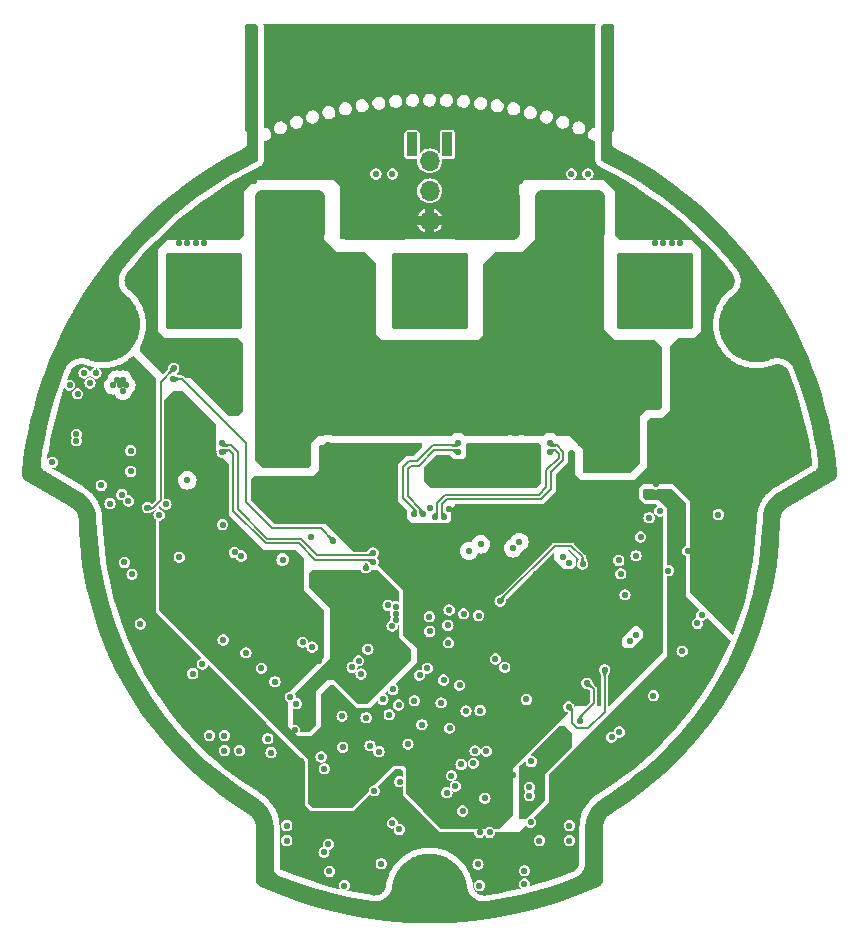
<source format=gbr>
%TF.GenerationSoftware,KiCad,Pcbnew,7.0.6*%
%TF.CreationDate,2024-04-14T17:53:18+02:00*%
%TF.ProjectId,amulet_controller,616d756c-6574-45f6-936f-6e74726f6c6c,1.1*%
%TF.SameCoordinates,Original*%
%TF.FileFunction,Copper,L3,Inr*%
%TF.FilePolarity,Positive*%
%FSLAX46Y46*%
G04 Gerber Fmt 4.6, Leading zero omitted, Abs format (unit mm)*
G04 Created by KiCad (PCBNEW 7.0.6) date 2024-04-14 17:53:18*
%MOMM*%
%LPD*%
G01*
G04 APERTURE LIST*
G04 Aperture macros list*
%AMRoundRect*
0 Rectangle with rounded corners*
0 $1 Rounding radius*
0 $2 $3 $4 $5 $6 $7 $8 $9 X,Y pos of 4 corners*
0 Add a 4 corners polygon primitive as box body*
4,1,4,$2,$3,$4,$5,$6,$7,$8,$9,$2,$3,0*
0 Add four circle primitives for the rounded corners*
1,1,$1+$1,$2,$3*
1,1,$1+$1,$4,$5*
1,1,$1+$1,$6,$7*
1,1,$1+$1,$8,$9*
0 Add four rect primitives between the rounded corners*
20,1,$1+$1,$2,$3,$4,$5,0*
20,1,$1+$1,$4,$5,$6,$7,0*
20,1,$1+$1,$6,$7,$8,$9,0*
20,1,$1+$1,$8,$9,$2,$3,0*%
G04 Aperture macros list end*
%TA.AperFunction,ComponentPad*%
%ADD10C,0.550000*%
%TD*%
%TA.AperFunction,ComponentPad*%
%ADD11C,0.800000*%
%TD*%
%TA.AperFunction,ComponentPad*%
%ADD12C,5.300000*%
%TD*%
%TA.AperFunction,ComponentPad*%
%ADD13C,1.700000*%
%TD*%
%TA.AperFunction,ComponentPad*%
%ADD14O,1.700000X1.700000*%
%TD*%
%TA.AperFunction,ComponentPad*%
%ADD15C,2.000000*%
%TD*%
%TA.AperFunction,ComponentPad*%
%ADD16RoundRect,0.325000X2.925000X2.925000X-2.925000X2.925000X-2.925000X-2.925000X2.925000X-2.925000X0*%
%TD*%
%TA.AperFunction,ComponentPad*%
%ADD17RoundRect,0.325000X-2.925000X-2.925000X2.925000X-2.925000X2.925000X2.925000X-2.925000X2.925000X0*%
%TD*%
%TA.AperFunction,ComponentPad*%
%ADD18RoundRect,0.415000X2.510000X1.660000X-2.510000X1.660000X-2.510000X-1.660000X2.510000X-1.660000X0*%
%TD*%
%TA.AperFunction,ComponentPad*%
%ADD19R,0.900000X2.000000*%
%TD*%
%TA.AperFunction,ComponentPad*%
%ADD20RoundRect,0.090000X0.360000X0.910000X-0.360000X0.910000X-0.360000X-0.910000X0.360000X-0.910000X0*%
%TD*%
%TA.AperFunction,ComponentPad*%
%ADD21C,0.600000*%
%TD*%
%TA.AperFunction,ViaPad*%
%ADD22C,0.550000*%
%TD*%
%TA.AperFunction,ViaPad*%
%ADD23C,0.600000*%
%TD*%
%TA.AperFunction,Conductor*%
%ADD24C,0.200000*%
%TD*%
G04 APERTURE END LIST*
D10*
%TO.N,GND*%
%TO.C,U10*%
X170350400Y-87900100D03*
X170850400Y-87000100D03*
X170850400Y-88800100D03*
X171350400Y-87900100D03*
%TD*%
D11*
%TO.N,CHASSIS*%
%TO.C,H2*%
X119587588Y-76078560D03*
X118469366Y-74621265D03*
X121408754Y-76318321D03*
D12*
X120787588Y-74000099D03*
D11*
X122866049Y-75200099D03*
X120166422Y-71681877D03*
X123105810Y-73378933D03*
X121987588Y-71921638D03*
%TD*%
D13*
%TO.N,GND*%
%TO.C,J11*%
X148500400Y-65215100D03*
D14*
%TO.N,/Project Architecture/Interface - FD-CAN/FDCAN_P*%
X148500400Y-62675100D03*
%TO.N,/Project Architecture/Interface - FD-CAN/FDCAN_N*%
X148500400Y-60135100D03*
%TD*%
D11*
%TO.N,CHASSIS*%
%TO.C,H1*%
X150900400Y-122000100D03*
X150197456Y-123697156D03*
X150197456Y-120303044D03*
D12*
X148500400Y-122000100D03*
D11*
X148500400Y-119600100D03*
X146803344Y-123697156D03*
X146803344Y-120303044D03*
X146100400Y-122000100D03*
%TD*%
D10*
%TO.N,/Project Architecture/Motor Control - Top Level/Motor Control - Inverter/PHA*%
%TO.C,J3*%
X170550400Y-74150100D03*
X170550400Y-72220100D03*
X170550400Y-71710100D03*
X170550400Y-71200100D03*
X170550400Y-70690100D03*
X170550400Y-70180100D03*
X170550400Y-68250100D03*
X170100400Y-71965100D03*
X170100400Y-71455100D03*
X170100400Y-70945100D03*
X170100400Y-70435100D03*
D15*
X169750400Y-73350100D03*
X169750400Y-69050100D03*
D10*
X169650400Y-72220100D03*
X169650400Y-71710100D03*
X169650400Y-71200100D03*
X169650400Y-70690100D03*
X169650400Y-70180100D03*
X168620400Y-74150100D03*
X168620400Y-73250100D03*
X168620400Y-69150100D03*
X168620400Y-68250100D03*
X168365400Y-73700100D03*
X168365400Y-68700100D03*
X168110400Y-74150100D03*
X168110400Y-73250100D03*
X168110400Y-69150100D03*
X168110400Y-68250100D03*
X167855400Y-73700100D03*
X167855400Y-68700100D03*
X167600400Y-74150100D03*
X167600400Y-73250100D03*
D16*
X167600400Y-71200100D03*
D10*
X167600400Y-69150100D03*
X167600400Y-68250100D03*
X167345400Y-73700100D03*
X167345400Y-68700100D03*
X167090400Y-74150100D03*
X167090400Y-73250100D03*
X167090400Y-69150100D03*
X167090400Y-68250100D03*
X166835400Y-73700100D03*
X166835400Y-68700100D03*
X166580400Y-74150100D03*
X166580400Y-73250100D03*
X166580400Y-69150100D03*
X166580400Y-68250100D03*
X165550400Y-72220100D03*
X165550400Y-71710100D03*
X165550400Y-71200100D03*
X165550400Y-70690100D03*
X165550400Y-70180100D03*
D15*
X165450400Y-73350100D03*
X165450400Y-69050100D03*
D10*
X165100400Y-71965100D03*
X165100400Y-71455100D03*
X165100400Y-70945100D03*
X165100400Y-70435100D03*
X164650400Y-74150100D03*
X164650400Y-72220100D03*
X164650400Y-71710100D03*
X164650400Y-71200100D03*
X164650400Y-70690100D03*
X164650400Y-70180100D03*
X164650400Y-68250100D03*
%TD*%
%TO.N,/Project Architecture/Motor Control - Top Level/Motor Control - Inverter/PHB*%
%TO.C,J4*%
X151450400Y-74150100D03*
X151450400Y-72220100D03*
X151450400Y-71710100D03*
X151450400Y-71200100D03*
X151450400Y-70690100D03*
X151450400Y-70180100D03*
X151450400Y-68250100D03*
X151000400Y-71965100D03*
X151000400Y-71455100D03*
X151000400Y-70945100D03*
X151000400Y-70435100D03*
D15*
X150650400Y-73350100D03*
X150650400Y-69050100D03*
D10*
X150550400Y-72220100D03*
X150550400Y-71710100D03*
X150550400Y-71200100D03*
X150550400Y-70690100D03*
X150550400Y-70180100D03*
X149520400Y-74150100D03*
X149520400Y-73250100D03*
X149520400Y-69150100D03*
X149520400Y-68250100D03*
X149265400Y-73700100D03*
X149265400Y-68700100D03*
X149010400Y-74150100D03*
X149010400Y-73250100D03*
X149010400Y-69150100D03*
X149010400Y-68250100D03*
X148755400Y-73700100D03*
X148755400Y-68700100D03*
X148500400Y-74150100D03*
X148500400Y-73250100D03*
D16*
X148500400Y-71200100D03*
D10*
X148500400Y-69150100D03*
X148500400Y-68250100D03*
X148245400Y-73700100D03*
X148245400Y-68700100D03*
X147990400Y-74150100D03*
X147990400Y-73250100D03*
X147990400Y-69150100D03*
X147990400Y-68250100D03*
X147735400Y-73700100D03*
X147735400Y-68700100D03*
X147480400Y-74150100D03*
X147480400Y-73250100D03*
X147480400Y-69150100D03*
X147480400Y-68250100D03*
X146450400Y-72220100D03*
X146450400Y-71710100D03*
X146450400Y-71200100D03*
X146450400Y-70690100D03*
X146450400Y-70180100D03*
D15*
X146350400Y-73350100D03*
X146350400Y-69050100D03*
D10*
X146000400Y-71965100D03*
X146000400Y-71455100D03*
X146000400Y-70945100D03*
X146000400Y-70435100D03*
X145550400Y-74150100D03*
X145550400Y-72220100D03*
X145550400Y-71710100D03*
X145550400Y-71200100D03*
X145550400Y-70690100D03*
X145550400Y-70180100D03*
X145550400Y-68250100D03*
%TD*%
%TO.N,/Project Architecture/Motor Control - Top Level/Motor Control - Inverter/PHC*%
%TO.C,J5*%
X126450400Y-68250100D03*
X126450400Y-70180100D03*
X126450400Y-70690100D03*
X126450400Y-71200100D03*
X126450400Y-71710100D03*
X126450400Y-72220100D03*
X126450400Y-74150100D03*
X126900400Y-70435100D03*
X126900400Y-70945100D03*
X126900400Y-71455100D03*
X126900400Y-71965100D03*
D15*
X127250400Y-69050100D03*
X127250400Y-73350100D03*
D10*
X127350400Y-70180100D03*
X127350400Y-70690100D03*
X127350400Y-71200100D03*
X127350400Y-71710100D03*
X127350400Y-72220100D03*
X128380400Y-68250100D03*
X128380400Y-69150100D03*
X128380400Y-73250100D03*
X128380400Y-74150100D03*
X128635400Y-68700100D03*
X128635400Y-73700100D03*
X128890400Y-68250100D03*
X128890400Y-69150100D03*
X128890400Y-73250100D03*
X128890400Y-74150100D03*
X129145400Y-68700100D03*
X129145400Y-73700100D03*
X129400400Y-68250100D03*
X129400400Y-69150100D03*
D17*
X129400400Y-71200100D03*
D10*
X129400400Y-73250100D03*
X129400400Y-74150100D03*
X129655400Y-68700100D03*
X129655400Y-73700100D03*
X129910400Y-68250100D03*
X129910400Y-69150100D03*
X129910400Y-73250100D03*
X129910400Y-74150100D03*
X130165400Y-68700100D03*
X130165400Y-73700100D03*
X130420400Y-68250100D03*
X130420400Y-69150100D03*
X130420400Y-73250100D03*
X130420400Y-74150100D03*
X131450400Y-70180100D03*
X131450400Y-70690100D03*
X131450400Y-71200100D03*
X131450400Y-71710100D03*
X131450400Y-72220100D03*
D15*
X131550400Y-69050100D03*
X131550400Y-73350100D03*
D10*
X131900400Y-70435100D03*
X131900400Y-70945100D03*
X131900400Y-71455100D03*
X131900400Y-71965100D03*
X132350400Y-68250100D03*
X132350400Y-70180100D03*
X132350400Y-70690100D03*
X132350400Y-71200100D03*
X132350400Y-71710100D03*
X132350400Y-72220100D03*
X132350400Y-74150100D03*
%TD*%
%TO.N,GND*%
%TO.C,U6*%
X150275238Y-93943998D03*
X149306502Y-92975262D03*
X150275238Y-95556202D03*
X149469136Y-94750100D03*
X148500400Y-93781364D03*
X147694298Y-92975262D03*
X149306502Y-96524938D03*
X148500400Y-95718836D03*
X147531664Y-94750100D03*
X146725562Y-93943998D03*
X147694298Y-96524938D03*
X146725562Y-95556202D03*
%TD*%
D11*
%TO.N,CHASSIS*%
%TO.C,H3*%
X175013211Y-71921639D03*
X176834377Y-71681878D03*
X173894989Y-73378934D03*
D12*
X176213211Y-74000100D03*
D11*
X174134750Y-75200100D03*
X178531433Y-74621266D03*
X175592045Y-76318322D03*
X177413211Y-76078561D03*
%TD*%
D10*
%TO.N,GND*%
%TO.C,J1*%
X155780400Y-66280100D03*
X155780400Y-65770100D03*
X155780400Y-65260100D03*
X155780400Y-64750100D03*
X155780400Y-64240100D03*
X155780400Y-63730100D03*
X155780400Y-63220100D03*
X155330400Y-66535100D03*
X155330400Y-66025100D03*
X155330400Y-65515100D03*
X155330400Y-65005100D03*
X155330400Y-64495100D03*
X155330400Y-63985100D03*
X155330400Y-63475100D03*
X155330400Y-62965100D03*
X154880400Y-66280100D03*
X154880400Y-65770100D03*
X154880400Y-65260100D03*
X154880400Y-64750100D03*
X154880400Y-64240100D03*
X154880400Y-63730100D03*
X154880400Y-63220100D03*
X154430400Y-66535100D03*
X154430400Y-66025100D03*
X154430400Y-63475100D03*
X154430400Y-62965100D03*
X153980400Y-66280100D03*
X153980400Y-63220100D03*
X153530400Y-66535100D03*
X153530400Y-62965100D03*
D18*
X153150400Y-64750100D03*
D10*
X152770400Y-66535100D03*
X152770400Y-62965100D03*
X152320400Y-66280100D03*
X152320400Y-63220100D03*
X151870400Y-66535100D03*
X151870400Y-66025100D03*
X151870400Y-63475100D03*
X151870400Y-62965100D03*
X151420400Y-66280100D03*
X151420400Y-65770100D03*
X151420400Y-65260100D03*
X151420400Y-64750100D03*
X151420400Y-64240100D03*
X151420400Y-63730100D03*
X151420400Y-63220100D03*
X150970400Y-66535100D03*
X150970400Y-66025100D03*
X150970400Y-65515100D03*
X150970400Y-65005100D03*
X150970400Y-64495100D03*
X150970400Y-63985100D03*
X150970400Y-63475100D03*
X150970400Y-62965100D03*
X150520400Y-66280100D03*
X150520400Y-65770100D03*
X150520400Y-65260100D03*
X150520400Y-64750100D03*
X150520400Y-64240100D03*
X150520400Y-63730100D03*
X150520400Y-63220100D03*
%TO.N,+VBAT*%
X162980400Y-66280100D03*
X162980400Y-65770100D03*
X162980400Y-65260100D03*
X162980400Y-64750100D03*
X162980400Y-64240100D03*
X162980400Y-63730100D03*
X162980400Y-63220100D03*
X162530400Y-66535100D03*
X162530400Y-66025100D03*
X162530400Y-65515100D03*
X162530400Y-65005100D03*
X162530400Y-64495100D03*
X162530400Y-63985100D03*
X162530400Y-63475100D03*
X162530400Y-62965100D03*
X162080400Y-66280100D03*
X162080400Y-65770100D03*
X162080400Y-65260100D03*
X162080400Y-64750100D03*
X162080400Y-64240100D03*
X162080400Y-63730100D03*
X162080400Y-63220100D03*
X161630400Y-66535100D03*
X161630400Y-66025100D03*
X161630400Y-63475100D03*
X161630400Y-62965100D03*
X161180400Y-66280100D03*
X161180400Y-63220100D03*
X160730400Y-66535100D03*
X160730400Y-62965100D03*
D18*
X160350400Y-64750100D03*
D10*
X159970400Y-66535100D03*
X159970400Y-62965100D03*
X159520400Y-66280100D03*
X159520400Y-63220100D03*
X159070400Y-66535100D03*
X159070400Y-66025100D03*
X159070400Y-63475100D03*
X159070400Y-62965100D03*
X158620400Y-66280100D03*
X158620400Y-65770100D03*
X158620400Y-65260100D03*
X158620400Y-64750100D03*
X158620400Y-64240100D03*
X158620400Y-63730100D03*
X158620400Y-63220100D03*
X158170400Y-66535100D03*
X158170400Y-66025100D03*
X158170400Y-65515100D03*
X158170400Y-65005100D03*
X158170400Y-64495100D03*
X158170400Y-63985100D03*
X158170400Y-63475100D03*
X158170400Y-62965100D03*
X157720400Y-66280100D03*
X157720400Y-65770100D03*
X157720400Y-65260100D03*
X157720400Y-64750100D03*
X157720400Y-64240100D03*
X157720400Y-63730100D03*
X157720400Y-63220100D03*
D19*
%TO.N,unconnected-(J1-PadMP1)*%
X150000400Y-58750100D03*
%TO.N,CHASSIS*%
X163500400Y-58750100D03*
%TD*%
D10*
%TO.N,GND*%
%TO.C,J2*%
X146480400Y-66280100D03*
X146480400Y-65770100D03*
X146480400Y-65260100D03*
X146480400Y-64750100D03*
X146480400Y-64240100D03*
X146480400Y-63730100D03*
X146480400Y-63220100D03*
X146030400Y-66535100D03*
X146030400Y-66025100D03*
X146030400Y-65515100D03*
X146030400Y-65005100D03*
X146030400Y-64495100D03*
X146030400Y-63985100D03*
X146030400Y-63475100D03*
X146030400Y-62965100D03*
X145580400Y-66280100D03*
X145580400Y-65770100D03*
X145580400Y-65260100D03*
X145580400Y-64750100D03*
X145580400Y-64240100D03*
X145580400Y-63730100D03*
X145580400Y-63220100D03*
X145130400Y-66535100D03*
X145130400Y-66025100D03*
X145130400Y-63475100D03*
X145130400Y-62965100D03*
X144680400Y-66280100D03*
X144680400Y-63220100D03*
X144230400Y-66535100D03*
X144230400Y-62965100D03*
D18*
X143850400Y-64750100D03*
D10*
X143470400Y-66535100D03*
X143470400Y-62965100D03*
X143020400Y-66280100D03*
X143020400Y-63220100D03*
X142570400Y-66535100D03*
X142570400Y-66025100D03*
X142570400Y-63475100D03*
X142570400Y-62965100D03*
X142120400Y-66280100D03*
X142120400Y-65770100D03*
X142120400Y-65260100D03*
X142120400Y-64750100D03*
X142120400Y-64240100D03*
X142120400Y-63730100D03*
X142120400Y-63220100D03*
X141670400Y-66535100D03*
X141670400Y-66025100D03*
X141670400Y-65515100D03*
X141670400Y-65005100D03*
X141670400Y-64495100D03*
X141670400Y-63985100D03*
X141670400Y-63475100D03*
X141670400Y-62965100D03*
X141220400Y-66280100D03*
X141220400Y-65770100D03*
X141220400Y-65260100D03*
X141220400Y-64750100D03*
X141220400Y-64240100D03*
X141220400Y-63730100D03*
X141220400Y-63220100D03*
%TO.N,+VBAT*%
X139280400Y-66280100D03*
X139280400Y-65770100D03*
X139280400Y-65260100D03*
X139280400Y-64750100D03*
X139280400Y-64240100D03*
X139280400Y-63730100D03*
X139280400Y-63220100D03*
X138830400Y-66535100D03*
X138830400Y-66025100D03*
X138830400Y-65515100D03*
X138830400Y-65005100D03*
X138830400Y-64495100D03*
X138830400Y-63985100D03*
X138830400Y-63475100D03*
X138830400Y-62965100D03*
X138380400Y-66280100D03*
X138380400Y-65770100D03*
X138380400Y-65260100D03*
X138380400Y-64750100D03*
X138380400Y-64240100D03*
X138380400Y-63730100D03*
X138380400Y-63220100D03*
X137930400Y-66535100D03*
X137930400Y-66025100D03*
X137930400Y-63475100D03*
X137930400Y-62965100D03*
X137480400Y-66280100D03*
X137480400Y-63220100D03*
X137030400Y-66535100D03*
X137030400Y-62965100D03*
D18*
X136650400Y-64750100D03*
D10*
X136270400Y-66535100D03*
X136270400Y-62965100D03*
X135820400Y-66280100D03*
X135820400Y-63220100D03*
X135370400Y-66535100D03*
X135370400Y-66025100D03*
X135370400Y-63475100D03*
X135370400Y-62965100D03*
X134920400Y-66280100D03*
X134920400Y-65770100D03*
X134920400Y-65260100D03*
X134920400Y-64750100D03*
X134920400Y-64240100D03*
X134920400Y-63730100D03*
X134920400Y-63220100D03*
X134470400Y-66535100D03*
X134470400Y-66025100D03*
X134470400Y-65515100D03*
X134470400Y-65005100D03*
X134470400Y-64495100D03*
X134470400Y-63985100D03*
X134470400Y-63475100D03*
X134470400Y-62965100D03*
X134020400Y-66280100D03*
X134020400Y-65770100D03*
X134020400Y-65260100D03*
X134020400Y-64750100D03*
X134020400Y-64240100D03*
X134020400Y-63730100D03*
X134020400Y-63220100D03*
D20*
%TO.N,unconnected-(J2-PadMP1)*%
X147000400Y-58750100D03*
%TO.N,CHASSIS*%
X133500400Y-58750100D03*
%TD*%
D21*
%TO.N,GND*%
%TO.C,U4*%
X129275399Y-91125097D03*
X129275399Y-92125097D03*
%TD*%
D22*
%TO.N,/Project Architecture/Interface - Interconnects/RS422_D-*%
X135400400Y-104250100D03*
%TO.N,/Project Architecture/Interface - Interconnects/RS422_D+*%
X136700400Y-105550100D03*
%TO.N,/Project Architecture/Interface - Interconnects/RS422_R+*%
X132949946Y-101800554D03*
%TO.N,/Project Architecture/Interface - Interconnects/RS422_R-*%
X134249946Y-103100554D03*
%TO.N,/Project Architecture/Interface - Interconnects/AUX2_B*%
X151580400Y-106730100D03*
X145875400Y-106225100D03*
X150200400Y-108175100D03*
%TO.N,/Project Architecture/Interface - Interconnects/AUX2_C*%
X147200000Y-105850000D03*
X149474423Y-106036038D03*
%TO.N,/Project Architecture/Interface - Interconnects/POS_SENSOR_CS*%
X144550400Y-105750100D03*
%TO.N,/Project Architecture/Interface - Interconnects/AUX1_A*%
X144210400Y-110155600D03*
X165047697Y-96889056D03*
%TO.N,GND*%
X161950000Y-100250000D03*
X155850400Y-95080100D03*
X158175000Y-97350000D03*
X157325400Y-84440000D03*
X130700400Y-87250100D03*
X139840400Y-54190100D03*
X155330000Y-84820000D03*
X147230400Y-50380100D03*
X131175400Y-86425100D03*
X130490400Y-101440100D03*
X129793442Y-95260516D03*
X140350400Y-84475100D03*
X122650400Y-94150100D03*
X139875400Y-85300100D03*
X119250400Y-78100100D03*
X137300400Y-52920100D03*
X155800000Y-86750000D03*
X155325000Y-87025000D03*
X123300400Y-95150100D03*
X173450000Y-70900000D03*
X162995426Y-95977304D03*
X130225400Y-88625100D03*
X138706633Y-100143867D03*
X170450400Y-82475100D03*
X170450400Y-85775100D03*
X143650400Y-52920100D03*
X158430400Y-52920100D03*
X141110400Y-54190100D03*
X131175400Y-88075100D03*
X150374999Y-86225000D03*
X153775400Y-91425100D03*
X159400000Y-97475000D03*
X174200400Y-85720100D03*
X156530400Y-121370100D03*
X163925000Y-95375000D03*
X128330400Y-92780100D03*
X152950400Y-59750100D03*
X172647279Y-91254860D03*
X131175400Y-88625100D03*
X119750400Y-78950100D03*
X155050400Y-95880100D03*
X168300000Y-67100000D03*
X170450400Y-84675100D03*
X159700400Y-50380100D03*
X155325000Y-87575000D03*
X150850000Y-85950000D03*
X178340400Y-78610100D03*
X161525000Y-99900000D03*
X139840400Y-52920100D03*
X155325000Y-86475000D03*
X154850400Y-102240100D03*
X151400400Y-101250100D03*
X158430400Y-54190100D03*
X139650400Y-105350100D03*
X149900000Y-85400000D03*
X136410400Y-117690100D03*
X155525400Y-112125100D03*
X144980400Y-97780100D03*
X140350400Y-85025100D03*
X163975000Y-94825000D03*
X157925000Y-95550000D03*
X152340000Y-84440000D03*
X171652374Y-90988273D03*
X120250400Y-78100100D03*
X138570400Y-50380100D03*
X156470400Y-107130100D03*
X138475000Y-57825000D03*
X163425000Y-95600000D03*
X138465397Y-91990097D03*
X159800000Y-97875000D03*
X130211373Y-98425478D03*
X132400400Y-101275100D03*
X163475000Y-95050000D03*
X151800000Y-86500000D03*
X166890402Y-95750097D03*
X137100400Y-100450100D03*
X170450400Y-80825100D03*
X150375000Y-86775000D03*
X157160400Y-54190100D03*
X167640400Y-87500100D03*
X167190400Y-89500100D03*
X126550400Y-84675100D03*
X163750000Y-94300000D03*
X155450400Y-95480100D03*
X138570400Y-54190100D03*
X118600400Y-83850100D03*
X163250000Y-94550000D03*
X134800400Y-109070100D03*
X144100400Y-87700100D03*
X156275000Y-85375000D03*
X129750400Y-86700100D03*
X126550400Y-80275100D03*
X128175400Y-99900100D03*
X148950000Y-86500000D03*
X174310400Y-92290100D03*
X147825400Y-107100100D03*
X155800000Y-86200000D03*
X158060400Y-100050100D03*
X143275000Y-101500000D03*
X155890400Y-52920100D03*
X151700400Y-110550100D03*
X132360000Y-61870000D03*
X165694609Y-91625600D03*
X138475000Y-99000000D03*
X149770400Y-49110100D03*
X128450400Y-103550100D03*
X145630400Y-98470100D03*
X151325000Y-87325000D03*
X137070400Y-108360100D03*
X153350400Y-51650100D03*
X152150400Y-106190100D03*
X152750000Y-86500000D03*
X152275000Y-86775000D03*
X123200400Y-84680100D03*
X133630001Y-61870000D03*
X136100400Y-98300100D03*
X120700400Y-87620100D03*
X148900400Y-103650100D03*
X124000400Y-99350100D03*
X144305000Y-84575100D03*
X134900000Y-60950000D03*
X149425000Y-85675000D03*
X149425000Y-86775000D03*
X155230400Y-97540100D03*
X157525000Y-95150000D03*
X154850000Y-87300000D03*
X162460400Y-103960100D03*
X126550400Y-84125100D03*
X155800000Y-87300000D03*
X139875400Y-84200100D03*
X130700400Y-89450100D03*
X130225400Y-86975100D03*
X140350400Y-85575100D03*
X123550000Y-70900000D03*
X170450400Y-80275100D03*
X129750400Y-88350100D03*
X148500400Y-52920100D03*
X142690400Y-103600100D03*
X157160400Y-51650100D03*
X154620400Y-54190100D03*
X130700400Y-88900100D03*
X151270400Y-59270100D03*
X118025400Y-79150100D03*
X149425000Y-87325000D03*
X147230400Y-49110100D03*
X137300400Y-54190100D03*
X139840400Y-51650100D03*
X149475400Y-107925100D03*
X158450000Y-96850000D03*
X156150400Y-61810100D03*
X140020400Y-120300100D03*
X148500400Y-51650100D03*
X116550400Y-85675100D03*
X160340400Y-117690100D03*
X155890400Y-54190100D03*
X156280000Y-84260000D03*
X154850000Y-86750000D03*
X126730400Y-89760100D03*
X131175400Y-89725100D03*
X122990400Y-88940100D03*
X149770400Y-52920100D03*
X155805000Y-84545000D03*
X150375000Y-87325000D03*
X130700400Y-86700100D03*
X158430400Y-51650100D03*
X152750000Y-87050000D03*
X149770400Y-50380100D03*
X155325000Y-85925000D03*
X155850400Y-94520100D03*
X159700400Y-52920100D03*
X147230400Y-51650100D03*
X178120400Y-85940100D03*
X178340400Y-82210100D03*
X140225400Y-104775100D03*
X131175400Y-89175100D03*
X167450400Y-105425100D03*
X135070400Y-110240100D03*
X164550400Y-108500100D03*
X142380400Y-52920100D03*
X139375400Y-85000100D03*
X127300000Y-67100000D03*
X175580400Y-93560100D03*
X129750400Y-87250100D03*
X126550400Y-82475100D03*
X137300400Y-51650100D03*
X130225400Y-88075100D03*
X154200400Y-91775100D03*
X128700000Y-67100000D03*
X141050400Y-91950100D03*
X180080400Y-83110100D03*
X138570400Y-51650100D03*
X155450400Y-94120100D03*
X170450400Y-85225100D03*
X170450400Y-81375100D03*
X143650400Y-50380100D03*
X151800000Y-87050000D03*
X142380400Y-54190100D03*
X150286082Y-104586488D03*
X152600400Y-119700100D03*
X159700400Y-55460100D03*
X143650400Y-51650100D03*
X156950400Y-113200100D03*
X141930400Y-103030100D03*
X173401930Y-90680646D03*
X139375400Y-85550100D03*
X149425000Y-86225000D03*
X154620400Y-50380100D03*
X123150000Y-70500000D03*
X145630400Y-99050100D03*
X158325000Y-95950000D03*
X131130400Y-110070100D03*
X171250400Y-89520100D03*
X126550400Y-83575100D03*
X149900000Y-86500000D03*
X130225400Y-89175100D03*
X142880000Y-84850100D03*
X150225400Y-106225100D03*
X149900000Y-87050000D03*
X123950000Y-71300000D03*
X156975400Y-93250100D03*
X166875000Y-98750000D03*
X141110400Y-52920100D03*
X156275000Y-87025000D03*
X128211422Y-93459571D03*
X160514999Y-85499998D03*
X170450400Y-81925100D03*
X129400000Y-67100000D03*
X129535000Y-84435001D03*
X129250400Y-102750100D03*
X155890400Y-50380100D03*
X130225400Y-86425100D03*
X140390400Y-109700100D03*
X153110400Y-97010100D03*
X159700400Y-51650100D03*
X129860400Y-108800100D03*
X170450400Y-84125100D03*
X150375000Y-85675000D03*
X154850000Y-85100000D03*
X134825400Y-103700100D03*
X141110400Y-51650100D03*
X146430400Y-105720100D03*
X129750400Y-87800100D03*
X142490400Y-102480100D03*
X159700400Y-54190100D03*
X131175400Y-86975100D03*
X140770400Y-105450100D03*
X154850000Y-85650000D03*
X128680400Y-89630100D03*
X155890400Y-51650100D03*
X157160400Y-50380100D03*
X158430400Y-50380100D03*
X131175400Y-87525100D03*
X169000000Y-67100000D03*
X153350400Y-52920100D03*
X161500000Y-99350000D03*
X123200400Y-86440100D03*
X129750400Y-89450100D03*
X126550400Y-81925100D03*
X144800400Y-109659650D03*
X150850000Y-87050000D03*
X157300400Y-106350100D03*
X141290400Y-121500100D03*
X148925400Y-100650100D03*
X175580400Y-88480100D03*
X178340400Y-80410100D03*
X128000000Y-67100000D03*
X130225400Y-87525100D03*
X155800000Y-85650000D03*
X157060400Y-116140100D03*
X180080400Y-84900100D03*
X180080400Y-84000100D03*
X149770400Y-51650100D03*
X139100400Y-102500100D03*
X156530400Y-120250100D03*
X150175400Y-89650100D03*
X143100400Y-94575100D03*
X169880400Y-101660100D03*
X132810400Y-103270100D03*
X149900000Y-85950000D03*
X154855000Y-84545000D03*
X157800400Y-117690100D03*
X160340400Y-116420100D03*
X145350400Y-116200100D03*
X130700400Y-87800100D03*
X153350400Y-50380100D03*
X143830000Y-84300100D03*
X153140400Y-98050100D03*
X175580400Y-92290100D03*
X157600000Y-97350000D03*
X145100400Y-106290100D03*
X132650400Y-92800100D03*
X153810400Y-56730100D03*
X156275000Y-86475000D03*
X124780400Y-73240100D03*
X158810400Y-100800100D03*
X170450400Y-83025100D03*
X132400400Y-110070100D03*
X126550400Y-83025100D03*
X144400400Y-119650100D03*
X152275000Y-87325000D03*
X145630400Y-97890100D03*
X156275000Y-87575000D03*
X141110400Y-50380100D03*
X126550400Y-85775100D03*
X139875400Y-84750100D03*
X170450400Y-83575100D03*
X130225400Y-89725100D03*
X152720400Y-121500100D03*
X161550000Y-100650000D03*
X144720400Y-59270100D03*
X139375400Y-84450100D03*
X129750400Y-88900100D03*
X178340400Y-83110100D03*
X124780400Y-70700100D03*
X121440400Y-89160100D03*
X152725400Y-117000100D03*
X169700000Y-67100000D03*
X139840400Y-50380100D03*
X137225400Y-106100100D03*
X153380400Y-96530100D03*
X130700399Y-88350100D03*
X156280000Y-84820000D03*
X131130400Y-108800100D03*
X161700400Y-105900100D03*
X143355000Y-84575100D03*
X161000000Y-99100000D03*
X154620400Y-51650100D03*
X137300400Y-50380100D03*
X145340400Y-105670100D03*
X156950400Y-113900100D03*
X164525400Y-92275100D03*
X140010400Y-110920100D03*
X131180000Y-85870000D03*
X155275400Y-114775100D03*
X118600400Y-83300100D03*
X124780400Y-71970100D03*
X152850400Y-109500100D03*
X148525400Y-89575100D03*
X160514997Y-84924997D03*
X155325000Y-85375000D03*
X150850000Y-86500000D03*
X126550400Y-81375100D03*
X142380400Y-51650100D03*
X143050400Y-92875100D03*
X163250000Y-94000000D03*
X167600000Y-67100000D03*
X178340400Y-79510100D03*
X155330000Y-84260000D03*
X171750401Y-97435100D03*
X143650400Y-56730100D03*
X151325000Y-86775000D03*
X173850000Y-70500000D03*
X170450400Y-86325100D03*
X165580400Y-92870100D03*
X131300400Y-99020100D03*
X143355000Y-85125100D03*
X156275400Y-93950100D03*
X148500400Y-57700100D03*
X158750000Y-97350000D03*
X173050000Y-71300000D03*
X143700400Y-106750100D03*
X136410400Y-116420100D03*
X170370072Y-93192654D03*
X158725000Y-96350000D03*
X171550400Y-98600100D03*
X157160400Y-52920100D03*
X178340400Y-81310100D03*
X153600400Y-114770100D03*
X164623195Y-101752895D03*
X126550400Y-80825100D03*
X178340400Y-84010100D03*
X138570400Y-52920100D03*
X149950400Y-112850100D03*
X152025900Y-114850100D03*
X126550400Y-85225100D03*
X154620400Y-52920100D03*
X156275000Y-85925000D03*
X155550000Y-102650000D03*
X124780400Y-74510100D03*
X157125000Y-104150000D03*
X155800000Y-85100000D03*
X147230400Y-52920100D03*
X143830000Y-84850100D03*
X168006289Y-92734084D03*
X143250400Y-112900100D03*
X148950000Y-87050000D03*
X145950400Y-109750100D03*
X142380400Y-50380100D03*
X145325000Y-99525000D03*
X137300400Y-55460100D03*
X131630400Y-101330100D03*
X139650400Y-106100100D03*
X139560400Y-118690100D03*
X154850000Y-86200000D03*
X161230400Y-59270100D03*
%TO.N,+3V3*%
X150100400Y-100950100D03*
X153575400Y-117000100D03*
X172940400Y-90090100D03*
X141080400Y-107160100D03*
X171180400Y-99310100D03*
X145925400Y-116750100D03*
X132550400Y-93600100D03*
X127300400Y-93700100D03*
X163904867Y-108940100D03*
X156700400Y-105750100D03*
X132000400Y-93300100D03*
X168710398Y-94830098D03*
X139580400Y-111615600D03*
X157100400Y-111000100D03*
X131020400Y-100720100D03*
%TO.N,/Project Architecture/Interface - Interconnects/AUX1_B*%
X164687500Y-95112500D03*
X151170400Y-111250100D03*
%TO.N,/Project Architecture/Interface - Interconnects/AUX1_C*%
X146668726Y-109536181D03*
X164518917Y-93981083D03*
%TO.N,+5V*%
X118150400Y-80950100D03*
X129428082Y-103689154D03*
X125000400Y-88600100D03*
X169563202Y-100777947D03*
X159900400Y-111200100D03*
X170109274Y-100921879D03*
X166920400Y-88300100D03*
X119250400Y-80950100D03*
X124200000Y-95550000D03*
X124350400Y-96100100D03*
X129830400Y-103290100D03*
X167690400Y-88300100D03*
X118700400Y-80950100D03*
X145950400Y-111910100D03*
X129030400Y-104090100D03*
X169016454Y-100629058D03*
X137600400Y-111000100D03*
%TO.N,/Project Architecture/Interface - Interconnects/AUX2_A*%
X145078994Y-107039297D03*
X152775900Y-106695600D03*
%TO.N,/Project Architecture/Interface - Interconnects/NRST*%
X163330400Y-103230100D03*
X160269167Y-106368867D03*
%TO.N,/Project Architecture/Interface - RS-422/RS422_~{RE}*%
X143128418Y-107291700D03*
%TO.N,/Project Architecture/Interface - RS-422/RS422_DE*%
X141150400Y-109800100D03*
%TO.N,+VBAT*%
X166025400Y-83975100D03*
X136050400Y-79125100D03*
X146250400Y-79125100D03*
X166025400Y-85550100D03*
X167050400Y-80725100D03*
X144650400Y-79125100D03*
X136850400Y-79125100D03*
X136850400Y-80725100D03*
X138225400Y-83975100D03*
X145249600Y-82250000D03*
X137650400Y-80725100D03*
X137675400Y-82250100D03*
X163850400Y-80725100D03*
X167050400Y-77525100D03*
X137125400Y-84550100D03*
X144650400Y-79925100D03*
X136575400Y-84550100D03*
X166025400Y-82825100D03*
X147050400Y-77525100D03*
X163825400Y-82250100D03*
X145450400Y-79125100D03*
X165200400Y-85050100D03*
X164925400Y-82250100D03*
X139250400Y-79925100D03*
X165450400Y-78325100D03*
X143050400Y-79125100D03*
X143850400Y-80725100D03*
X139250400Y-77525100D03*
X137400400Y-85050100D03*
X137125400Y-85550100D03*
X139250400Y-79125100D03*
X146250400Y-79925100D03*
X166250400Y-79125100D03*
X138225400Y-84550100D03*
X146350000Y-82250101D03*
X147050400Y-79125100D03*
X166250400Y-80725100D03*
X145450400Y-77525100D03*
X137675400Y-85550100D03*
X164650400Y-80725100D03*
X145450400Y-79925100D03*
X136300400Y-85050100D03*
X166025400Y-83400100D03*
X165750400Y-85050100D03*
X143050400Y-78325100D03*
X143050400Y-77525100D03*
X167850400Y-78325100D03*
X164650400Y-85050100D03*
X166025400Y-82250100D03*
X140050400Y-80725100D03*
X121725400Y-79150100D03*
X167850400Y-80725100D03*
X137675400Y-84550100D03*
X143850400Y-79925100D03*
X163850400Y-79925100D03*
X137125400Y-82250100D03*
X164650400Y-78325100D03*
X167850400Y-79925100D03*
X147050400Y-79925100D03*
X165475400Y-85550100D03*
X165450400Y-79925100D03*
X165450400Y-77525100D03*
X138450400Y-78325100D03*
X136850400Y-77525100D03*
X145800000Y-82250100D03*
X122825400Y-79150100D03*
X166025400Y-84550100D03*
X136575400Y-85550100D03*
X138450400Y-79125100D03*
X138225400Y-83400100D03*
X137650400Y-78325100D03*
X166250400Y-78325100D03*
X137650400Y-79125100D03*
X164925400Y-84550100D03*
X164650400Y-77525100D03*
X151830400Y-93190100D03*
X140050400Y-79925100D03*
X167050400Y-78325100D03*
X155550400Y-92950100D03*
X136850400Y-79925100D03*
X164100400Y-85050100D03*
X146250400Y-77525100D03*
X138450400Y-79925100D03*
X122275400Y-79150100D03*
X122550400Y-78675100D03*
X137650400Y-79925100D03*
X164925400Y-85550100D03*
X164375400Y-82250100D03*
X141140000Y-75879999D03*
X136050400Y-79925100D03*
X146250400Y-78325100D03*
X147050400Y-78325100D03*
X136850400Y-85050100D03*
X146350000Y-82800000D03*
X140050400Y-79125100D03*
X144650400Y-78325100D03*
X167050400Y-79925100D03*
X165450400Y-80725100D03*
X143050400Y-80725100D03*
X136050400Y-80725100D03*
X166250400Y-77525100D03*
X165450400Y-79125100D03*
X139250400Y-80725100D03*
X144650400Y-80725100D03*
X146250400Y-80725100D03*
X136575400Y-82250100D03*
X167850400Y-79125100D03*
X136025400Y-84550100D03*
X146900000Y-82250100D03*
X163850400Y-78325100D03*
X166250400Y-79925100D03*
X138225400Y-85550100D03*
X138450400Y-80725100D03*
X143850400Y-79125100D03*
X143850400Y-77525100D03*
X167050400Y-79125100D03*
X138225400Y-82250100D03*
X156100400Y-92400100D03*
X145450400Y-80725100D03*
X163825400Y-84550100D03*
X143050400Y-79925100D03*
X164375400Y-84550100D03*
X122000400Y-78675100D03*
X167850400Y-77525100D03*
X138225400Y-82825100D03*
X136850400Y-78325100D03*
X137950400Y-85050100D03*
X147050400Y-80725100D03*
X136050400Y-77525100D03*
X164375400Y-85550100D03*
X144650400Y-77525100D03*
X164650400Y-79125100D03*
X140050400Y-78325100D03*
X139250400Y-78325100D03*
X128000400Y-87200100D03*
X122550400Y-79625100D03*
X143850400Y-78325100D03*
X136025400Y-82250100D03*
X165475400Y-84550100D03*
X137650400Y-77525100D03*
X136050400Y-78325100D03*
X163850400Y-79125100D03*
X163850400Y-77525100D03*
X140050400Y-77525100D03*
X145450400Y-78325100D03*
X138450400Y-77525100D03*
X164650400Y-79925100D03*
X165475400Y-82250100D03*
X152820400Y-92620100D03*
%TO.N,/Project Architecture/Interface - Interconnects/SWCLK*%
X161817645Y-104383639D03*
X161256633Y-107575600D03*
%TO.N,/Project Architecture/Interface - Interconnects/AUX1_D*%
X151303208Y-115191929D03*
X138550400Y-101307187D03*
X165975000Y-93575000D03*
%TO.N,+A3V3*%
X140300400Y-95275100D03*
X141170400Y-95420100D03*
X139925400Y-118000100D03*
X137816667Y-108203833D03*
X140350400Y-92300100D03*
X143375000Y-98700000D03*
X126810000Y-78610000D03*
%TO.N,/Project Architecture/Interface - Interconnects/AUX1_E*%
X137750400Y-100900100D03*
X166356633Y-91983867D03*
X153180400Y-114110100D03*
%TO.N,/Project Architecture/Interface - FD-CAN/FDCAN_RX*%
X168000400Y-89795600D03*
X152205730Y-111144770D03*
%TO.N,/Project Architecture/Interface - FD-CAN/FDCAN_TX*%
X152350400Y-110100100D03*
X167090400Y-90360100D03*
%TO.N,/Project Architecture/Interface - Interconnects/AUX2_D*%
X147850900Y-107888812D03*
X153300400Y-110126858D03*
%TO.N,/Project Architecture/Motor Control - Top Level/SA_P*%
X158700400Y-84065000D03*
X149716733Y-90260424D03*
%TO.N,/Project Architecture/Motor Control - Top Level/SA_N*%
X148966733Y-90260424D03*
X158700400Y-84815000D03*
%TO.N,/Project Architecture/Motor Control - Top Level/SB_N*%
X150920000Y-84814900D03*
X147901061Y-90073668D03*
%TO.N,/Project Architecture/Motor Control - Top Level/SB_P*%
X150920000Y-84064900D03*
X147151061Y-90073668D03*
%TO.N,/Project Architecture/Motor Control - Top Level/SC_P*%
X130935000Y-84065000D03*
X143713881Y-93347074D03*
%TO.N,/Project Architecture/Motor Control - Top Level/SC_N*%
X143713881Y-94097074D03*
X130935000Y-84815000D03*
%TO.N,/Project Architecture/Power - Generation/FB_5V*%
X122440400Y-88400100D03*
X118700000Y-79870000D03*
D23*
%TO.N,CHASSIS*%
X170777735Y-108464471D03*
X175472950Y-69412939D03*
X125570643Y-64990024D03*
X162430414Y-119692338D03*
X177425786Y-90523075D03*
X118972061Y-89168624D03*
X131510355Y-60629532D03*
X163600000Y-52050000D03*
X156537912Y-122980106D03*
X128983003Y-62244038D03*
X176325797Y-97920800D03*
X175878215Y-99352288D03*
X132825039Y-59907564D03*
X181836824Y-86849866D03*
X168017797Y-62244038D03*
X124392710Y-106058918D03*
X121603718Y-100758649D03*
X157986721Y-122592036D03*
X181917049Y-84118484D03*
X133400000Y-56550000D03*
X117722066Y-88349837D03*
X129310470Y-111693787D03*
X126183079Y-108464442D03*
X173367469Y-104789887D03*
X119601049Y-92021427D03*
X180362171Y-78331540D03*
X133400000Y-49050000D03*
X166501097Y-112657519D03*
X175357096Y-100758678D03*
X152108600Y-123755700D03*
X115693277Y-81190610D03*
X155073382Y-123303807D03*
X131657334Y-113560380D03*
X122860779Y-103481102D03*
X116598643Y-78331511D03*
X181624640Y-82647385D03*
X164060709Y-114400063D03*
X128212672Y-110671858D03*
X119744494Y-93514384D03*
X162210683Y-121049799D03*
X176995750Y-94997937D03*
D22*
X143950400Y-61250100D03*
D23*
X174100035Y-103481131D03*
X174536555Y-68241277D03*
X172513186Y-66027657D03*
X169791541Y-109594471D03*
X134530400Y-119692309D03*
X114816610Y-85601032D03*
X143364830Y-123562478D03*
X133400000Y-52050000D03*
X172568104Y-106058947D03*
X163600000Y-49050000D03*
X127169273Y-109594442D03*
X115336174Y-82647356D03*
X123451472Y-67112110D03*
X181267537Y-81190639D03*
X177216320Y-93514413D03*
X163600000Y-56550000D03*
X120635017Y-97920771D03*
X134095814Y-115289815D03*
X163600000Y-50550000D03*
X180537789Y-87599866D03*
X166771959Y-61408860D03*
D22*
X160500400Y-61250100D03*
D23*
X182144204Y-85601061D03*
X123593345Y-104789858D03*
X115123990Y-86849837D03*
X163600000Y-53550000D03*
X116423025Y-87599837D03*
D22*
X145350400Y-61250100D03*
D23*
X130228841Y-61408860D03*
X168748142Y-110671887D03*
X173549328Y-67112110D03*
X122196975Y-102136159D03*
X130459717Y-112657490D03*
X121527850Y-69412939D03*
D22*
X161900400Y-61250100D03*
D23*
X134750131Y-121049770D03*
X169131983Y-63063230D03*
X126698448Y-64001241D03*
X177988753Y-89168653D03*
X133400000Y-53550000D03*
X134530400Y-118192307D03*
X163600000Y-55050000D03*
X159416972Y-122140351D03*
X176698646Y-96468051D03*
X162865000Y-115289844D03*
X164175761Y-59907564D03*
X167650344Y-111693816D03*
X125256725Y-107284877D03*
X124487614Y-66027657D03*
X134530400Y-116692305D03*
X144852214Y-123755671D03*
X171704089Y-107284906D03*
X119965064Y-94997908D03*
X115043765Y-84118455D03*
X171430157Y-64990024D03*
X122464245Y-68241277D03*
X117145136Y-76934737D03*
X170302352Y-64001241D03*
X165490445Y-60629532D03*
X119535028Y-90523046D03*
X138974093Y-122592007D03*
X116114370Y-79751058D03*
X179238748Y-88349866D03*
X174763839Y-102136188D03*
X133400000Y-50550000D03*
X127868817Y-63063230D03*
X120262168Y-96468022D03*
X137543842Y-122140322D03*
X141887432Y-123303778D03*
X165303480Y-113560409D03*
X179815678Y-76934766D03*
X160825873Y-121625940D03*
X121082599Y-99352259D03*
X136134941Y-121625911D03*
X180846444Y-79751087D03*
X140422902Y-122980077D03*
X162430414Y-118192336D03*
X133400000Y-55050000D03*
X162430414Y-116692334D03*
X132900105Y-114400034D03*
X177359765Y-92021456D03*
X153595984Y-123562507D03*
D22*
%TO.N,+12V*%
X159510400Y-108470100D03*
X159050400Y-108840100D03*
X156500400Y-115610100D03*
X157200400Y-114910100D03*
X156500400Y-114910100D03*
%TO.N,/Project Architecture/Power - Generation/FB_12V*%
X154475400Y-97425100D03*
X161457468Y-94287066D03*
%TO.N,/Project Architecture/Power - Generation/VOS_3V3*%
X130980400Y-90940100D03*
X136050400Y-93900100D03*
%TO.N,/Project Architecture/MCU - IOs/FAN_CTRL*%
X150339375Y-112209435D03*
%TO.N,/Project Architecture/MCU - IOs/MOTOR_FAULT*%
X143450400Y-109660100D03*
X148300400Y-103100100D03*
%TO.N,/Project Architecture/MCU - IOs/DRV_MISO*%
X150670891Y-113101039D03*
X149694167Y-104106333D03*
%TO.N,/Project Architecture/MCU - IOs/SENSE_VBAT*%
X126174900Y-89225100D03*
X145952325Y-112705708D03*
%TO.N,/Project Architecture/MCU - IOs/SENSE_TEMP_FET*%
X139318535Y-110610100D03*
X126840000Y-77720000D03*
X124601490Y-89498371D03*
%TO.N,/Project Architecture/MCU - IOs/SENSE_TEMP_MOT*%
X143813220Y-113475600D03*
%TO.N,/Project Architecture/MCU - IOs/BOARD_VERSION*%
X147650400Y-103700100D03*
%TO.N,/Project Architecture/MCU - IOs/DRV_SCLK*%
X151040400Y-104540100D03*
X149962313Y-113631160D03*
%TO.N,/Project Architecture/MCU - IOs/DRV_CS*%
X148471105Y-98729395D03*
X145400400Y-104900100D03*
%TO.N,/Project Architecture/MCU - IOs/MOTOR_HIZ*%
X152650400Y-98640100D03*
X150154370Y-98171130D03*
X151375400Y-98500100D03*
%TO.N,/Project Architecture/MCU - IOs/MOTOR_ENABLE*%
X150047263Y-99478237D03*
X154076633Y-102313867D03*
%TO.N,/Project Architecture/MCU - IOs/DRV_MOSI*%
X148519167Y-99981333D03*
X154861721Y-103019442D03*
%TO.N,/Project Architecture/Power - Generation/F_VIN_12V*%
X165940665Y-100302066D03*
X160310665Y-94187066D03*
X165465665Y-100777066D03*
X159835665Y-93712066D03*
%TO.N,/Project Architecture/Power - Generation/PG_5V*%
X125600400Y-90125100D03*
%TD*%
D24*
%TO.N,/Project Architecture/Interface - Interconnects/NRST*%
X161000400Y-108150100D02*
X160550400Y-107700100D01*
X163330400Y-106772438D02*
X163330400Y-103230100D01*
X160550400Y-107700100D02*
X160550400Y-106650100D01*
X160550400Y-106650100D02*
X160269167Y-106368867D01*
X161952738Y-108150100D02*
X163330400Y-106772438D01*
X161952738Y-108150100D02*
X161000400Y-108150100D01*
%TO.N,/Project Architecture/Interface - Interconnects/SWCLK*%
X161817645Y-104383639D02*
X161883939Y-104383639D01*
X162400400Y-104900100D02*
X162400400Y-106063273D01*
X162400400Y-106063273D02*
X161256633Y-107207040D01*
X161883939Y-104383639D02*
X162400400Y-104900100D01*
X161256633Y-107207040D02*
X161256633Y-107575600D01*
%TO.N,+A3V3*%
X132930000Y-84029700D02*
X132930000Y-89040000D01*
X135160000Y-91270000D02*
X139320300Y-91270000D01*
X127510300Y-78610000D02*
X132930000Y-84029700D01*
X139320300Y-91270000D02*
X140350400Y-92300100D01*
X126810000Y-78610000D02*
X127510300Y-78610000D01*
X132930000Y-89040000D02*
X135160000Y-91270000D01*
%TO.N,/Project Architecture/Motor Control - Top Level/SA_P*%
X149541733Y-89240867D02*
X149982500Y-88800100D01*
X158770000Y-87952844D02*
X158770000Y-86517971D01*
X159287328Y-84240000D02*
X158875400Y-84240000D01*
X158770000Y-86517971D02*
X159816080Y-85471889D01*
X157922744Y-88800100D02*
X158770000Y-87952844D01*
X149541733Y-90085424D02*
X149541733Y-89240867D01*
X149716733Y-90260424D02*
X149541733Y-90085424D01*
X149982500Y-88800100D02*
X157922744Y-88800100D01*
X159816080Y-85471889D02*
X159816080Y-84768755D01*
X159816080Y-84768755D02*
X159287328Y-84240000D01*
X158875400Y-84240000D02*
X158700400Y-84065000D01*
%TO.N,/Project Architecture/Motor Control - Top Level/SA_N*%
X149141733Y-89075179D02*
X149141733Y-90085424D01*
X158370000Y-86352283D02*
X158370000Y-87787156D01*
X159121640Y-84640000D02*
X159416080Y-84934440D01*
X149816812Y-88400100D02*
X149141733Y-89075179D01*
X159416080Y-84934440D02*
X159416080Y-85306203D01*
X159416080Y-85306203D02*
X158370000Y-86352283D01*
X158700400Y-84815000D02*
X158875400Y-84640000D01*
X157757056Y-88400100D02*
X149816812Y-88400100D01*
X158875400Y-84640000D02*
X159121640Y-84640000D01*
X149141733Y-90085424D02*
X148966733Y-90260424D01*
X158370000Y-87787156D02*
X157757056Y-88400100D01*
%TO.N,/Project Architecture/Motor Control - Top Level/SB_N*%
X147726061Y-89614471D02*
X147726061Y-89898668D01*
X146650400Y-86222944D02*
X146650400Y-88538810D01*
X148912944Y-84639900D02*
X147598609Y-85954235D01*
X146919109Y-85954235D02*
X146650400Y-86222944D01*
X150745000Y-84639900D02*
X148912944Y-84639900D01*
X150920000Y-84814900D02*
X150745000Y-84639900D01*
X147726061Y-89898668D02*
X147901061Y-90073668D01*
X146650400Y-88538810D02*
X147726061Y-89614471D01*
X147598609Y-85954235D02*
X146919109Y-85954235D01*
%TO.N,/Project Architecture/Motor Control - Top Level/SB_P*%
X146753421Y-85554235D02*
X146250400Y-86057256D01*
X148747256Y-84239900D02*
X147432921Y-85554235D01*
X146250400Y-88704498D02*
X147326061Y-89780159D01*
X150920000Y-84064900D02*
X150745000Y-84239900D01*
X146250400Y-86057256D02*
X146250400Y-88704498D01*
X147326061Y-89898668D02*
X147151061Y-90073668D01*
X147326061Y-89780159D02*
X147326061Y-89898668D01*
X147432921Y-85554235D02*
X146753421Y-85554235D01*
X150745000Y-84239900D02*
X148747256Y-84239900D01*
%TO.N,/Project Architecture/Motor Control - Top Level/SC_P*%
X132255000Y-84799315D02*
X131695686Y-84240000D01*
X131695686Y-84240000D02*
X131110000Y-84240000D01*
X132255000Y-89602156D02*
X132255000Y-84799315D01*
X131110000Y-84240000D02*
X130935000Y-84065000D01*
X143713881Y-93347074D02*
X143538881Y-93522074D01*
X134772844Y-92120000D02*
X132255000Y-89602156D01*
X137592844Y-92120000D02*
X134772844Y-92120000D01*
X143538881Y-93522074D02*
X138994918Y-93522074D01*
X138994918Y-93522074D02*
X137592844Y-92120000D01*
%TO.N,/Project Architecture/Motor Control - Top Level/SC_N*%
X131110000Y-84640000D02*
X130935000Y-84815000D01*
X137427156Y-92520000D02*
X134607158Y-92520000D01*
X131855000Y-84965000D02*
X131530000Y-84640000D01*
X134607158Y-92520000D02*
X131855000Y-89767842D01*
X131855000Y-89767842D02*
X131855000Y-84965000D01*
X143713881Y-94097074D02*
X143538881Y-93922074D01*
X138829230Y-93922074D02*
X137427156Y-92520000D01*
X131530000Y-84640000D02*
X131110000Y-84640000D01*
X143538881Y-93922074D02*
X138829230Y-93922074D01*
%TO.N,/Project Architecture/Power - Generation/FB_12V*%
X160500400Y-92760100D02*
X159077650Y-92760100D01*
X159077650Y-92760100D02*
X154475400Y-97362350D01*
X161457468Y-93717168D02*
X160500400Y-92760100D01*
X154475400Y-97362350D02*
X154475400Y-97425100D01*
X161457468Y-94287066D02*
X161457468Y-93717168D01*
%TO.N,/Project Architecture/MCU - IOs/SENSE_TEMP_FET*%
X125725400Y-78834600D02*
X126840000Y-77720000D01*
X125725400Y-88850100D02*
X125077129Y-89498371D01*
X125725400Y-88850100D02*
X125725400Y-78834600D01*
X125077129Y-89498371D02*
X124601490Y-89498371D01*
%TD*%
%TA.AperFunction,Conductor*%
%TO.N,CHASSIS*%
G36*
X176920952Y-70103403D02*
G01*
X176920952Y-70103405D01*
X177451034Y-70878671D01*
X178054860Y-71826314D01*
X178626816Y-72791481D01*
X179166585Y-73773353D01*
X179673869Y-74771108D01*
X180148359Y-75783926D01*
X180589744Y-76810985D01*
X180997722Y-77851461D01*
X181371980Y-78904534D01*
X181712222Y-79969383D01*
X182018132Y-81045188D01*
X182289404Y-82131129D01*
X182525735Y-83226381D01*
X182726814Y-84330125D01*
X182892341Y-85441539D01*
X183021979Y-86559648D01*
X183022006Y-86559955D01*
X183025194Y-86610779D01*
X183025206Y-86611205D01*
X183024693Y-86661562D01*
X183024674Y-86661985D01*
X183020552Y-86711789D01*
X183020502Y-86712206D01*
X183012857Y-86761300D01*
X183012778Y-86761711D01*
X183001706Y-86809869D01*
X183001598Y-86810271D01*
X182987172Y-86857373D01*
X182987037Y-86857765D01*
X182969351Y-86903636D01*
X182969189Y-86904016D01*
X182948334Y-86948468D01*
X182948146Y-86948836D01*
X182924212Y-86991693D01*
X182923998Y-86992047D01*
X182897056Y-87033173D01*
X182896817Y-87033512D01*
X182866977Y-87072692D01*
X182866713Y-87073014D01*
X182834028Y-87110129D01*
X182833741Y-87110433D01*
X182798357Y-87145252D01*
X182798047Y-87145537D01*
X182760001Y-87177933D01*
X182759668Y-87178195D01*
X182719045Y-87207996D01*
X182718693Y-87208235D01*
X182675439Y-87235362D01*
X178837153Y-89451377D01*
X178800588Y-89473291D01*
X178764908Y-89496294D01*
X178730128Y-89520353D01*
X178696266Y-89545444D01*
X178663338Y-89571536D01*
X178631357Y-89598602D01*
X178600346Y-89626612D01*
X178570320Y-89655543D01*
X178541291Y-89685363D01*
X178513279Y-89716048D01*
X178486298Y-89747566D01*
X178460366Y-89779887D01*
X178435500Y-89812993D01*
X178411721Y-89846848D01*
X178389034Y-89881426D01*
X178367463Y-89916700D01*
X178347025Y-89952639D01*
X178327734Y-89989220D01*
X178309610Y-90026414D01*
X178292664Y-90064186D01*
X178276913Y-90102515D01*
X178262379Y-90141376D01*
X178249075Y-90180737D01*
X178237016Y-90220565D01*
X178226223Y-90260842D01*
X178216704Y-90301534D01*
X178208486Y-90342615D01*
X178201580Y-90384052D01*
X178195998Y-90425829D01*
X178191767Y-90467908D01*
X178188897Y-90510260D01*
X178187404Y-90552870D01*
X178090675Y-92457182D01*
X178090646Y-92457536D01*
X177981978Y-93400941D01*
X177874072Y-94337726D01*
X177874018Y-94338094D01*
X177540376Y-96189504D01*
X177540299Y-96189866D01*
X177092407Y-98007605D01*
X177092308Y-98007960D01*
X176532949Y-99787212D01*
X176532828Y-99787559D01*
X175864808Y-101523471D01*
X175864666Y-101523808D01*
X175090783Y-103211543D01*
X175090620Y-103211870D01*
X174213677Y-104846562D01*
X174213494Y-104846878D01*
X173236291Y-106423680D01*
X173236089Y-106423984D01*
X172161413Y-107938055D01*
X172161192Y-107938347D01*
X170991867Y-109384821D01*
X170991628Y-109385099D01*
X169730414Y-110759160D01*
X169730156Y-110759424D01*
X169044655Y-111417771D01*
X168379890Y-112056201D01*
X168379640Y-112056426D01*
X166943095Y-113271069D01*
X166942815Y-113271293D01*
X165422803Y-114398955D01*
X165422495Y-114399168D01*
X163985722Y-115328938D01*
X163821682Y-115435092D01*
X163785529Y-115457689D01*
X163750285Y-115481353D01*
X163715962Y-115506062D01*
X163682572Y-115531779D01*
X163650137Y-115558485D01*
X163618667Y-115586141D01*
X163588183Y-115614728D01*
X163558700Y-115644220D01*
X163530233Y-115674577D01*
X163502799Y-115705779D01*
X163476411Y-115737798D01*
X163451090Y-115770602D01*
X163426848Y-115804164D01*
X163403700Y-115838459D01*
X163360760Y-115909126D01*
X163360759Y-115909127D01*
X163322387Y-115982388D01*
X163304965Y-116019903D01*
X163288732Y-116057990D01*
X163273703Y-116096608D01*
X163259892Y-116135736D01*
X163247329Y-116175332D01*
X163236018Y-116215386D01*
X163225975Y-116255856D01*
X163217221Y-116296717D01*
X163209773Y-116337945D01*
X163203642Y-116379510D01*
X163198845Y-116421381D01*
X163195399Y-116463529D01*
X163193319Y-116505929D01*
X163192621Y-116548558D01*
X163192622Y-120980590D01*
X163190762Y-121031624D01*
X163190731Y-121032050D01*
X163185231Y-121082124D01*
X163185170Y-121082542D01*
X163176145Y-121131677D01*
X163176055Y-121132088D01*
X163163590Y-121180173D01*
X163163471Y-121180574D01*
X163147673Y-121227420D01*
X163147526Y-121227809D01*
X163128513Y-121273247D01*
X163128339Y-121273624D01*
X163106200Y-121317509D01*
X163106001Y-121317872D01*
X163080843Y-121360039D01*
X163080619Y-121360386D01*
X163052557Y-121400668D01*
X163052309Y-121400999D01*
X163021420Y-121439259D01*
X163021148Y-121439573D01*
X162987574Y-121475601D01*
X162987280Y-121475894D01*
X162951089Y-121509582D01*
X162950773Y-121509856D01*
X162912100Y-121541004D01*
X162911763Y-121541256D01*
X162870685Y-121569726D01*
X162870329Y-121569954D01*
X162826959Y-121595583D01*
X162826584Y-121595787D01*
X162781013Y-121618414D01*
X162780681Y-121618565D01*
X162358381Y-121795904D01*
X161062961Y-122339894D01*
X161062669Y-122340008D01*
X159317735Y-122965164D01*
X159317439Y-122965261D01*
X157549184Y-123494245D01*
X157548892Y-123494323D01*
X155761215Y-123927128D01*
X155760912Y-123927193D01*
X153957711Y-124263815D01*
X153957406Y-124263863D01*
X152142530Y-124504310D01*
X152142223Y-124504342D01*
X150319576Y-124648611D01*
X150319268Y-124648627D01*
X148492755Y-124696715D01*
X148492447Y-124696715D01*
X146665931Y-124648627D01*
X146665623Y-124648611D01*
X144842979Y-124504343D01*
X144842672Y-124504311D01*
X143027797Y-124263859D01*
X143027492Y-124263811D01*
X142925421Y-124244756D01*
X141224283Y-123927187D01*
X141223997Y-123927126D01*
X139436310Y-123494318D01*
X139436039Y-123494245D01*
X138551901Y-123229749D01*
X137667776Y-122965257D01*
X137667480Y-122965160D01*
X135922541Y-122339996D01*
X135922260Y-122339887D01*
X134204513Y-121618544D01*
X134204272Y-121618437D01*
X134181140Y-121607473D01*
X134158440Y-121595679D01*
X134136293Y-121583130D01*
X134114711Y-121569839D01*
X134093707Y-121555833D01*
X134073292Y-121541130D01*
X134053483Y-121525749D01*
X134034287Y-121509711D01*
X134015725Y-121493039D01*
X133997801Y-121475748D01*
X133980535Y-121457864D01*
X133963936Y-121439404D01*
X133963815Y-121439259D01*
X133948023Y-121420388D01*
X133932803Y-121400836D01*
X133919320Y-121382188D01*
X133918296Y-121380771D01*
X133904502Y-121360212D01*
X133904395Y-121360039D01*
X133891446Y-121339177D01*
X133879136Y-121317692D01*
X133867587Y-121295770D01*
X133856811Y-121273437D01*
X133846825Y-121250710D01*
X133837640Y-121227614D01*
X133829266Y-121204160D01*
X133821714Y-121180374D01*
X133815006Y-121156280D01*
X133809150Y-121131892D01*
X133804154Y-121107236D01*
X133800040Y-121082327D01*
X133796821Y-121057191D01*
X133794500Y-121031839D01*
X133793101Y-121006301D01*
X133792631Y-120980594D01*
X133792631Y-116548558D01*
X133791239Y-116505929D01*
X133789855Y-116463532D01*
X133781616Y-116379521D01*
X133781616Y-116379520D01*
X133768034Y-116296718D01*
X133749238Y-116215383D01*
X133749238Y-116215382D01*
X133725364Y-116135739D01*
X133696529Y-116057990D01*
X133696529Y-116057989D01*
X133662865Y-115982378D01*
X133662865Y-115982379D01*
X133624497Y-115909128D01*
X133624496Y-115909127D01*
X133581558Y-115838457D01*
X133581553Y-115838450D01*
X133534175Y-115770604D01*
X133534176Y-115770605D01*
X133482461Y-115705773D01*
X133440202Y-115659233D01*
X133426568Y-115644217D01*
X133366607Y-115586148D01*
X133366608Y-115586148D01*
X133334093Y-115558485D01*
X133302705Y-115531780D01*
X133302702Y-115531778D01*
X133302703Y-115531778D01*
X133249231Y-115491954D01*
X133234998Y-115481354D01*
X133163604Y-115435091D01*
X132353206Y-114928865D01*
X131562629Y-114399066D01*
X130792220Y-113846306D01*
X130042328Y-113271191D01*
X129313312Y-112674326D01*
X128605516Y-112056315D01*
X127919290Y-111417771D01*
X127919289Y-111417770D01*
X127255082Y-110759391D01*
X127254891Y-110759192D01*
X125993649Y-109385099D01*
X125993410Y-109384821D01*
X124824082Y-107938350D01*
X124823861Y-107938058D01*
X124180801Y-107032074D01*
X123749174Y-106423970D01*
X123748998Y-106423704D01*
X122771775Y-104846878D01*
X122771592Y-104846562D01*
X122369333Y-104096723D01*
X121894640Y-103211862D01*
X121894493Y-103211567D01*
X121120586Y-101523785D01*
X121120468Y-101523505D01*
X120452426Y-99787536D01*
X120452319Y-99787231D01*
X119892933Y-98007893D01*
X119892867Y-98007661D01*
X119654796Y-97103236D01*
X119444911Y-96189673D01*
X119263600Y-95267701D01*
X119111209Y-94337920D01*
X118988087Y-93400941D01*
X118894588Y-92457370D01*
X118831059Y-91507807D01*
X118797854Y-90552867D01*
X118793482Y-90467905D01*
X118793482Y-90467904D01*
X118783672Y-90384067D01*
X118783672Y-90384068D01*
X118768540Y-90301533D01*
X118748228Y-90220565D01*
X118722862Y-90141375D01*
X118692587Y-90064203D01*
X118692586Y-90064202D01*
X118692586Y-90064201D01*
X118692581Y-90064188D01*
X118657505Y-89989222D01*
X118617776Y-89916701D01*
X118573522Y-89846848D01*
X118573521Y-89846846D01*
X118524878Y-89779896D01*
X118471967Y-89716053D01*
X118471964Y-89716049D01*
X118443034Y-89685363D01*
X118414919Y-89655540D01*
X118353880Y-89598605D01*
X118353880Y-89598604D01*
X118288975Y-89545447D01*
X118288975Y-89545446D01*
X118220322Y-89496294D01*
X118148075Y-89451377D01*
X114309818Y-87235363D01*
X114287788Y-87222100D01*
X114266367Y-87208118D01*
X114245573Y-87193437D01*
X114225412Y-87178074D01*
X114205896Y-87162055D01*
X114187038Y-87145400D01*
X114168848Y-87128136D01*
X114151337Y-87110274D01*
X114134510Y-87091846D01*
X114118390Y-87072865D01*
X114102978Y-87053359D01*
X114088292Y-87033346D01*
X114074338Y-87012846D01*
X114061126Y-86991885D01*
X114048674Y-86970479D01*
X114036984Y-86948653D01*
X114026077Y-86926431D01*
X114015956Y-86903828D01*
X114006638Y-86880874D01*
X113998128Y-86857584D01*
X113998059Y-86857373D01*
X113990434Y-86833977D01*
X113983582Y-86810081D01*
X113977570Y-86785917D01*
X113972411Y-86761499D01*
X113968119Y-86736858D01*
X113964707Y-86712007D01*
X113962183Y-86686978D01*
X113960555Y-86661784D01*
X113959839Y-86636449D01*
X113960043Y-86610995D01*
X113961178Y-86585441D01*
X113963260Y-86559811D01*
X114092909Y-85441549D01*
X114258422Y-84330131D01*
X114459498Y-83226387D01*
X114695821Y-82131136D01*
X114967093Y-81045195D01*
X115272998Y-79969390D01*
X115613237Y-78904539D01*
X115987497Y-77851464D01*
X116395475Y-76810989D01*
X116836860Y-75783930D01*
X117311352Y-74771112D01*
X117818635Y-73773359D01*
X118358409Y-72791490D01*
X118930361Y-71826319D01*
X119534189Y-70878675D01*
X120163702Y-69957977D01*
X120170710Y-69953186D01*
X120174611Y-69952278D01*
X122379820Y-71225440D01*
X122513741Y-71307129D01*
X122642314Y-71394348D01*
X122706214Y-71442346D01*
X122706214Y-71442347D01*
X122765358Y-71486774D01*
X122765579Y-71486948D01*
X122883041Y-71584339D01*
X122883224Y-71584497D01*
X122995145Y-71686710D01*
X122995337Y-71686893D01*
X123101628Y-71793669D01*
X123101802Y-71793852D01*
X123202387Y-71904957D01*
X123202555Y-71905151D01*
X123258533Y-71973163D01*
X123297378Y-72020359D01*
X123297546Y-72020572D01*
X123386519Y-72139628D01*
X123386521Y-72139630D01*
X123386679Y-72139853D01*
X123469717Y-72262503D01*
X123469864Y-72262731D01*
X123546946Y-72388798D01*
X123547081Y-72389032D01*
X123618078Y-72518211D01*
X123618203Y-72518450D01*
X123683074Y-72650556D01*
X123683187Y-72650800D01*
X123741869Y-72785599D01*
X123741970Y-72785847D01*
X123794359Y-72923034D01*
X123794449Y-72923286D01*
X123840504Y-73062715D01*
X123840582Y-73062971D01*
X123880210Y-73204352D01*
X123880271Y-73204592D01*
X123913412Y-73347712D01*
X123913460Y-73347945D01*
X123940023Y-73492520D01*
X123940065Y-73492785D01*
X123959996Y-73638602D01*
X123960027Y-73638870D01*
X123973239Y-73785709D01*
X123973257Y-73785979D01*
X123979690Y-73933583D01*
X123979695Y-73933855D01*
X123979273Y-74081986D01*
X123979265Y-74082258D01*
X123971916Y-74230702D01*
X123971896Y-74230975D01*
X123957545Y-74379467D01*
X123957513Y-74379740D01*
X123936088Y-74528061D01*
X123936042Y-74528334D01*
X123907472Y-74676250D01*
X123907413Y-74676522D01*
X123871627Y-74823767D01*
X123871554Y-74824037D01*
X123828478Y-74970394D01*
X123828393Y-74970662D01*
X123777952Y-75115911D01*
X123777853Y-75116176D01*
X123719965Y-75260071D01*
X123719853Y-75260330D01*
X123654481Y-75402590D01*
X123654357Y-75402844D01*
X123582171Y-75541816D01*
X123582046Y-75542043D01*
X123531168Y-75629407D01*
X123503993Y-75676071D01*
X123503846Y-75676311D01*
X123420157Y-75805289D01*
X123419999Y-75805521D01*
X123330902Y-75929379D01*
X123330734Y-75929602D01*
X123236462Y-76048255D01*
X123236284Y-76048469D01*
X123137064Y-76161823D01*
X123136876Y-76162027D01*
X123032961Y-76269981D01*
X123032765Y-76270175D01*
X122924344Y-76372674D01*
X122924141Y-76372858D01*
X122811479Y-76469787D01*
X122811268Y-76469960D01*
X122694601Y-76561230D01*
X122694383Y-76561392D01*
X122573902Y-76646942D01*
X122573678Y-76647093D01*
X122449672Y-76726792D01*
X122449453Y-76726926D01*
X122322082Y-76800731D01*
X122321868Y-76800849D01*
X122191427Y-76868635D01*
X122191187Y-76868753D01*
X122057903Y-76930441D01*
X122057657Y-76930548D01*
X121921720Y-76986062D01*
X121921478Y-76986154D01*
X121818631Y-77022765D01*
X121783173Y-77035387D01*
X121782919Y-77035471D01*
X121642440Y-77078348D01*
X121642182Y-77078421D01*
X121499767Y-77114846D01*
X121499506Y-77114907D01*
X121392892Y-77137019D01*
X121355386Y-77144797D01*
X121355127Y-77144845D01*
X121209556Y-77168108D01*
X121209288Y-77168144D01*
X121062489Y-77184692D01*
X121062218Y-77184716D01*
X120914383Y-77194463D01*
X120914110Y-77194474D01*
X120765533Y-77197332D01*
X120765258Y-77197331D01*
X120616100Y-77193203D01*
X120615847Y-77193190D01*
X120466407Y-77181999D01*
X120466134Y-77181973D01*
X120316605Y-77163620D01*
X120316330Y-77163579D01*
X120166960Y-77137982D01*
X120166686Y-77137928D01*
X120017725Y-77105007D01*
X120017452Y-77104940D01*
X119869078Y-77064582D01*
X119868808Y-77064501D01*
X119721280Y-77016636D01*
X119721022Y-77016546D01*
X119574462Y-76961036D01*
X119504407Y-76934566D01*
X119457848Y-76919577D01*
X119433440Y-76911719D01*
X119361686Y-76892493D01*
X119301861Y-76879595D01*
X119289292Y-76876886D01*
X119216391Y-76864897D01*
X119184707Y-76861276D01*
X119143130Y-76856524D01*
X119143129Y-76856524D01*
X119143119Y-76856523D01*
X119143116Y-76856523D01*
X119069602Y-76851766D01*
X119005412Y-76850771D01*
X118995992Y-76850625D01*
X118995989Y-76850625D01*
X118995984Y-76850625D01*
X118976865Y-76851266D01*
X118922403Y-76853095D01*
X118922404Y-76853095D01*
X118885335Y-76856164D01*
X118848980Y-76859174D01*
X118821245Y-76862850D01*
X118775870Y-76868865D01*
X118775869Y-76868866D01*
X118703194Y-76882168D01*
X118703193Y-76882168D01*
X118631092Y-76899079D01*
X118559699Y-76919593D01*
X118515915Y-76934564D01*
X118489154Y-76943714D01*
X118445693Y-76961036D01*
X118419593Y-76971438D01*
X118391942Y-76984089D01*
X118351489Y-77002599D01*
X118303490Y-77027523D01*
X118288160Y-77035484D01*
X118285321Y-77036958D01*
X118221173Y-77074421D01*
X118159141Y-77114887D01*
X118159134Y-77114891D01*
X118159131Y-77114894D01*
X118099316Y-77158267D01*
X118041818Y-77204440D01*
X118041815Y-77204443D01*
X117986711Y-77253341D01*
X117934101Y-77304852D01*
X117884066Y-77358895D01*
X117884067Y-77358895D01*
X117836735Y-77415342D01*
X117836731Y-77415347D01*
X117836731Y-77415346D01*
X117792172Y-77474124D01*
X117792173Y-77474124D01*
X117750498Y-77535116D01*
X117750495Y-77535121D01*
X117750491Y-77535127D01*
X117711771Y-77598262D01*
X117676120Y-77663428D01*
X117643624Y-77730534D01*
X117614383Y-77799478D01*
X117253172Y-78756816D01*
X116921866Y-79724141D01*
X116620635Y-80700745D01*
X116349669Y-81685920D01*
X116109146Y-82678967D01*
X115899257Y-83679186D01*
X115720175Y-84685870D01*
X115572086Y-85698312D01*
X115572085Y-85698321D01*
X115572085Y-85698320D01*
X115566874Y-85754553D01*
X115565898Y-85810450D01*
X115569049Y-85865814D01*
X115576234Y-85920451D01*
X115587346Y-85974119D01*
X115587346Y-85974118D01*
X115587347Y-85974120D01*
X115602301Y-86026655D01*
X115620986Y-86077849D01*
X115643301Y-86127488D01*
X115643302Y-86127489D01*
X115643303Y-86127492D01*
X115669162Y-86175395D01*
X115698449Y-86221349D01*
X115731079Y-86265155D01*
X115766948Y-86306611D01*
X115766952Y-86306615D01*
X115766951Y-86306615D01*
X115805950Y-86345518D01*
X115847993Y-86381673D01*
X115892974Y-86414881D01*
X115917533Y-86430314D01*
X115940798Y-86444934D01*
X118898103Y-88152341D01*
X118976859Y-88199542D01*
X119053714Y-88249083D01*
X119128626Y-88300904D01*
X119201563Y-88354943D01*
X119272491Y-88411137D01*
X119341367Y-88469431D01*
X119408162Y-88529762D01*
X119472840Y-88592073D01*
X119535363Y-88656304D01*
X119595698Y-88722391D01*
X119653810Y-88790275D01*
X119709662Y-88859897D01*
X119763217Y-88931198D01*
X119814447Y-89004113D01*
X119863308Y-89078591D01*
X119909765Y-89154563D01*
X119953791Y-89231976D01*
X119995339Y-89310762D01*
X120034382Y-89390867D01*
X120070883Y-89472230D01*
X120104804Y-89554789D01*
X120136114Y-89638485D01*
X120164771Y-89723260D01*
X120190743Y-89809050D01*
X120213999Y-89895798D01*
X120234497Y-89983442D01*
X120252203Y-90071924D01*
X120267086Y-90161183D01*
X120279105Y-90251159D01*
X120288224Y-90341789D01*
X120294415Y-90433016D01*
X120297635Y-90524779D01*
X120343694Y-91431493D01*
X120389495Y-92333107D01*
X120595181Y-94118673D01*
X120912034Y-95876901D01*
X120989104Y-96189676D01*
X121337402Y-97603181D01*
X121337403Y-97603184D01*
X121337404Y-97603187D01*
X121868620Y-99292910D01*
X121868620Y-99292911D01*
X122503026Y-100941475D01*
X123237972Y-102544279D01*
X124070791Y-104096715D01*
X124070795Y-104096722D01*
X124998833Y-105594186D01*
X126019436Y-107032073D01*
X127129933Y-108405772D01*
X127129933Y-108405771D01*
X128327668Y-109710677D01*
X128327669Y-109710677D01*
X128327669Y-109710678D01*
X129609988Y-110942193D01*
X130974248Y-112095721D01*
X132417738Y-113166619D01*
X132417742Y-113166622D01*
X132417744Y-113166623D01*
X133937864Y-114150326D01*
X134015721Y-114198992D01*
X134091634Y-114249968D01*
X134165561Y-114303180D01*
X134237469Y-114358574D01*
X134307329Y-114416087D01*
X134375102Y-114475662D01*
X134440752Y-114537235D01*
X134504250Y-114600748D01*
X134565561Y-114666136D01*
X134624649Y-114733342D01*
X134681476Y-114802302D01*
X134736014Y-114872958D01*
X134788225Y-114945248D01*
X134838005Y-115019008D01*
X134838144Y-115019225D01*
X134930473Y-115171171D01*
X134930650Y-115171484D01*
X135013140Y-115328983D01*
X135013241Y-115329187D01*
X135050732Y-115409914D01*
X135085701Y-115491948D01*
X135118072Y-115575127D01*
X135147805Y-115659396D01*
X135174868Y-115744690D01*
X135199230Y-115830950D01*
X135220857Y-115918120D01*
X135239709Y-116006134D01*
X135255755Y-116094930D01*
X135268961Y-116184452D01*
X135279294Y-116274634D01*
X135286714Y-116365420D01*
X135291193Y-116456749D01*
X135292692Y-116548553D01*
X135292690Y-119963370D01*
X135294815Y-120019808D01*
X135294815Y-120019816D01*
X135294816Y-120019818D01*
X135301085Y-120075365D01*
X135311385Y-120129863D01*
X135325576Y-120183088D01*
X135325577Y-120183088D01*
X135334084Y-120207596D01*
X135343552Y-120234869D01*
X135365177Y-120285026D01*
X135387504Y-120327933D01*
X135390334Y-120333372D01*
X135391934Y-120335968D01*
X135418888Y-120379707D01*
X135450720Y-120423857D01*
X135450724Y-120423862D01*
X135450723Y-120423861D01*
X135480354Y-120459236D01*
X135485711Y-120465631D01*
X135523734Y-120504847D01*
X135564658Y-120541312D01*
X135564659Y-120541313D01*
X135608363Y-120574839D01*
X135654740Y-120605256D01*
X135691375Y-120625564D01*
X135703633Y-120632359D01*
X135754940Y-120655970D01*
X136705771Y-121033939D01*
X137667111Y-121382188D01*
X138638263Y-121700525D01*
X139618520Y-121988754D01*
X140607190Y-122246681D01*
X141603564Y-122474116D01*
X142606948Y-122670852D01*
X143616636Y-122836707D01*
X143690968Y-122845855D01*
X143690977Y-122845855D01*
X143690980Y-122845856D01*
X143738187Y-122849291D01*
X143765336Y-122851268D01*
X143839603Y-122852978D01*
X143839607Y-122852977D01*
X143839613Y-122852978D01*
X143888963Y-122851671D01*
X143913644Y-122851018D01*
X143937926Y-122849174D01*
X143987321Y-122845424D01*
X143987320Y-122845424D01*
X144060505Y-122836224D01*
X144091069Y-122830847D01*
X144133076Y-122823458D01*
X144189882Y-122810559D01*
X144204868Y-122807157D01*
X144204873Y-122807155D01*
X144204880Y-122807154D01*
X144275801Y-122787349D01*
X144345706Y-122764070D01*
X144345706Y-122764069D01*
X144345712Y-122764068D01*
X144414457Y-122737361D01*
X144414457Y-122737360D01*
X144414458Y-122737360D01*
X144481934Y-122707246D01*
X144516493Y-122689728D01*
X144547984Y-122673767D01*
X144612519Y-122636937D01*
X144675356Y-122596817D01*
X144736383Y-122553427D01*
X144736382Y-122553427D01*
X144736388Y-122553423D01*
X144795176Y-122507041D01*
X144851336Y-122458006D01*
X144904799Y-122406435D01*
X144955495Y-122352447D01*
X145003350Y-122296153D01*
X145007997Y-122290107D01*
X145048293Y-122237689D01*
X145048293Y-122237688D01*
X145048297Y-122237680D01*
X145048304Y-122237673D01*
X145090278Y-122177131D01*
X145090281Y-122177126D01*
X145129202Y-122114650D01*
X145165026Y-122050316D01*
X145165026Y-122050315D01*
X145165034Y-122050301D01*
X145197674Y-121984252D01*
X145227065Y-121916599D01*
X145253135Y-121847468D01*
X145253135Y-121847465D01*
X145253142Y-121847449D01*
X145253141Y-121847450D01*
X145275817Y-121776964D01*
X145295044Y-121705213D01*
X145310740Y-121632328D01*
X145313006Y-121618496D01*
X145322844Y-121558423D01*
X145325640Y-121541137D01*
X145346636Y-121411351D01*
X145346681Y-121411109D01*
X145346682Y-121411107D01*
X145376922Y-121266687D01*
X145376983Y-121266425D01*
X145413536Y-121124643D01*
X145413609Y-121124385D01*
X145441973Y-121032050D01*
X145456302Y-120985401D01*
X145456377Y-120985176D01*
X145505062Y-120849097D01*
X145505150Y-120848869D01*
X145512699Y-120830449D01*
X145559655Y-120715875D01*
X145559756Y-120715646D01*
X145601514Y-120625564D01*
X145619925Y-120585846D01*
X145620029Y-120585636D01*
X145685691Y-120459200D01*
X145685798Y-120459007D01*
X145756856Y-120335968D01*
X145833151Y-120216465D01*
X145914464Y-120100759D01*
X146000632Y-119988971D01*
X146091491Y-119881257D01*
X146186878Y-119777756D01*
X146286633Y-119678606D01*
X146390590Y-119583954D01*
X146498586Y-119493939D01*
X146610461Y-119408703D01*
X146726050Y-119328390D01*
X146845194Y-119253135D01*
X146967725Y-119183088D01*
X147093481Y-119118387D01*
X147222301Y-119059178D01*
X147353907Y-119005642D01*
X147354151Y-119005549D01*
X147354154Y-119005548D01*
X147488381Y-118957822D01*
X147488602Y-118957750D01*
X147625392Y-118915932D01*
X147625623Y-118915866D01*
X147764879Y-118880076D01*
X147765050Y-118880036D01*
X147906547Y-118850437D01*
X147906754Y-118850399D01*
X148050339Y-118827130D01*
X148050560Y-118827101D01*
X148069832Y-118824876D01*
X148196044Y-118810306D01*
X148196235Y-118810288D01*
X148343504Y-118800105D01*
X148343700Y-118800095D01*
X148492545Y-118796670D01*
X148492805Y-118796670D01*
X148641647Y-118800097D01*
X148641847Y-118800107D01*
X148789079Y-118810286D01*
X148789331Y-118810310D01*
X148934783Y-118827098D01*
X148935027Y-118827131D01*
X149078585Y-118850394D01*
X149078809Y-118850436D01*
X149220286Y-118880031D01*
X149220477Y-118880076D01*
X149359715Y-118915862D01*
X149359957Y-118915931D01*
X149496744Y-118957748D01*
X149496977Y-118957824D01*
X149586513Y-118989659D01*
X149631201Y-119005548D01*
X149631445Y-119005641D01*
X149763050Y-119059176D01*
X149891875Y-119118387D01*
X150017635Y-119183090D01*
X150140166Y-119253135D01*
X150259308Y-119328390D01*
X150374900Y-119408703D01*
X150486772Y-119493940D01*
X150594774Y-119583954D01*
X150698731Y-119678609D01*
X150798485Y-119777757D01*
X150893875Y-119881256D01*
X150963140Y-119963370D01*
X150984738Y-119988975D01*
X151070905Y-120100756D01*
X151152218Y-120216470D01*
X151228518Y-120335967D01*
X151299630Y-120459111D01*
X151359736Y-120574843D01*
X151365342Y-120585636D01*
X151365453Y-120585861D01*
X151374443Y-120605254D01*
X151425616Y-120715647D01*
X151425722Y-120715889D01*
X151480222Y-120848865D01*
X151480317Y-120849113D01*
X151528990Y-120985155D01*
X151529074Y-120985408D01*
X151571765Y-121124382D01*
X151571838Y-121124640D01*
X151608391Y-121266427D01*
X151608452Y-121266689D01*
X151638693Y-121411107D01*
X151638742Y-121411371D01*
X151662534Y-121558423D01*
X151674634Y-121632317D01*
X151674634Y-121632316D01*
X151674635Y-121632323D01*
X151674637Y-121632332D01*
X151690335Y-121705211D01*
X151709557Y-121776967D01*
X151732237Y-121847468D01*
X151732239Y-121847473D01*
X151732239Y-121847474D01*
X151758304Y-121916599D01*
X151758303Y-121916598D01*
X151784316Y-121976481D01*
X151787692Y-121984253D01*
X151787692Y-121984254D01*
X151787696Y-121984262D01*
X151787696Y-121984263D01*
X151820326Y-122050291D01*
X151820327Y-122050291D01*
X151820332Y-122050301D01*
X151824400Y-122057607D01*
X151856161Y-122114651D01*
X151895083Y-122177126D01*
X151895085Y-122177129D01*
X151937061Y-122237676D01*
X151937067Y-122237683D01*
X151937072Y-122237691D01*
X151937072Y-122237692D01*
X151970216Y-122280806D01*
X151982013Y-122296153D01*
X152029870Y-122352444D01*
X152029873Y-122352447D01*
X152029880Y-122352455D01*
X152029881Y-122352456D01*
X152080579Y-122406449D01*
X152080580Y-122406449D01*
X152134032Y-122458004D01*
X152134038Y-122458009D01*
X152134037Y-122458009D01*
X152190195Y-122507046D01*
X152248985Y-122553421D01*
X152310022Y-122596817D01*
X152310024Y-122596818D01*
X152372865Y-122636940D01*
X152372877Y-122636947D01*
X152372882Y-122636950D01*
X152372882Y-122636951D01*
X152426000Y-122667266D01*
X152437378Y-122673761D01*
X152437393Y-122673769D01*
X152454413Y-122682395D01*
X152503440Y-122707244D01*
X152503442Y-122707245D01*
X152570914Y-122737362D01*
X152615197Y-122754566D01*
X152639665Y-122764073D01*
X152709569Y-122787347D01*
X152780488Y-122807154D01*
X152780501Y-122807157D01*
X152780500Y-122807157D01*
X152852296Y-122823459D01*
X152924854Y-122836223D01*
X152998018Y-122845419D01*
X152998019Y-122845419D01*
X152998034Y-122845421D01*
X153071706Y-122851018D01*
X153096383Y-122851671D01*
X153145729Y-122852978D01*
X153145734Y-122852977D01*
X153145739Y-122852978D01*
X153160199Y-122852644D01*
X153219998Y-122851265D01*
X153219998Y-122851264D01*
X153220000Y-122851264D01*
X153274276Y-122847313D01*
X153294345Y-122845853D01*
X153294346Y-122845852D01*
X153294358Y-122845852D01*
X153368679Y-122836708D01*
X154313921Y-122682395D01*
X155253732Y-122501007D01*
X156187535Y-122292689D01*
X157114757Y-122057607D01*
X158034823Y-121795904D01*
X158947149Y-121507748D01*
X159851170Y-121193281D01*
X160746303Y-120852663D01*
X160799284Y-120830449D01*
X160851085Y-120806373D01*
X160901664Y-120780486D01*
X160951002Y-120752831D01*
X160999056Y-120723466D01*
X161045797Y-120692435D01*
X161091191Y-120659783D01*
X161135208Y-120625564D01*
X161177812Y-120589821D01*
X161218971Y-120552604D01*
X161258651Y-120513960D01*
X161296819Y-120473941D01*
X161333453Y-120432589D01*
X161368506Y-120389961D01*
X161401949Y-120346098D01*
X161433754Y-120301050D01*
X161463884Y-120254863D01*
X161492306Y-120207596D01*
X161518990Y-120159284D01*
X161543904Y-120109980D01*
X161567012Y-120059734D01*
X161588285Y-120008591D01*
X161607683Y-119956605D01*
X161625181Y-119903821D01*
X161640741Y-119850282D01*
X161654335Y-119796041D01*
X161665927Y-119741148D01*
X161675481Y-119685648D01*
X161682972Y-119629590D01*
X161688361Y-119573028D01*
X161691621Y-119516000D01*
X161692712Y-119458561D01*
X161692714Y-116548559D01*
X161698688Y-116365577D01*
X161698709Y-116365260D01*
X161716426Y-116184623D01*
X161716473Y-116184273D01*
X161737188Y-116057989D01*
X161745665Y-116006308D01*
X161745733Y-116005968D01*
X161784436Y-115838459D01*
X161786130Y-115831128D01*
X161786226Y-115830765D01*
X161837551Y-115659552D01*
X161837659Y-115659233D01*
X161843227Y-115644222D01*
X161868853Y-115575127D01*
X161899639Y-115492122D01*
X161899780Y-115491777D01*
X161972125Y-115329273D01*
X161972287Y-115328938D01*
X162054752Y-115171484D01*
X162054911Y-115171200D01*
X162147229Y-115019260D01*
X162147406Y-115018989D01*
X162249290Y-114873094D01*
X162249490Y-114872828D01*
X162360634Y-114733489D01*
X162360852Y-114733232D01*
X162481028Y-114600881D01*
X162481259Y-114600642D01*
X162610179Y-114475784D01*
X162610424Y-114475561D01*
X162747799Y-114358692D01*
X162748073Y-114358475D01*
X162822321Y-114303180D01*
X162893624Y-114250077D01*
X162893929Y-114249867D01*
X163047542Y-114150329D01*
X163817011Y-113669666D01*
X164567663Y-113166626D01*
X165299156Y-112641783D01*
X166011170Y-112095713D01*
X166703368Y-111528992D01*
X167375417Y-110942197D01*
X168026982Y-110335898D01*
X168657733Y-109710685D01*
X168657740Y-109710678D01*
X169855474Y-108405774D01*
X169855474Y-108405775D01*
X170965971Y-107032074D01*
X171986572Y-105594187D01*
X172914611Y-104096715D01*
X173747430Y-102544280D01*
X174482372Y-100941478D01*
X175116776Y-99292914D01*
X175116776Y-99292913D01*
X175520795Y-98007780D01*
X175647991Y-97603184D01*
X175874068Y-96744325D01*
X176073354Y-95876902D01*
X176245511Y-95001489D01*
X176390207Y-94118671D01*
X176507109Y-93229011D01*
X176595886Y-92333095D01*
X176656211Y-91431493D01*
X176687740Y-90524780D01*
X176697138Y-90341967D01*
X176697170Y-90341598D01*
X176701860Y-90301534D01*
X176718272Y-90161336D01*
X176718321Y-90161012D01*
X176750847Y-89983627D01*
X176750927Y-89983259D01*
X176758609Y-89952639D01*
X176794591Y-89809214D01*
X176794682Y-89808897D01*
X176849210Y-89638653D01*
X176849323Y-89638336D01*
X176914437Y-89472372D01*
X176914564Y-89472077D01*
X176989977Y-89310893D01*
X176990114Y-89310626D01*
X177075534Y-89154706D01*
X177075696Y-89154432D01*
X177170850Y-89004250D01*
X177171020Y-89003999D01*
X177275627Y-88860022D01*
X177275815Y-88859781D01*
X177389568Y-88722524D01*
X177389804Y-88722259D01*
X177512437Y-88592188D01*
X177512656Y-88591971D01*
X177643894Y-88469545D01*
X177644140Y-88469330D01*
X177783683Y-88355051D01*
X177783944Y-88354851D01*
X177931516Y-88249190D01*
X177931821Y-88248985D01*
X178087276Y-88152342D01*
X181044518Y-86444932D01*
X181068780Y-86430314D01*
X181092342Y-86414880D01*
X181115194Y-86398656D01*
X181137323Y-86381671D01*
X181158716Y-86363948D01*
X181179361Y-86345515D01*
X181199247Y-86326388D01*
X181218364Y-86306608D01*
X181236692Y-86286183D01*
X181254224Y-86265149D01*
X181270947Y-86243527D01*
X181286843Y-86221344D01*
X181301912Y-86198621D01*
X181316131Y-86175386D01*
X181329493Y-86151670D01*
X181333745Y-86143434D01*
X181341981Y-86127488D01*
X181353588Y-86102872D01*
X181364297Y-86077841D01*
X181374096Y-86052427D01*
X181382976Y-86026652D01*
X181390922Y-86000539D01*
X181397922Y-85974117D01*
X181403965Y-85947407D01*
X181409036Y-85920439D01*
X181413121Y-85893232D01*
X181416217Y-85865816D01*
X181418299Y-85838217D01*
X181419366Y-85810455D01*
X181419395Y-85782560D01*
X181418382Y-85754555D01*
X181416312Y-85726463D01*
X181413172Y-85698312D01*
X181265079Y-84685871D01*
X181086000Y-83679192D01*
X180876108Y-82678971D01*
X180635589Y-81685921D01*
X180364621Y-80700737D01*
X180063394Y-79724134D01*
X179732084Y-78756813D01*
X179370876Y-77799472D01*
X179341634Y-77730529D01*
X179309148Y-77663428D01*
X179273496Y-77598254D01*
X179273492Y-77598247D01*
X179273492Y-77598246D01*
X179234786Y-77535125D01*
X179225249Y-77521167D01*
X179193102Y-77474114D01*
X179148547Y-77415336D01*
X179101212Y-77358880D01*
X179101207Y-77358875D01*
X179101199Y-77358865D01*
X179051190Y-77304842D01*
X178998578Y-77253329D01*
X178943474Y-77204430D01*
X178885980Y-77158258D01*
X178885981Y-77158258D01*
X178826169Y-77114883D01*
X178826155Y-77114873D01*
X178810984Y-77104975D01*
X178764141Y-77074413D01*
X178764137Y-77074411D01*
X178764133Y-77074408D01*
X178699986Y-77036947D01*
X178633822Y-77002584D01*
X178597819Y-76986109D01*
X178565730Y-76971425D01*
X178496162Y-76943700D01*
X178425615Y-76919577D01*
X178354219Y-76899063D01*
X178282116Y-76882151D01*
X178209429Y-76868850D01*
X178209430Y-76868850D01*
X178175067Y-76864297D01*
X178136316Y-76859162D01*
X178103153Y-76856414D01*
X178062889Y-76853079D01*
X178007817Y-76851230D01*
X177989301Y-76850609D01*
X177989295Y-76850609D01*
X177989293Y-76850609D01*
X177989292Y-76850609D01*
X177915671Y-76851759D01*
X177915670Y-76851759D01*
X177842158Y-76856518D01*
X177842153Y-76856518D01*
X177842146Y-76856519D01*
X177804077Y-76860867D01*
X177768874Y-76864888D01*
X177695971Y-76876881D01*
X177695953Y-76876884D01*
X177680265Y-76880267D01*
X177623569Y-76892490D01*
X177623568Y-76892490D01*
X177551821Y-76911717D01*
X177480863Y-76934559D01*
X177480859Y-76934560D01*
X177480848Y-76934564D01*
X177410792Y-76961036D01*
X177410793Y-76961036D01*
X177264216Y-77016549D01*
X177263949Y-77016642D01*
X177116440Y-77064508D01*
X177116170Y-77064589D01*
X176967804Y-77104939D01*
X176967531Y-77105006D01*
X176818563Y-77137933D01*
X176818288Y-77137987D01*
X176668919Y-77163582D01*
X176668643Y-77163623D01*
X176519117Y-77181976D01*
X176518840Y-77182003D01*
X176369402Y-77193194D01*
X176369147Y-77193208D01*
X176219993Y-77197332D01*
X176219719Y-77197333D01*
X176071138Y-77194481D01*
X176070865Y-77194470D01*
X175923025Y-77184715D01*
X175922760Y-77184691D01*
X175840132Y-77175381D01*
X175775954Y-77168151D01*
X175775707Y-77168117D01*
X175630117Y-77144849D01*
X175629862Y-77144803D01*
X175561509Y-77130626D01*
X175485733Y-77114910D01*
X175485472Y-77114849D01*
X175343055Y-77078421D01*
X175342816Y-77078354D01*
X175222373Y-77041596D01*
X175202347Y-77035484D01*
X175202093Y-77035400D01*
X175063755Y-76986159D01*
X175063505Y-76986063D01*
X174927570Y-76930547D01*
X174927324Y-76930440D01*
X174794048Y-76868759D01*
X174793808Y-76868641D01*
X174682872Y-76810989D01*
X174663353Y-76800845D01*
X174663166Y-76800743D01*
X174535760Y-76726918D01*
X174535577Y-76726806D01*
X174458632Y-76677352D01*
X174411556Y-76647095D01*
X174411333Y-76646944D01*
X174290845Y-76561396D01*
X174290640Y-76561244D01*
X174173953Y-76469960D01*
X174173749Y-76469793D01*
X174061083Y-76372862D01*
X174060880Y-76372678D01*
X173952465Y-76270182D01*
X173952269Y-76269988D01*
X173848348Y-76162034D01*
X173848160Y-76161830D01*
X173748939Y-76048471D01*
X173748937Y-76048469D01*
X173748933Y-76048464D01*
X173748761Y-76048257D01*
X173654488Y-75929609D01*
X173654319Y-75929386D01*
X173654314Y-75929379D01*
X173565210Y-75805507D01*
X173565084Y-75805323D01*
X173481356Y-75676280D01*
X173481256Y-75676118D01*
X173403178Y-75542047D01*
X173403054Y-75541820D01*
X173330874Y-75402856D01*
X173330750Y-75402602D01*
X173265362Y-75260317D01*
X173265250Y-75260057D01*
X173207373Y-75116170D01*
X173207274Y-75115906D01*
X173156833Y-74970673D01*
X173156747Y-74970405D01*
X173113669Y-74824035D01*
X173113597Y-74823767D01*
X173077801Y-74676484D01*
X173077751Y-74676249D01*
X173049183Y-74528334D01*
X173049137Y-74528061D01*
X173042541Y-74482402D01*
X173027709Y-74379722D01*
X173027680Y-74379468D01*
X173013331Y-74230976D01*
X173013311Y-74230703D01*
X173005961Y-74082259D01*
X173005953Y-74082009D01*
X173005529Y-73933837D01*
X173005533Y-73933619D01*
X173011971Y-73785972D01*
X173011989Y-73785710D01*
X173025206Y-73638870D01*
X173025209Y-73638837D01*
X173025237Y-73638602D01*
X173045169Y-73492773D01*
X173045204Y-73492550D01*
X173071784Y-73347893D01*
X173071813Y-73347750D01*
X173104973Y-73204549D01*
X173105014Y-73204389D01*
X173144661Y-73062946D01*
X173144733Y-73062716D01*
X173190792Y-72923288D01*
X173190871Y-72923064D01*
X173243274Y-72785830D01*
X173243368Y-72785600D01*
X173302053Y-72650796D01*
X173302161Y-72650564D01*
X173367046Y-72518444D01*
X173367168Y-72518211D01*
X173438194Y-72388982D01*
X173438274Y-72388843D01*
X173515397Y-72262697D01*
X173515501Y-72262537D01*
X173598602Y-72139796D01*
X173598724Y-72139628D01*
X173687722Y-72020548D01*
X173687857Y-72020376D01*
X173782713Y-71905128D01*
X173782833Y-71904989D01*
X173883469Y-71793829D01*
X173883600Y-71793690D01*
X173989928Y-71686877D01*
X173990075Y-71686737D01*
X174102037Y-71584491D01*
X174102201Y-71584350D01*
X174219689Y-71486933D01*
X174219893Y-71486773D01*
X174342850Y-71394413D01*
X174343048Y-71394273D01*
X174471515Y-71307131D01*
X174605432Y-71225441D01*
X176815637Y-69949376D01*
X176920952Y-70103403D01*
G37*
%TD.AperFunction*%
%TD*%
%TA.AperFunction,Conductor*%
%TO.N,CHASSIS*%
G36*
X133950000Y-58650000D02*
G01*
X133950000Y-60142797D01*
X133946573Y-60151070D01*
X133943569Y-60153243D01*
X133672119Y-60290158D01*
X132668153Y-60812772D01*
X132073998Y-61148275D01*
X132072110Y-61149130D01*
X132021397Y-61166876D01*
X131873419Y-61259856D01*
X131870686Y-61262589D01*
X131868167Y-61264503D01*
X131682582Y-61369299D01*
X131682582Y-61369300D01*
X130716551Y-61959094D01*
X129771183Y-62581471D01*
X128847576Y-63235706D01*
X127946804Y-63921039D01*
X127069912Y-64636675D01*
X126217921Y-65381781D01*
X125391819Y-66155493D01*
X124965302Y-66566249D01*
X124501763Y-67042061D01*
X123806609Y-67791228D01*
X123134543Y-68561815D01*
X122486065Y-69353301D01*
X122440982Y-69413091D01*
X122399113Y-69474781D01*
X122399112Y-69474783D01*
X122360490Y-69538252D01*
X122336949Y-69581636D01*
X122325177Y-69603334D01*
X122293183Y-69669937D01*
X122293183Y-69669936D01*
X122264555Y-69737916D01*
X122264555Y-69737915D01*
X122248861Y-69780985D01*
X122239334Y-69807133D01*
X122239332Y-69807140D01*
X122239331Y-69807140D01*
X122217550Y-69877458D01*
X122199239Y-69948795D01*
X122184447Y-70020943D01*
X122184444Y-70020960D01*
X122184444Y-70020962D01*
X122173207Y-70093854D01*
X122170768Y-70117257D01*
X122165547Y-70167347D01*
X122161509Y-70241274D01*
X122161509Y-70241287D01*
X122161145Y-70315572D01*
X122164468Y-70390052D01*
X122171529Y-70464602D01*
X122180149Y-70523893D01*
X122182304Y-70538718D01*
X122196687Y-70611871D01*
X122214617Y-70683956D01*
X122236022Y-70754856D01*
X122236025Y-70754865D01*
X122260842Y-70824441D01*
X122260842Y-70824442D01*
X122260846Y-70824451D01*
X122289013Y-70892616D01*
X122289016Y-70892622D01*
X122320456Y-70959242D01*
X122320456Y-70959243D01*
X122355116Y-71024219D01*
X122355116Y-71024218D01*
X122392919Y-71087392D01*
X122433797Y-71148679D01*
X122433797Y-71148678D01*
X122477699Y-71207977D01*
X122524531Y-71265106D01*
X122524532Y-71265107D01*
X122574248Y-71320002D01*
X122574248Y-71320003D01*
X122626776Y-71372528D01*
X122682055Y-71422574D01*
X122682056Y-71422574D01*
X122740000Y-71470000D01*
X122615302Y-71641249D01*
X120075016Y-70100963D01*
X120351740Y-69687858D01*
X120351881Y-69687656D01*
X121020575Y-68791975D01*
X121717666Y-67918415D01*
X122442525Y-67067762D01*
X123194590Y-66240680D01*
X123973307Y-65437851D01*
X124778126Y-64659953D01*
X125608477Y-63907658D01*
X126463814Y-63181644D01*
X127123326Y-62657587D01*
X127655453Y-62258727D01*
X128584550Y-61584382D01*
X129535446Y-60941141D01*
X130507100Y-60329707D01*
X131498449Y-59750751D01*
X132508407Y-59204906D01*
X133050000Y-58930000D01*
X133050000Y-58479090D01*
X133050189Y-58476998D01*
X133050232Y-58476758D01*
X133050887Y-58473158D01*
X133050892Y-58430918D01*
X133050898Y-58430848D01*
X133050898Y-58361326D01*
X133050898Y-58249509D01*
X133050904Y-58249457D01*
X133050903Y-58248376D01*
X133050905Y-58248374D01*
X133050900Y-58209047D01*
X133050902Y-58209042D01*
X133050900Y-58204204D01*
X133050901Y-58204204D01*
X133050899Y-58199837D01*
X133050900Y-58179564D01*
X133050899Y-58179559D01*
X133050899Y-58179352D01*
X133050893Y-58179253D01*
X133050883Y-58136547D01*
X133050189Y-58132730D01*
X133050000Y-58130637D01*
X133050000Y-57750000D01*
X133950000Y-58650000D01*
G37*
%TD.AperFunction*%
%TD*%
%TA.AperFunction,Conductor*%
%TO.N,CHASSIS*%
G36*
X163950000Y-58128994D02*
G01*
X163949989Y-58129209D01*
X163949929Y-58178974D01*
X163949903Y-58179512D01*
X163949900Y-58179544D01*
X163949900Y-58430352D01*
X163949908Y-58430524D01*
X163949914Y-58473154D01*
X163949976Y-58473828D01*
X163950000Y-58474357D01*
X163950000Y-58930000D01*
X164491593Y-59204906D01*
X165501551Y-59750751D01*
X166492900Y-60329707D01*
X167464554Y-60941141D01*
X168415450Y-61584382D01*
X169344547Y-62258727D01*
X169876674Y-62657587D01*
X170536186Y-63181644D01*
X171391523Y-63907658D01*
X172221874Y-64659953D01*
X173026693Y-65437851D01*
X173805410Y-66240680D01*
X174557475Y-67067762D01*
X175282334Y-67918415D01*
X175979425Y-68791975D01*
X176648124Y-69687665D01*
X176648259Y-69687857D01*
X176728158Y-69807133D01*
X176919571Y-70092883D01*
X176921328Y-70101663D01*
X176921286Y-70101867D01*
X176920952Y-70103406D01*
X174384698Y-71641249D01*
X174260000Y-71470000D01*
X174317953Y-71422567D01*
X174373224Y-71372528D01*
X174425752Y-71320003D01*
X174425752Y-71320002D01*
X174475468Y-71265107D01*
X174475469Y-71265106D01*
X174522301Y-71207977D01*
X174566203Y-71148678D01*
X174566203Y-71148679D01*
X174607081Y-71087392D01*
X174644884Y-71024218D01*
X174644884Y-71024219D01*
X174679544Y-70959243D01*
X174679544Y-70959242D01*
X174710984Y-70892622D01*
X174710987Y-70892616D01*
X174739154Y-70824451D01*
X174739158Y-70824442D01*
X174739158Y-70824441D01*
X174763975Y-70754865D01*
X174763978Y-70754856D01*
X174785383Y-70683956D01*
X174803313Y-70611871D01*
X174817696Y-70538718D01*
X174819851Y-70523893D01*
X174828471Y-70464602D01*
X174835532Y-70390052D01*
X174838855Y-70315572D01*
X174838491Y-70241287D01*
X174838491Y-70241274D01*
X174834453Y-70167347D01*
X174828914Y-70114204D01*
X174826793Y-70093854D01*
X174815556Y-70020962D01*
X174815555Y-70020960D01*
X174815553Y-70020943D01*
X174800761Y-69948795D01*
X174782450Y-69877458D01*
X174760669Y-69807140D01*
X174760668Y-69807140D01*
X174760666Y-69807133D01*
X174751138Y-69780985D01*
X174735445Y-69737915D01*
X174735445Y-69737916D01*
X174706817Y-69669936D01*
X174706817Y-69669937D01*
X174674823Y-69603334D01*
X174663050Y-69581636D01*
X174639510Y-69538252D01*
X174600888Y-69474783D01*
X174600887Y-69474781D01*
X174559018Y-69413091D01*
X174513935Y-69353301D01*
X173865457Y-68561815D01*
X173193391Y-67791228D01*
X172498237Y-67042061D01*
X172034698Y-66566249D01*
X171608181Y-66155493D01*
X170782079Y-65381781D01*
X169930088Y-64636675D01*
X169053196Y-63921039D01*
X168152424Y-63235706D01*
X167228817Y-62581471D01*
X166283449Y-61959094D01*
X165317418Y-61369300D01*
X164331847Y-60812772D01*
X163327881Y-60290158D01*
X163327881Y-60290157D01*
X163056431Y-60153243D01*
X163050588Y-60146458D01*
X163050000Y-60142797D01*
X163050000Y-58650000D01*
X163950000Y-57750000D01*
X163950000Y-58128994D01*
G37*
%TD.AperFunction*%
%TD*%
%TA.AperFunction,Conductor*%
%TO.N,CHASSIS*%
G36*
X133804029Y-48554029D02*
G01*
X133946572Y-48696572D01*
X133949999Y-48704845D01*
X133950000Y-57545154D01*
X133950000Y-57750000D01*
X133950000Y-58650000D01*
X132853427Y-57553427D01*
X132850000Y-57545154D01*
X132850000Y-57545153D01*
X132850000Y-48704842D01*
X132853424Y-48696575D01*
X132995971Y-48554028D01*
X133004242Y-48550602D01*
X133795756Y-48550602D01*
X133804029Y-48554029D01*
G37*
%TD.AperFunction*%
%TD*%
%TA.AperFunction,Conductor*%
%TO.N,CHASSIS*%
G36*
X164004029Y-48554029D02*
G01*
X164146573Y-48696573D01*
X164150000Y-48704845D01*
X164150000Y-57545153D01*
X164146573Y-57553426D01*
X163950000Y-57749998D01*
X163949999Y-57750000D01*
X163050000Y-58650000D01*
X163050000Y-48704846D01*
X163053427Y-48696573D01*
X163195971Y-48554029D01*
X163204244Y-48550602D01*
X163995756Y-48550602D01*
X164004029Y-48554029D01*
G37*
%TD.AperFunction*%
%TD*%
%TA.AperFunction,Conductor*%
%TO.N,GND*%
G36*
X128900400Y-86850100D02*
G01*
X128900400Y-87850100D01*
X128475400Y-88275100D01*
X127475400Y-88275100D01*
X127050400Y-87850100D01*
X127050400Y-87200103D01*
X127219993Y-87200103D01*
X127239558Y-87373754D01*
X127239558Y-87373755D01*
X127297276Y-87538702D01*
X127297277Y-87538704D01*
X127297278Y-87538706D01*
X127390253Y-87686676D01*
X127390256Y-87686680D01*
X127513819Y-87810243D01*
X127513821Y-87810244D01*
X127513824Y-87810247D01*
X127661794Y-87903222D01*
X127826743Y-87960941D01*
X127884628Y-87967462D01*
X128000396Y-87980507D01*
X128000400Y-87980507D01*
X128000404Y-87980507D01*
X128099632Y-87969326D01*
X128174057Y-87960941D01*
X128339006Y-87903222D01*
X128486976Y-87810247D01*
X128610547Y-87686676D01*
X128703522Y-87538706D01*
X128761241Y-87373757D01*
X128780807Y-87200100D01*
X128761241Y-87026443D01*
X128703522Y-86861494D01*
X128610547Y-86713524D01*
X128610544Y-86713521D01*
X128610543Y-86713519D01*
X128486980Y-86589956D01*
X128486977Y-86589954D01*
X128486976Y-86589953D01*
X128339006Y-86496978D01*
X128339004Y-86496977D01*
X128339002Y-86496976D01*
X128174054Y-86439258D01*
X128000404Y-86419693D01*
X128000396Y-86419693D01*
X127826745Y-86439258D01*
X127826744Y-86439258D01*
X127661797Y-86496976D01*
X127513819Y-86589956D01*
X127390256Y-86713519D01*
X127297276Y-86861497D01*
X127239558Y-87026444D01*
X127239558Y-87026445D01*
X127219993Y-87200096D01*
X127219993Y-87200103D01*
X127050400Y-87200103D01*
X127050400Y-86650100D01*
X127325400Y-86375100D01*
X128425400Y-86375100D01*
X128900400Y-86850100D01*
G37*
%TD.AperFunction*%
%TD*%
%TA.AperFunction,Conductor*%
%TO.N,GND*%
G36*
X153815400Y-92425100D02*
G01*
X153815400Y-93205100D01*
X152950400Y-94070100D01*
X151390400Y-94070100D01*
X150845400Y-93525100D01*
X150845400Y-93190103D01*
X151049993Y-93190103D01*
X151069558Y-93363754D01*
X151069558Y-93363755D01*
X151127276Y-93528702D01*
X151127277Y-93528704D01*
X151127278Y-93528706D01*
X151220253Y-93676676D01*
X151220256Y-93676680D01*
X151343819Y-93800243D01*
X151343821Y-93800244D01*
X151343824Y-93800247D01*
X151491794Y-93893222D01*
X151656743Y-93950941D01*
X151714628Y-93957462D01*
X151830396Y-93970507D01*
X151830400Y-93970507D01*
X151830404Y-93970507D01*
X151929632Y-93959326D01*
X152004057Y-93950941D01*
X152169006Y-93893222D01*
X152316976Y-93800247D01*
X152440547Y-93676676D01*
X152533522Y-93528706D01*
X152588074Y-93372804D01*
X152594041Y-93366129D01*
X152602979Y-93365627D01*
X152646743Y-93380941D01*
X152721167Y-93389326D01*
X152820396Y-93400507D01*
X152820400Y-93400507D01*
X152820404Y-93400507D01*
X152919632Y-93389326D01*
X152994057Y-93380941D01*
X153159006Y-93323222D01*
X153306976Y-93230247D01*
X153430547Y-93106676D01*
X153523522Y-92958706D01*
X153581241Y-92793757D01*
X153600807Y-92620100D01*
X153581241Y-92446443D01*
X153523522Y-92281494D01*
X153430547Y-92133524D01*
X153430544Y-92133521D01*
X153430543Y-92133519D01*
X153306980Y-92009956D01*
X153306977Y-92009954D01*
X153306976Y-92009953D01*
X153159006Y-91916978D01*
X153159004Y-91916977D01*
X153159002Y-91916976D01*
X152994054Y-91859258D01*
X152820404Y-91839693D01*
X152820396Y-91839693D01*
X152646745Y-91859258D01*
X152646744Y-91859258D01*
X152481797Y-91916976D01*
X152333819Y-92009956D01*
X152210256Y-92133519D01*
X152117276Y-92281497D01*
X152062725Y-92437392D01*
X152056758Y-92444069D01*
X152047818Y-92444571D01*
X152004054Y-92429258D01*
X151830404Y-92409693D01*
X151830396Y-92409693D01*
X151656745Y-92429258D01*
X151656744Y-92429258D01*
X151491797Y-92486976D01*
X151343819Y-92579956D01*
X151220256Y-92703519D01*
X151127276Y-92851497D01*
X151069558Y-93016444D01*
X151069558Y-93016445D01*
X151049993Y-93190096D01*
X151049993Y-93190103D01*
X150845400Y-93190103D01*
X150845400Y-93065100D01*
X152080400Y-91830100D01*
X153220400Y-91830100D01*
X153815400Y-92425100D01*
G37*
%TD.AperFunction*%
%TD*%
%TA.AperFunction,Conductor*%
%TO.N,GND*%
G36*
X157315400Y-92185100D02*
G01*
X157315400Y-92965100D01*
X156450400Y-93830100D01*
X154890400Y-93830100D01*
X154345400Y-93285100D01*
X154345400Y-92950103D01*
X154769993Y-92950103D01*
X154789558Y-93123754D01*
X154789558Y-93123755D01*
X154847276Y-93288702D01*
X154847277Y-93288704D01*
X154847278Y-93288706D01*
X154940253Y-93436676D01*
X154940256Y-93436680D01*
X155063819Y-93560243D01*
X155063821Y-93560244D01*
X155063824Y-93560247D01*
X155211794Y-93653222D01*
X155376743Y-93710941D01*
X155434628Y-93717462D01*
X155550396Y-93730507D01*
X155550400Y-93730507D01*
X155550404Y-93730507D01*
X155649632Y-93719326D01*
X155724057Y-93710941D01*
X155889006Y-93653222D01*
X156036976Y-93560247D01*
X156160547Y-93436676D01*
X156253522Y-93288706D01*
X156299741Y-93156619D01*
X156305708Y-93149943D01*
X156306920Y-93149441D01*
X156439006Y-93103222D01*
X156586976Y-93010247D01*
X156710547Y-92886676D01*
X156803522Y-92738706D01*
X156861241Y-92573757D01*
X156880807Y-92400100D01*
X156861241Y-92226443D01*
X156803522Y-92061494D01*
X156710547Y-91913524D01*
X156710544Y-91913521D01*
X156710543Y-91913519D01*
X156586980Y-91789956D01*
X156586977Y-91789954D01*
X156586976Y-91789953D01*
X156439006Y-91696978D01*
X156439004Y-91696977D01*
X156439002Y-91696976D01*
X156274054Y-91639258D01*
X156100404Y-91619693D01*
X156100396Y-91619693D01*
X155926745Y-91639258D01*
X155926744Y-91639258D01*
X155761797Y-91696976D01*
X155613819Y-91789956D01*
X155490256Y-91913519D01*
X155490252Y-91913524D01*
X155490253Y-91913524D01*
X155397278Y-92061494D01*
X155397277Y-92061495D01*
X155397276Y-92061498D01*
X155351057Y-92193578D01*
X155345090Y-92200255D01*
X155343878Y-92200757D01*
X155211798Y-92246976D01*
X155211795Y-92246977D01*
X155211794Y-92246978D01*
X155095827Y-92319844D01*
X155063819Y-92339956D01*
X154940256Y-92463519D01*
X154847276Y-92611497D01*
X154789558Y-92776444D01*
X154789558Y-92776445D01*
X154769993Y-92950096D01*
X154769993Y-92950103D01*
X154345400Y-92950103D01*
X154345400Y-92455100D01*
X155340400Y-91460100D01*
X156590400Y-91460100D01*
X157315400Y-92185100D01*
G37*
%TD.AperFunction*%
%TD*%
%TA.AperFunction,Conductor*%
%TO.N,GND*%
G36*
X137185677Y-93099685D02*
G01*
X137206319Y-93116319D01*
X137823681Y-93733681D01*
X137857166Y-93795004D01*
X137860000Y-93821362D01*
X137860000Y-96570000D01*
X136410000Y-96570000D01*
X134240000Y-94400000D01*
X134240000Y-93900100D01*
X135520365Y-93900100D01*
X135538426Y-94037281D01*
X135538427Y-94037286D01*
X135591374Y-94165115D01*
X135591375Y-94165117D01*
X135591376Y-94165118D01*
X135675609Y-94274891D01*
X135785382Y-94359124D01*
X135913217Y-94412074D01*
X136036102Y-94428252D01*
X136050399Y-94430135D01*
X136050400Y-94430135D01*
X136050401Y-94430135D01*
X136063347Y-94428430D01*
X136187583Y-94412074D01*
X136315418Y-94359124D01*
X136425191Y-94274891D01*
X136509424Y-94165118D01*
X136562374Y-94037283D01*
X136580435Y-93900100D01*
X136562374Y-93762917D01*
X136509424Y-93635083D01*
X136425191Y-93525309D01*
X136425189Y-93525308D01*
X136425189Y-93525307D01*
X136315415Y-93441074D01*
X136187586Y-93388127D01*
X136187584Y-93388126D01*
X136187583Y-93388126D01*
X136096127Y-93376085D01*
X136050401Y-93370065D01*
X136050399Y-93370065D01*
X135981808Y-93379095D01*
X135913217Y-93388126D01*
X135913216Y-93388126D01*
X135913213Y-93388127D01*
X135785385Y-93441074D01*
X135675609Y-93525309D01*
X135591374Y-93635085D01*
X135538427Y-93762913D01*
X135538426Y-93762918D01*
X135520365Y-93900099D01*
X135520365Y-93900100D01*
X134240000Y-93900100D01*
X134240000Y-93080000D01*
X134479516Y-93080000D01*
X137118638Y-93080000D01*
X137185677Y-93099685D01*
G37*
%TD.AperFunction*%
%TD*%
%TA.AperFunction,Conductor*%
%TO.N,/Project Architecture/Motor Control - Top Level/SB_N*%
G36*
X150851543Y-84540373D02*
G01*
X150851633Y-84540400D01*
X150851634Y-84540400D01*
X150908344Y-84540400D01*
X150916617Y-84543827D01*
X150920044Y-84552057D01*
X150920982Y-84810011D01*
X150917585Y-84818297D01*
X150917534Y-84818348D01*
X150734837Y-85000109D01*
X150726555Y-85003515D01*
X150718291Y-85000067D01*
X150717411Y-84999077D01*
X150661591Y-84928557D01*
X150660503Y-84926914D01*
X150620720Y-84854259D01*
X150620720Y-84854260D01*
X150583953Y-84794589D01*
X150583950Y-84794587D01*
X150583950Y-84794586D01*
X150583951Y-84794586D01*
X150529836Y-84754536D01*
X150447414Y-84741464D01*
X150439780Y-84736783D01*
X150437547Y-84729908D01*
X150437547Y-84552100D01*
X150440974Y-84543827D01*
X150449247Y-84540400D01*
X150694074Y-84540400D01*
X150697790Y-84541005D01*
X150702765Y-84542673D01*
X150742564Y-84540833D01*
X150751810Y-84540406D01*
X150752080Y-84540400D01*
X150772842Y-84540400D01*
X150772844Y-84540400D01*
X150774453Y-84540098D01*
X150776603Y-84539900D01*
X150848248Y-84539900D01*
X150851543Y-84540373D01*
G37*
%TD.AperFunction*%
%TD*%
%TA.AperFunction,Conductor*%
%TO.N,/Project Architecture/Motor Control - Top Level/SC_P*%
G36*
X131136708Y-83879832D02*
G01*
X131137588Y-83880822D01*
X131193407Y-83951340D01*
X131194495Y-83952983D01*
X131234279Y-84025640D01*
X131234279Y-84025639D01*
X131271046Y-84085310D01*
X131325163Y-84125362D01*
X131407586Y-84138435D01*
X131415220Y-84143116D01*
X131417453Y-84149991D01*
X131417453Y-84323300D01*
X131414026Y-84331573D01*
X131405753Y-84335000D01*
X131127771Y-84335000D01*
X131120791Y-84335237D01*
X131112877Y-84335776D01*
X131105653Y-84336525D01*
X131104015Y-84336753D01*
X131101060Y-84336786D01*
X131091583Y-84335686D01*
X131084990Y-84335304D01*
X131079720Y-84335000D01*
X131079716Y-84335000D01*
X131056010Y-84335000D01*
X131055470Y-84334975D01*
X131050349Y-84334500D01*
X131006752Y-84334500D01*
X130999956Y-84334985D01*
X130999544Y-84335000D01*
X130946639Y-84335000D01*
X130938366Y-84331573D01*
X130934939Y-84323343D01*
X130934939Y-84323300D01*
X130934017Y-84069886D01*
X130937412Y-84061604D01*
X131120162Y-83879789D01*
X131128444Y-83876384D01*
X131136708Y-83879832D01*
G37*
%TD.AperFunction*%
%TD*%
%TA.AperFunction,Conductor*%
%TO.N,GND*%
G36*
X132253827Y-75153527D02*
G01*
X132696973Y-75596673D01*
X132700400Y-75604946D01*
X132700400Y-81345254D01*
X132696973Y-81353527D01*
X132303827Y-81746673D01*
X132295554Y-81750100D01*
X131505246Y-81750100D01*
X131496973Y-81746673D01*
X128295401Y-78545100D01*
X128295400Y-78545100D01*
X127875217Y-78545100D01*
X127866944Y-78541673D01*
X127758796Y-78433525D01*
X127756596Y-78430467D01*
X127754258Y-78425773D01*
X127754258Y-78425772D01*
X127754256Y-78425770D01*
X127754254Y-78425767D01*
X127717980Y-78392700D01*
X127717803Y-78392532D01*
X127710443Y-78385172D01*
X127703102Y-78377830D01*
X127703097Y-78377826D01*
X127697664Y-78374103D01*
X127697029Y-78373600D01*
X127671236Y-78350086D01*
X127671233Y-78350084D01*
X127652623Y-78342874D01*
X127650238Y-78341617D01*
X127633781Y-78330344D01*
X127633780Y-78330343D01*
X127599806Y-78322352D01*
X127599032Y-78322112D01*
X127566475Y-78309500D01*
X127566473Y-78309500D01*
X127546519Y-78309500D01*
X127543840Y-78309189D01*
X127541977Y-78308750D01*
X127524419Y-78304621D01*
X127524417Y-78304621D01*
X127497463Y-78308381D01*
X127489844Y-78309444D01*
X127489037Y-78309500D01*
X127383505Y-78309500D01*
X127380497Y-78309107D01*
X127362112Y-78304216D01*
X127278249Y-78298871D01*
X127276029Y-78298513D01*
X127237585Y-78288444D01*
X127235391Y-78287628D01*
X127193859Y-78267230D01*
X127193568Y-78267077D01*
X127120160Y-78225751D01*
X127113267Y-78222191D01*
X127085526Y-78209090D01*
X127027680Y-78181770D01*
X127021663Y-78175140D01*
X127022097Y-78166196D01*
X127028729Y-78160178D01*
X127029368Y-78159970D01*
X127039561Y-78156978D01*
X127154589Y-78083055D01*
X127244130Y-77979718D01*
X127300931Y-77855342D01*
X127320390Y-77720000D01*
X127300931Y-77584658D01*
X127244130Y-77460282D01*
X127154589Y-77356945D01*
X127039561Y-77283022D01*
X127039559Y-77283021D01*
X126908368Y-77244500D01*
X126908367Y-77244500D01*
X126771633Y-77244500D01*
X126771632Y-77244500D01*
X126640440Y-77283021D01*
X126640438Y-77283022D01*
X126525410Y-77356945D01*
X126435869Y-77460283D01*
X126402587Y-77533158D01*
X126402282Y-77533739D01*
X126388355Y-77556942D01*
X126351321Y-77660263D01*
X126348965Y-77667663D01*
X126326286Y-77748754D01*
X126326189Y-77749068D01*
X126311250Y-77792844D01*
X126310277Y-77794972D01*
X126290215Y-77829275D01*
X126288898Y-77831098D01*
X126233372Y-77894182D01*
X126222851Y-77911686D01*
X126221096Y-77913931D01*
X125925937Y-78209090D01*
X125917664Y-78212517D01*
X125909391Y-78209090D01*
X124700400Y-77000100D01*
X123953827Y-76253527D01*
X123950400Y-76245254D01*
X123950400Y-75950100D01*
X124750400Y-75150100D01*
X126100400Y-75150100D01*
X132245554Y-75150100D01*
X132253827Y-75153527D01*
G37*
%TD.AperFunction*%
%TD*%
%TA.AperFunction,Conductor*%
%TO.N,+5V*%
G36*
X123412140Y-76621843D02*
G01*
X123412300Y-76622000D01*
X125313520Y-78523220D01*
X125316947Y-78531493D01*
X125316946Y-88828735D01*
X125313519Y-88837008D01*
X124979974Y-89170553D01*
X124971701Y-89173980D01*
X124963999Y-89171087D01*
X124929841Y-89141210D01*
X124929839Y-89141208D01*
X124929834Y-89141204D01*
X124922535Y-89135384D01*
X124922534Y-89135384D01*
X124922440Y-89135316D01*
X124918472Y-89132436D01*
X124913299Y-89128681D01*
X124909116Y-89125925D01*
X124905550Y-89123575D01*
X124905542Y-89123570D01*
X124905542Y-89123569D01*
X124820369Y-89072804D01*
X124813883Y-89069248D01*
X124811364Y-89067982D01*
X124810832Y-89067679D01*
X124801053Y-89061393D01*
X124669858Y-89022871D01*
X124669857Y-89022871D01*
X124533123Y-89022871D01*
X124533122Y-89022871D01*
X124401930Y-89061392D01*
X124401928Y-89061393D01*
X124286900Y-89135316D01*
X124197359Y-89238654D01*
X124140558Y-89363030D01*
X124121100Y-89498371D01*
X124140558Y-89633711D01*
X124196437Y-89756067D01*
X124197360Y-89758089D01*
X124286901Y-89861426D01*
X124401929Y-89935349D01*
X124467525Y-89954610D01*
X124533122Y-89973871D01*
X124533123Y-89973871D01*
X124669857Y-89973871D01*
X124768082Y-89945028D01*
X124768877Y-89944855D01*
X124773135Y-89944231D01*
X124786021Y-89942347D01*
X124897739Y-89902618D01*
X124898163Y-89902485D01*
X124990006Y-89877602D01*
X124995512Y-89875966D01*
X125083834Y-89846944D01*
X125093564Y-89843190D01*
X125099481Y-89840554D01*
X125105259Y-89837982D01*
X125105258Y-89837983D01*
X125109922Y-89835614D01*
X125114579Y-89833250D01*
X125114586Y-89833246D01*
X125114587Y-89833246D01*
X125166748Y-89803339D01*
X125204677Y-89781593D01*
X125213252Y-89776094D01*
X125213252Y-89776095D01*
X125223474Y-89768800D01*
X125231469Y-89762472D01*
X125231469Y-89762471D01*
X125231475Y-89762467D01*
X125238784Y-89756064D01*
X125241755Y-89754169D01*
X125249894Y-89750577D01*
X125264004Y-89736465D01*
X125266109Y-89734797D01*
X125283081Y-89724290D01*
X125295910Y-89707299D01*
X125303629Y-89702764D01*
X125312297Y-89705015D01*
X125316834Y-89712735D01*
X125316946Y-89714352D01*
X125316946Y-89735645D01*
X125313519Y-89743918D01*
X125311572Y-89745487D01*
X125285812Y-89762043D01*
X125285810Y-89762045D01*
X125196269Y-89865383D01*
X125139468Y-89989759D01*
X125120010Y-90125100D01*
X125139468Y-90260440D01*
X125188135Y-90367004D01*
X125196270Y-90384818D01*
X125285811Y-90488155D01*
X125311573Y-90504711D01*
X125316680Y-90512065D01*
X125316947Y-90514552D01*
X125316947Y-98359476D01*
X129214524Y-102254625D01*
X129217953Y-102262896D01*
X129214529Y-102271171D01*
X129206257Y-102274600D01*
X129182032Y-102274600D01*
X129050840Y-102313121D01*
X129050838Y-102313122D01*
X128935810Y-102387045D01*
X128846269Y-102490383D01*
X128789468Y-102614759D01*
X128770010Y-102750100D01*
X128789468Y-102885440D01*
X128813051Y-102937078D01*
X128846270Y-103009818D01*
X128902403Y-103074600D01*
X128935781Y-103113121D01*
X128935811Y-103113155D01*
X129050839Y-103187078D01*
X129116435Y-103206338D01*
X129182032Y-103225600D01*
X129182033Y-103225600D01*
X129318767Y-103225600D01*
X129449961Y-103187078D01*
X129564989Y-103113155D01*
X129654530Y-103009818D01*
X129711331Y-102885442D01*
X129724892Y-102791120D01*
X129729459Y-102783423D01*
X129738136Y-102781208D01*
X129744742Y-102784513D01*
X134681006Y-107717701D01*
X137464855Y-110499816D01*
X137906971Y-110941656D01*
X137910400Y-110949928D01*
X137910400Y-114710101D01*
X138430398Y-115230099D01*
X138430400Y-115230100D01*
X142010400Y-115230100D01*
X143444816Y-113795683D01*
X143453086Y-113792258D01*
X143461359Y-113795685D01*
X143461915Y-113796282D01*
X143498631Y-113838655D01*
X143613659Y-113912578D01*
X143679256Y-113931838D01*
X143744852Y-113951100D01*
X143744853Y-113951100D01*
X143881587Y-113951100D01*
X144012781Y-113912578D01*
X144127809Y-113838655D01*
X144217350Y-113735318D01*
X144274151Y-113610942D01*
X144293610Y-113475600D01*
X144274151Y-113340258D01*
X144217350Y-113215882D01*
X144135008Y-113120853D01*
X144132181Y-113112358D01*
X144135576Y-113104923D01*
X145596973Y-111643527D01*
X145605246Y-111640100D01*
X146085554Y-111640100D01*
X146093827Y-111643527D01*
X146216973Y-111766673D01*
X146220400Y-111774945D01*
X146220400Y-112291333D01*
X146216973Y-112299606D01*
X146208700Y-112303033D01*
X146202375Y-112301176D01*
X146151886Y-112268730D01*
X146151884Y-112268729D01*
X146020693Y-112230208D01*
X146020692Y-112230208D01*
X145883958Y-112230208D01*
X145883957Y-112230208D01*
X145752765Y-112268729D01*
X145752763Y-112268730D01*
X145637735Y-112342653D01*
X145548194Y-112445991D01*
X145491393Y-112570367D01*
X145471935Y-112705708D01*
X145491393Y-112841048D01*
X145491394Y-112841050D01*
X145548195Y-112965426D01*
X145637736Y-113068763D01*
X145752764Y-113142686D01*
X145818360Y-113161947D01*
X145883957Y-113181208D01*
X145883958Y-113181208D01*
X146020692Y-113181208D01*
X146151886Y-113142686D01*
X146202377Y-113110237D01*
X146211187Y-113108648D01*
X146218543Y-113113755D01*
X146220400Y-113120081D01*
X146220400Y-113800101D01*
X149390398Y-116970099D01*
X149390400Y-116970100D01*
X152235821Y-116970100D01*
X152244094Y-116973527D01*
X152247521Y-116981800D01*
X152247402Y-116983465D01*
X152245010Y-117000100D01*
X152264468Y-117135440D01*
X152318212Y-117253121D01*
X152321270Y-117259818D01*
X152410811Y-117363155D01*
X152525839Y-117437078D01*
X152591435Y-117456338D01*
X152657032Y-117475600D01*
X152657033Y-117475600D01*
X152793767Y-117475600D01*
X152924961Y-117437078D01*
X153039989Y-117363155D01*
X153129530Y-117259818D01*
X153139757Y-117237422D01*
X153146311Y-117231321D01*
X153155260Y-117231640D01*
X153161042Y-117237422D01*
X153171270Y-117259818D01*
X153260811Y-117363155D01*
X153375839Y-117437078D01*
X153441435Y-117456339D01*
X153507032Y-117475600D01*
X153507033Y-117475600D01*
X153643767Y-117475600D01*
X153774961Y-117437078D01*
X153889989Y-117363155D01*
X153979530Y-117259818D01*
X154036331Y-117135442D01*
X154055790Y-117000100D01*
X154053398Y-116983464D01*
X154055613Y-116974789D01*
X154063314Y-116970219D01*
X154064979Y-116970100D01*
X156100400Y-116970100D01*
X156654077Y-116416422D01*
X156662347Y-116412997D01*
X156670620Y-116416424D01*
X156671181Y-116417026D01*
X156745811Y-116503155D01*
X156860839Y-116577078D01*
X156925622Y-116596100D01*
X156992032Y-116615600D01*
X156992033Y-116615600D01*
X157128767Y-116615600D01*
X157259961Y-116577078D01*
X157374989Y-116503155D01*
X157446956Y-116420100D01*
X159860010Y-116420100D01*
X159879468Y-116555440D01*
X159879469Y-116555442D01*
X159936270Y-116679818D01*
X160025811Y-116783155D01*
X160140839Y-116857078D01*
X160206436Y-116876338D01*
X160272032Y-116895600D01*
X160272033Y-116895600D01*
X160408767Y-116895600D01*
X160539961Y-116857078D01*
X160654989Y-116783155D01*
X160744530Y-116679818D01*
X160801331Y-116555442D01*
X160820790Y-116420100D01*
X160801331Y-116284758D01*
X160744530Y-116160382D01*
X160654989Y-116057045D01*
X160539961Y-115983122D01*
X160539959Y-115983121D01*
X160408768Y-115944600D01*
X160408767Y-115944600D01*
X160272033Y-115944600D01*
X160272032Y-115944600D01*
X160140840Y-115983121D01*
X160140838Y-115983122D01*
X160025810Y-116057045D01*
X159936269Y-116160383D01*
X159879468Y-116284759D01*
X159860010Y-116420100D01*
X157446956Y-116420100D01*
X157464530Y-116399818D01*
X157521331Y-116275442D01*
X157540790Y-116140100D01*
X157521331Y-116004758D01*
X157464530Y-115880382D01*
X157374989Y-115777045D01*
X157337566Y-115752995D01*
X157332459Y-115745639D01*
X157334049Y-115736826D01*
X157335610Y-115734889D01*
X158620400Y-114450100D01*
X158620400Y-112094945D01*
X158623827Y-112086673D01*
X161770401Y-108940099D01*
X163424477Y-108940099D01*
X163443935Y-109075440D01*
X163443936Y-109075442D01*
X163500737Y-109199818D01*
X163590278Y-109303155D01*
X163705306Y-109377078D01*
X163770902Y-109396339D01*
X163836499Y-109415600D01*
X163836500Y-109415600D01*
X163973234Y-109415600D01*
X164104428Y-109377078D01*
X164219456Y-109303155D01*
X164308997Y-109199818D01*
X164365798Y-109075442D01*
X164382357Y-108960260D01*
X164386926Y-108952561D01*
X164395603Y-108950346D01*
X164397234Y-108950701D01*
X164482032Y-108975600D01*
X164482033Y-108975600D01*
X164618767Y-108975600D01*
X164749961Y-108937078D01*
X164864989Y-108863155D01*
X164954530Y-108759818D01*
X165011331Y-108635442D01*
X165030790Y-108500100D01*
X165011331Y-108364758D01*
X164954530Y-108240382D01*
X164864989Y-108137045D01*
X164749961Y-108063122D01*
X164749959Y-108063121D01*
X164618768Y-108024600D01*
X164618767Y-108024600D01*
X164482033Y-108024600D01*
X164482032Y-108024600D01*
X164350840Y-108063121D01*
X164350838Y-108063122D01*
X164235810Y-108137045D01*
X164146269Y-108240383D01*
X164089468Y-108364759D01*
X164072908Y-108479937D01*
X164068338Y-108487638D01*
X164059662Y-108489853D01*
X164058031Y-108489498D01*
X164051696Y-108487638D01*
X164018228Y-108477811D01*
X163973235Y-108464600D01*
X163973234Y-108464600D01*
X163836500Y-108464600D01*
X163836499Y-108464600D01*
X163705307Y-108503121D01*
X163705305Y-108503122D01*
X163590277Y-108577045D01*
X163500736Y-108680383D01*
X163443935Y-108804759D01*
X163424477Y-108940099D01*
X161770401Y-108940099D01*
X165285400Y-105425100D01*
X166970010Y-105425100D01*
X166989468Y-105560440D01*
X166989469Y-105560442D01*
X167046270Y-105684818D01*
X167135811Y-105788155D01*
X167250839Y-105862078D01*
X167316436Y-105881339D01*
X167382032Y-105900600D01*
X167382033Y-105900600D01*
X167518767Y-105900600D01*
X167649961Y-105862078D01*
X167764989Y-105788155D01*
X167854530Y-105684818D01*
X167911331Y-105560442D01*
X167930790Y-105425100D01*
X167911331Y-105289758D01*
X167854530Y-105165382D01*
X167764989Y-105062045D01*
X167649961Y-104988122D01*
X167649959Y-104988121D01*
X167518768Y-104949600D01*
X167518767Y-104949600D01*
X167382033Y-104949600D01*
X167382032Y-104949600D01*
X167250840Y-104988121D01*
X167250838Y-104988122D01*
X167135810Y-105062045D01*
X167046269Y-105165383D01*
X166989468Y-105289759D01*
X166970010Y-105425100D01*
X165285400Y-105425100D01*
X168640400Y-102070100D01*
X168640400Y-101660100D01*
X169400010Y-101660100D01*
X169419468Y-101795440D01*
X169419469Y-101795442D01*
X169476270Y-101919818D01*
X169565811Y-102023155D01*
X169680839Y-102097078D01*
X169746436Y-102116339D01*
X169812032Y-102135600D01*
X169812033Y-102135600D01*
X169948767Y-102135600D01*
X170079961Y-102097078D01*
X170194989Y-102023155D01*
X170284530Y-101919818D01*
X170341331Y-101795442D01*
X170360790Y-101660100D01*
X170341331Y-101524758D01*
X170284530Y-101400382D01*
X170194989Y-101297045D01*
X170079961Y-101223122D01*
X170079959Y-101223121D01*
X169948768Y-101184600D01*
X169948767Y-101184600D01*
X169812033Y-101184600D01*
X169812032Y-101184600D01*
X169680840Y-101223121D01*
X169680838Y-101223122D01*
X169565810Y-101297045D01*
X169476269Y-101400383D01*
X169419468Y-101524759D01*
X169400010Y-101660100D01*
X168640400Y-101660100D01*
X168640400Y-95317298D01*
X168643827Y-95309025D01*
X168652100Y-95305598D01*
X168778765Y-95305598D01*
X168909959Y-95267076D01*
X169024987Y-95193153D01*
X169114528Y-95089816D01*
X169171329Y-94965440D01*
X169190788Y-94830098D01*
X169171329Y-94694756D01*
X169114528Y-94570380D01*
X169024987Y-94467043D01*
X168909959Y-94393120D01*
X168909957Y-94393119D01*
X168778766Y-94354598D01*
X168778765Y-94354598D01*
X168652100Y-94354598D01*
X168643827Y-94351171D01*
X168640400Y-94342898D01*
X168640400Y-89590099D01*
X167890401Y-88840100D01*
X167890400Y-88840100D01*
X166795246Y-88840100D01*
X166786973Y-88836673D01*
X166533827Y-88583527D01*
X166530400Y-88575254D01*
X166530400Y-88074946D01*
X166533827Y-88066673D01*
X166686973Y-87913527D01*
X166695246Y-87910100D01*
X167395425Y-87910100D01*
X167401748Y-87911956D01*
X167440839Y-87937078D01*
X167529537Y-87963122D01*
X167572032Y-87975600D01*
X167572033Y-87975600D01*
X167708767Y-87975600D01*
X167839961Y-87937078D01*
X167879051Y-87911956D01*
X167885375Y-87910100D01*
X168975554Y-87910100D01*
X168983827Y-87913527D01*
X170186973Y-89116673D01*
X170190400Y-89124946D01*
X170190400Y-92741077D01*
X170186973Y-92749350D01*
X170181997Y-92752303D01*
X170170511Y-92755676D01*
X170170510Y-92755676D01*
X170055482Y-92829599D01*
X169965941Y-92932937D01*
X169909140Y-93057313D01*
X169889682Y-93192653D01*
X169889682Y-93192654D01*
X169889923Y-93194327D01*
X169909140Y-93327994D01*
X169909141Y-93327996D01*
X169965942Y-93452372D01*
X170055483Y-93555709D01*
X170170511Y-93629632D01*
X170181996Y-93633004D01*
X170188968Y-93638621D01*
X170190400Y-93644229D01*
X170190400Y-96950101D01*
X171377542Y-98137242D01*
X171380969Y-98145515D01*
X171377542Y-98153788D01*
X171372566Y-98156741D01*
X171350837Y-98163122D01*
X171235810Y-98237045D01*
X171146269Y-98340383D01*
X171089468Y-98464759D01*
X171070010Y-98600100D01*
X171089468Y-98735440D01*
X171127190Y-98818040D01*
X171127509Y-98826989D01*
X171121407Y-98833543D01*
X171116547Y-98834600D01*
X171112032Y-98834600D01*
X170980840Y-98873121D01*
X170980838Y-98873122D01*
X170865810Y-98947045D01*
X170776269Y-99050383D01*
X170719468Y-99174759D01*
X170700010Y-99310099D01*
X170719468Y-99445440D01*
X170737737Y-99485442D01*
X170776270Y-99569818D01*
X170865811Y-99673155D01*
X170980839Y-99747078D01*
X171046436Y-99766339D01*
X171112032Y-99785600D01*
X171112033Y-99785600D01*
X171248767Y-99785600D01*
X171379961Y-99747078D01*
X171494989Y-99673155D01*
X171584530Y-99569818D01*
X171641331Y-99445442D01*
X171660790Y-99310100D01*
X171641331Y-99174758D01*
X171603610Y-99092160D01*
X171603291Y-99083211D01*
X171609393Y-99076657D01*
X171614253Y-99075600D01*
X171618767Y-99075600D01*
X171749961Y-99037078D01*
X171864989Y-98963155D01*
X171954530Y-98859818D01*
X171993174Y-98775198D01*
X171999726Y-98769099D01*
X172008675Y-98769418D01*
X172012088Y-98771788D01*
X174000837Y-100760537D01*
X174004264Y-100768810D01*
X174003199Y-100773687D01*
X173294591Y-102319061D01*
X173294428Y-102319388D01*
X172476700Y-103843693D01*
X172476517Y-103844009D01*
X171565320Y-105314307D01*
X171565118Y-105314611D01*
X170563013Y-106726438D01*
X170562792Y-106726730D01*
X169472461Y-108075486D01*
X169472222Y-108075764D01*
X168293487Y-109359967D01*
X168293296Y-109360166D01*
X167676785Y-109971267D01*
X167036917Y-110566681D01*
X166376934Y-111142941D01*
X165697161Y-111699490D01*
X164997920Y-112235763D01*
X164279541Y-112751197D01*
X163542330Y-113245230D01*
X162776173Y-113723824D01*
X162613095Y-113829495D01*
X162599220Y-113839048D01*
X162440118Y-113957538D01*
X162427006Y-113967923D01*
X162276423Y-114096028D01*
X162264125Y-114107221D01*
X162195084Y-114174087D01*
X162123586Y-114243332D01*
X162112081Y-114255236D01*
X161980877Y-114399733D01*
X161970208Y-114412310D01*
X161904048Y-114495254D01*
X161849800Y-114563263D01*
X161839924Y-114576398D01*
X161728470Y-114735997D01*
X161719498Y-114749733D01*
X161618229Y-114916405D01*
X161610226Y-114930701D01*
X161520730Y-115101579D01*
X161513568Y-115116390D01*
X161434803Y-115293314D01*
X161428572Y-115308560D01*
X161361183Y-115490255D01*
X161355894Y-115505876D01*
X161299641Y-115693530D01*
X161295397Y-115709577D01*
X161251520Y-115899477D01*
X161248256Y-115915800D01*
X161216449Y-116109706D01*
X161214221Y-116126294D01*
X161194843Y-116323871D01*
X161193734Y-116340616D01*
X161187214Y-116540309D01*
X161187212Y-119453761D01*
X161186395Y-119496768D01*
X161184231Y-119534617D01*
X161180658Y-119572120D01*
X161175695Y-119609265D01*
X161169369Y-119646013D01*
X161161699Y-119682334D01*
X161152696Y-119718254D01*
X161142395Y-119753699D01*
X161131873Y-119785440D01*
X161130807Y-119788656D01*
X161117955Y-119823098D01*
X161103858Y-119856990D01*
X161088535Y-119890308D01*
X161072008Y-119923013D01*
X161054306Y-119955064D01*
X161035445Y-119986431D01*
X161015449Y-120017083D01*
X160994344Y-120046975D01*
X160972156Y-120076077D01*
X160948912Y-120104344D01*
X160924605Y-120131782D01*
X160905636Y-120151670D01*
X160899286Y-120158328D01*
X160872993Y-120183935D01*
X160845731Y-120208585D01*
X160817522Y-120232252D01*
X160788370Y-120254915D01*
X160758312Y-120276536D01*
X160727372Y-120297076D01*
X160695537Y-120316530D01*
X160662842Y-120334856D01*
X160629322Y-120352013D01*
X160594950Y-120367988D01*
X160558631Y-120383216D01*
X159678205Y-120718237D01*
X158787953Y-121027915D01*
X157889520Y-121311683D01*
X156983456Y-121569402D01*
X156983350Y-121569428D01*
X156982953Y-121569529D01*
X156974095Y-121568217D01*
X156968758Y-121561026D01*
X156969463Y-121553323D01*
X156991331Y-121505442D01*
X157010790Y-121370100D01*
X156991331Y-121234758D01*
X156934530Y-121110382D01*
X156844989Y-121007045D01*
X156729961Y-120933122D01*
X156729959Y-120933121D01*
X156598768Y-120894600D01*
X156598767Y-120894600D01*
X156462033Y-120894600D01*
X156462032Y-120894600D01*
X156330840Y-120933121D01*
X156330838Y-120933122D01*
X156215810Y-121007045D01*
X156126269Y-121110383D01*
X156069468Y-121234759D01*
X156050010Y-121370100D01*
X156069468Y-121505440D01*
X156106431Y-121586376D01*
X156126270Y-121629818D01*
X156170563Y-121680935D01*
X156210037Y-121726492D01*
X156215811Y-121733155D01*
X156227596Y-121740728D01*
X156232704Y-121748084D01*
X156231114Y-121756896D01*
X156224146Y-121761912D01*
X156070363Y-121800902D01*
X155150781Y-122006048D01*
X154225282Y-122184674D01*
X153297064Y-122336207D01*
X153245255Y-122342580D01*
X153244966Y-122342609D01*
X153195954Y-122346177D01*
X153195664Y-122346191D01*
X153146749Y-122347319D01*
X153146459Y-122347319D01*
X153097679Y-122346027D01*
X153097391Y-122346012D01*
X153048904Y-122342328D01*
X153048618Y-122342300D01*
X153000331Y-122336231D01*
X153000047Y-122336188D01*
X152952265Y-122327782D01*
X152951984Y-122327725D01*
X152904672Y-122316984D01*
X152904394Y-122316913D01*
X152857622Y-122303850D01*
X152857347Y-122303766D01*
X152811270Y-122288425D01*
X152810999Y-122288328D01*
X152765712Y-122270733D01*
X152765447Y-122270622D01*
X152720989Y-122250777D01*
X152720729Y-122250653D01*
X152677227Y-122228606D01*
X152676971Y-122228468D01*
X152634456Y-122204204D01*
X152634240Y-122204073D01*
X152592788Y-122177608D01*
X152592564Y-122177457D01*
X152552263Y-122148802D01*
X152552029Y-122148627D01*
X152539202Y-122138509D01*
X152513269Y-122118053D01*
X152513107Y-122117918D01*
X152476039Y-122085551D01*
X152475839Y-122085367D01*
X152471660Y-122081336D01*
X152440611Y-122051388D01*
X152440433Y-122051207D01*
X152407018Y-122015622D01*
X152406826Y-122015407D01*
X152376348Y-121979559D01*
X152375277Y-121978299D01*
X152375108Y-121978090D01*
X152373194Y-121975600D01*
X152345482Y-121939550D01*
X152345328Y-121939337D01*
X152317664Y-121899435D01*
X152317506Y-121899195D01*
X152291852Y-121858016D01*
X152291706Y-121857768D01*
X152268084Y-121815344D01*
X152267951Y-121815090D01*
X152246444Y-121771572D01*
X152246323Y-121771310D01*
X152246318Y-121771298D01*
X152226952Y-121726715D01*
X152226862Y-121726492D01*
X152209684Y-121680935D01*
X152209599Y-121680695D01*
X152194637Y-121634182D01*
X152194569Y-121633953D01*
X152181897Y-121586650D01*
X152181832Y-121586378D01*
X152171487Y-121538350D01*
X152171436Y-121538085D01*
X152165216Y-121500100D01*
X152240010Y-121500100D01*
X152259468Y-121635440D01*
X152314936Y-121756896D01*
X152316270Y-121759818D01*
X152392014Y-121847232D01*
X152401348Y-121858005D01*
X152405811Y-121863155D01*
X152520839Y-121937078D01*
X152586436Y-121956338D01*
X152652032Y-121975600D01*
X152652033Y-121975600D01*
X152788767Y-121975600D01*
X152919961Y-121937078D01*
X153034989Y-121863155D01*
X153124530Y-121759818D01*
X153181331Y-121635442D01*
X153200790Y-121500100D01*
X153181331Y-121364758D01*
X153124530Y-121240382D01*
X153034989Y-121137045D01*
X152919961Y-121063122D01*
X152919959Y-121063121D01*
X152788768Y-121024600D01*
X152788767Y-121024600D01*
X152652033Y-121024600D01*
X152652032Y-121024600D01*
X152520840Y-121063121D01*
X152520838Y-121063122D01*
X152405810Y-121137045D01*
X152316269Y-121240383D01*
X152259468Y-121364759D01*
X152240010Y-121500100D01*
X152165216Y-121500100D01*
X152161468Y-121477210D01*
X152136820Y-121324867D01*
X152134648Y-121313168D01*
X152102064Y-121157560D01*
X152099373Y-121146000D01*
X152059855Y-120992712D01*
X152056635Y-120981333D01*
X152010617Y-120831528D01*
X152006905Y-120820348D01*
X151954378Y-120673535D01*
X151950180Y-120662576D01*
X151891173Y-120518602D01*
X151886493Y-120507918D01*
X151821498Y-120367708D01*
X151816361Y-120357295D01*
X151760689Y-120250100D01*
X156050010Y-120250100D01*
X156069468Y-120385440D01*
X156069469Y-120385442D01*
X156126270Y-120509818D01*
X156215811Y-120613155D01*
X156330839Y-120687078D01*
X156396435Y-120706338D01*
X156462032Y-120725600D01*
X156462033Y-120725600D01*
X156598767Y-120725600D01*
X156729961Y-120687078D01*
X156844989Y-120613155D01*
X156934530Y-120509818D01*
X156991331Y-120385442D01*
X157010790Y-120250100D01*
X156991331Y-120114758D01*
X156934530Y-119990382D01*
X156844989Y-119887045D01*
X156729961Y-119813122D01*
X156729959Y-119813121D01*
X156598768Y-119774600D01*
X156598767Y-119774600D01*
X156462033Y-119774600D01*
X156462032Y-119774600D01*
X156330840Y-119813121D01*
X156330838Y-119813122D01*
X156215810Y-119887045D01*
X156126269Y-119990383D01*
X156069468Y-120114759D01*
X156050010Y-120250100D01*
X151760689Y-120250100D01*
X151743031Y-120216101D01*
X151660637Y-120073421D01*
X151572250Y-119934993D01*
X151478080Y-119800983D01*
X151400313Y-119700099D01*
X152120010Y-119700099D01*
X152139468Y-119835440D01*
X152139469Y-119835442D01*
X152196270Y-119959818D01*
X152285811Y-120063155D01*
X152400839Y-120137078D01*
X152449602Y-120151396D01*
X152532032Y-120175600D01*
X152532033Y-120175600D01*
X152668767Y-120175600D01*
X152799961Y-120137078D01*
X152914989Y-120063155D01*
X153004530Y-119959818D01*
X153061331Y-119835442D01*
X153080790Y-119700100D01*
X153061331Y-119564758D01*
X153004530Y-119440382D01*
X152914989Y-119337045D01*
X152799961Y-119263122D01*
X152799959Y-119263121D01*
X152668768Y-119224600D01*
X152668767Y-119224600D01*
X152532033Y-119224600D01*
X152532032Y-119224600D01*
X152400840Y-119263121D01*
X152400838Y-119263122D01*
X152285810Y-119337045D01*
X152196269Y-119440383D01*
X152139468Y-119564759D01*
X152120010Y-119700099D01*
X151400313Y-119700099D01*
X151378304Y-119671548D01*
X151273108Y-119546837D01*
X151162689Y-119427032D01*
X151047238Y-119312282D01*
X150926917Y-119202727D01*
X150801921Y-119098550D01*
X150672439Y-118999895D01*
X150538636Y-118906929D01*
X150400705Y-118819806D01*
X150258820Y-118738698D01*
X150113170Y-118663761D01*
X149963941Y-118595172D01*
X149816723Y-118535286D01*
X149805915Y-118531167D01*
X149660057Y-118479306D01*
X149649027Y-118475708D01*
X149503165Y-118431117D01*
X149491956Y-118427921D01*
X149341366Y-118389217D01*
X149330016Y-118386543D01*
X149177150Y-118354566D01*
X149165607Y-118352402D01*
X149009345Y-118327080D01*
X148997644Y-118325497D01*
X148842279Y-118307565D01*
X148830481Y-118306442D01*
X148671904Y-118295478D01*
X148660091Y-118294888D01*
X148498624Y-118291170D01*
X148486730Y-118291170D01*
X148325003Y-118294891D01*
X148313188Y-118295494D01*
X148155079Y-118306427D01*
X148143338Y-118307533D01*
X147988685Y-118325387D01*
X147977005Y-118326919D01*
X147820676Y-118352254D01*
X147809145Y-118354371D01*
X147655715Y-118386466D01*
X147644382Y-118389117D01*
X147493249Y-118427959D01*
X147482052Y-118431158D01*
X147336403Y-118475684D01*
X147325383Y-118479275D01*
X147179560Y-118531124D01*
X147168746Y-118535239D01*
X147021409Y-118595175D01*
X146872185Y-118663762D01*
X146726537Y-118738697D01*
X146584654Y-118819807D01*
X146446721Y-118906930D01*
X146312924Y-118999894D01*
X146183434Y-119098551D01*
X146058444Y-119202730D01*
X145938128Y-119312277D01*
X145822669Y-119427036D01*
X145712254Y-119546843D01*
X145607063Y-119671548D01*
X145507291Y-119800985D01*
X145413116Y-119934992D01*
X145324736Y-120073425D01*
X145245842Y-120210033D01*
X145240252Y-120220115D01*
X145169186Y-120356957D01*
X145164041Y-120367343D01*
X145099149Y-120507335D01*
X145094446Y-120517998D01*
X145035433Y-120661991D01*
X145034984Y-120663154D01*
X145031215Y-120672919D01*
X144978562Y-120820088D01*
X144974847Y-120831236D01*
X144928739Y-120981337D01*
X144925520Y-120992713D01*
X144886002Y-121145996D01*
X144883309Y-121157560D01*
X144850872Y-121312473D01*
X144848671Y-121324149D01*
X144823910Y-121477209D01*
X144819287Y-121505438D01*
X144813944Y-121538057D01*
X144813889Y-121538343D01*
X144803546Y-121586376D01*
X144803478Y-121586659D01*
X144790816Y-121633905D01*
X144790734Y-121634182D01*
X144775796Y-121680619D01*
X144775700Y-121680892D01*
X144758513Y-121726471D01*
X144758405Y-121726738D01*
X144739047Y-121771298D01*
X144738926Y-121771559D01*
X144717415Y-121815084D01*
X144717282Y-121815338D01*
X144693662Y-121857757D01*
X144693516Y-121858005D01*
X144667857Y-121899193D01*
X144667699Y-121899433D01*
X144640047Y-121939317D01*
X144639878Y-121939550D01*
X144610235Y-121978110D01*
X144610055Y-121978333D01*
X144578537Y-122015411D01*
X144578344Y-122015627D01*
X144544956Y-122051182D01*
X144544753Y-122051388D01*
X144509513Y-122085381D01*
X144509299Y-122085577D01*
X144472289Y-122117891D01*
X144472065Y-122118077D01*
X144433323Y-122148645D01*
X144433090Y-122148820D01*
X144392793Y-122177470D01*
X144392550Y-122177633D01*
X144351188Y-122204042D01*
X144350955Y-122204183D01*
X144308404Y-122228465D01*
X144308150Y-122228602D01*
X144264659Y-122250648D01*
X144264398Y-122250772D01*
X144219937Y-122270614D01*
X144219671Y-122270725D01*
X144174354Y-122288332D01*
X144174084Y-122288429D01*
X144128003Y-122303773D01*
X144127728Y-122303857D01*
X144081012Y-122316903D01*
X144080734Y-122316974D01*
X144033394Y-122327722D01*
X144033113Y-122327779D01*
X143985301Y-122336190D01*
X143985017Y-122336233D01*
X143936740Y-122342303D01*
X143936480Y-122342329D01*
X143902799Y-122344885D01*
X143887962Y-122346012D01*
X143887674Y-122346027D01*
X143838881Y-122347319D01*
X143838591Y-122347319D01*
X143789651Y-122346193D01*
X143789361Y-122346179D01*
X143740372Y-122342614D01*
X143740082Y-122342585D01*
X143688505Y-122336238D01*
X142696569Y-122173299D01*
X141708467Y-121979559D01*
X141525597Y-121937816D01*
X141518294Y-121932634D01*
X141516794Y-121923805D01*
X141521874Y-121916567D01*
X141604989Y-121863155D01*
X141694530Y-121759818D01*
X141751331Y-121635442D01*
X141770790Y-121500100D01*
X141751331Y-121364758D01*
X141694530Y-121240382D01*
X141604989Y-121137045D01*
X141489961Y-121063122D01*
X141489959Y-121063121D01*
X141358768Y-121024600D01*
X141358767Y-121024600D01*
X141222033Y-121024600D01*
X141222032Y-121024600D01*
X141090840Y-121063121D01*
X141090838Y-121063122D01*
X140975810Y-121137045D01*
X140886269Y-121240383D01*
X140829468Y-121364759D01*
X140810010Y-121500100D01*
X140829468Y-121635440D01*
X140884936Y-121756896D01*
X140886270Y-121759818D01*
X140897484Y-121772760D01*
X140900312Y-121781256D01*
X140896304Y-121789263D01*
X140887807Y-121792091D01*
X140886038Y-121791828D01*
X140727268Y-121755588D01*
X139753654Y-121501589D01*
X138788325Y-121217750D01*
X137831963Y-120904261D01*
X136885264Y-120561315D01*
X136228142Y-120300099D01*
X139540010Y-120300099D01*
X139559468Y-120435440D01*
X139559469Y-120435442D01*
X139616270Y-120559818D01*
X139705811Y-120663155D01*
X139820839Y-120737078D01*
X139886436Y-120756338D01*
X139952032Y-120775600D01*
X139952033Y-120775600D01*
X140088767Y-120775600D01*
X140219961Y-120737078D01*
X140334989Y-120663155D01*
X140424530Y-120559818D01*
X140481331Y-120435442D01*
X140500790Y-120300100D01*
X140481331Y-120164758D01*
X140424530Y-120040382D01*
X140334989Y-119937045D01*
X140219961Y-119863122D01*
X140219959Y-119863121D01*
X140088768Y-119824600D01*
X140088767Y-119824600D01*
X139952033Y-119824600D01*
X139952032Y-119824600D01*
X139820840Y-119863121D01*
X139820838Y-119863122D01*
X139705810Y-119937045D01*
X139616269Y-120040383D01*
X139559468Y-120164759D01*
X139540010Y-120300099D01*
X136228142Y-120300099D01*
X135954263Y-120191228D01*
X135953978Y-120191106D01*
X135932342Y-120181149D01*
X135931951Y-120180951D01*
X135916446Y-120172357D01*
X135916074Y-120172132D01*
X135901390Y-120162501D01*
X135901049Y-120162259D01*
X135887233Y-120151661D01*
X135886929Y-120151409D01*
X135873960Y-120139854D01*
X135873670Y-120139576D01*
X135861568Y-120127094D01*
X135861288Y-120126783D01*
X135850165Y-120113503D01*
X135849904Y-120113168D01*
X135839755Y-120099092D01*
X135839520Y-120098739D01*
X135832333Y-120087078D01*
X135830400Y-120083941D01*
X135830195Y-120083579D01*
X135822185Y-120068184D01*
X135822002Y-120067800D01*
X135815132Y-120051867D01*
X135814982Y-120051482D01*
X135809287Y-120035078D01*
X135809170Y-120034696D01*
X135804678Y-120017849D01*
X135804586Y-120017438D01*
X135804519Y-120017083D01*
X135801320Y-120000162D01*
X135801263Y-119999784D01*
X135799267Y-119982101D01*
X135799238Y-119981695D01*
X135798190Y-119953854D01*
X135798190Y-119650099D01*
X143920010Y-119650099D01*
X143939468Y-119785440D01*
X143974945Y-119863122D01*
X143996270Y-119909818D01*
X144085811Y-120013155D01*
X144200839Y-120087078D01*
X144241755Y-120099092D01*
X144332032Y-120125600D01*
X144332033Y-120125600D01*
X144468767Y-120125600D01*
X144599961Y-120087078D01*
X144714989Y-120013155D01*
X144804530Y-119909818D01*
X144861331Y-119785442D01*
X144880790Y-119650100D01*
X144861331Y-119514758D01*
X144804530Y-119390382D01*
X144714989Y-119287045D01*
X144599961Y-119213122D01*
X144599959Y-119213121D01*
X144468768Y-119174600D01*
X144468767Y-119174600D01*
X144332033Y-119174600D01*
X144332032Y-119174600D01*
X144200840Y-119213121D01*
X144200838Y-119213122D01*
X144085810Y-119287045D01*
X143996269Y-119390383D01*
X143939468Y-119514759D01*
X143920010Y-119650099D01*
X135798190Y-119650099D01*
X135798191Y-118690099D01*
X139080010Y-118690099D01*
X139099468Y-118825440D01*
X139136684Y-118906930D01*
X139156270Y-118949818D01*
X139245811Y-119053155D01*
X139360839Y-119127078D01*
X139426436Y-119146338D01*
X139492032Y-119165600D01*
X139492033Y-119165600D01*
X139628767Y-119165600D01*
X139759961Y-119127078D01*
X139874989Y-119053155D01*
X139964530Y-118949818D01*
X140021331Y-118825442D01*
X140040790Y-118690100D01*
X140021331Y-118554758D01*
X139991804Y-118490104D01*
X139991486Y-118481156D01*
X139997588Y-118474602D01*
X139999152Y-118474019D01*
X140028322Y-118465453D01*
X140124961Y-118437078D01*
X140239989Y-118363155D01*
X140329530Y-118259818D01*
X140386331Y-118135442D01*
X140405790Y-118000100D01*
X140386331Y-117864758D01*
X140329530Y-117740382D01*
X140285961Y-117690100D01*
X157320010Y-117690100D01*
X157339468Y-117825440D01*
X157339469Y-117825442D01*
X157396270Y-117949818D01*
X157485811Y-118053155D01*
X157600839Y-118127078D01*
X157666436Y-118146338D01*
X157732032Y-118165600D01*
X157732033Y-118165600D01*
X157868767Y-118165600D01*
X157999961Y-118127078D01*
X158114989Y-118053155D01*
X158204530Y-117949818D01*
X158261331Y-117825442D01*
X158280790Y-117690100D01*
X158280790Y-117690099D01*
X159860010Y-117690099D01*
X159879468Y-117825440D01*
X159879469Y-117825442D01*
X159936270Y-117949818D01*
X160025811Y-118053155D01*
X160140839Y-118127078D01*
X160206435Y-118146338D01*
X160272032Y-118165600D01*
X160272033Y-118165600D01*
X160408767Y-118165600D01*
X160539961Y-118127078D01*
X160654989Y-118053155D01*
X160744530Y-117949818D01*
X160801331Y-117825442D01*
X160820790Y-117690100D01*
X160801331Y-117554758D01*
X160744530Y-117430382D01*
X160654989Y-117327045D01*
X160539961Y-117253122D01*
X160539959Y-117253121D01*
X160408768Y-117214600D01*
X160408767Y-117214600D01*
X160272033Y-117214600D01*
X160272032Y-117214600D01*
X160140840Y-117253121D01*
X160140838Y-117253122D01*
X160025810Y-117327045D01*
X159936269Y-117430383D01*
X159879468Y-117554759D01*
X159860010Y-117690099D01*
X158280790Y-117690099D01*
X158261331Y-117554758D01*
X158204530Y-117430382D01*
X158114989Y-117327045D01*
X157999961Y-117253122D01*
X157999959Y-117253121D01*
X157868768Y-117214600D01*
X157868767Y-117214600D01*
X157732033Y-117214600D01*
X157732032Y-117214600D01*
X157600840Y-117253121D01*
X157600838Y-117253122D01*
X157485810Y-117327045D01*
X157396269Y-117430383D01*
X157339468Y-117554759D01*
X157320010Y-117690100D01*
X140285961Y-117690100D01*
X140239989Y-117637045D01*
X140124961Y-117563122D01*
X140124959Y-117563121D01*
X139993768Y-117524600D01*
X139993767Y-117524600D01*
X139857033Y-117524600D01*
X139857032Y-117524600D01*
X139725840Y-117563121D01*
X139725838Y-117563122D01*
X139610810Y-117637045D01*
X139521269Y-117740383D01*
X139464468Y-117864759D01*
X139445010Y-118000100D01*
X139464468Y-118135440D01*
X139493994Y-118200094D01*
X139494313Y-118209043D01*
X139488211Y-118215597D01*
X139486647Y-118216180D01*
X139360840Y-118253121D01*
X139360838Y-118253122D01*
X139245810Y-118327045D01*
X139156269Y-118430383D01*
X139099468Y-118554759D01*
X139080010Y-118690099D01*
X135798191Y-118690099D01*
X135798191Y-117690099D01*
X135930010Y-117690099D01*
X135949468Y-117825440D01*
X135949469Y-117825442D01*
X136006270Y-117949818D01*
X136095811Y-118053155D01*
X136210839Y-118127078D01*
X136276435Y-118146338D01*
X136342032Y-118165600D01*
X136342033Y-118165600D01*
X136478767Y-118165600D01*
X136609961Y-118127078D01*
X136724989Y-118053155D01*
X136814530Y-117949818D01*
X136871331Y-117825442D01*
X136890790Y-117690100D01*
X136871331Y-117554758D01*
X136814530Y-117430382D01*
X136724989Y-117327045D01*
X136609961Y-117253122D01*
X136609959Y-117253121D01*
X136478768Y-117214600D01*
X136478767Y-117214600D01*
X136342033Y-117214600D01*
X136342032Y-117214600D01*
X136210840Y-117253121D01*
X136210838Y-117253122D01*
X136095810Y-117327045D01*
X136006269Y-117430383D01*
X135949468Y-117554759D01*
X135930010Y-117690099D01*
X135798191Y-117690099D01*
X135798192Y-116544427D01*
X135796491Y-116440238D01*
X135795503Y-116420099D01*
X135930010Y-116420099D01*
X135949468Y-116555440D01*
X135949469Y-116555442D01*
X136006270Y-116679818D01*
X136095811Y-116783155D01*
X136210839Y-116857078D01*
X136276435Y-116876338D01*
X136342032Y-116895600D01*
X136342033Y-116895600D01*
X136478767Y-116895600D01*
X136609961Y-116857078D01*
X136724989Y-116783155D01*
X136814530Y-116679818D01*
X136871331Y-116555442D01*
X136890790Y-116420100D01*
X136871331Y-116284758D01*
X136832669Y-116200100D01*
X144870010Y-116200100D01*
X144889468Y-116335440D01*
X144926732Y-116417035D01*
X144946270Y-116459818D01*
X145035811Y-116563155D01*
X145150839Y-116637078D01*
X145216436Y-116656338D01*
X145282032Y-116675600D01*
X145282033Y-116675600D01*
X145418768Y-116675600D01*
X145424344Y-116673962D01*
X145439883Y-116669399D01*
X145448785Y-116670356D01*
X145454404Y-116677328D01*
X145454759Y-116682290D01*
X145445010Y-116750099D01*
X145464468Y-116885440D01*
X145508475Y-116981800D01*
X145521270Y-117009818D01*
X145610811Y-117113155D01*
X145725839Y-117187078D01*
X145791435Y-117206338D01*
X145857032Y-117225600D01*
X145857033Y-117225600D01*
X145993767Y-117225600D01*
X146124961Y-117187078D01*
X146239989Y-117113155D01*
X146329530Y-117009818D01*
X146386331Y-116885442D01*
X146405790Y-116750100D01*
X146386331Y-116614758D01*
X146329530Y-116490382D01*
X146239989Y-116387045D01*
X146124961Y-116313122D01*
X146124959Y-116313121D01*
X145993768Y-116274600D01*
X145993767Y-116274600D01*
X145857033Y-116274600D01*
X145857032Y-116274600D01*
X145835917Y-116280799D01*
X145827013Y-116279842D01*
X145821395Y-116272869D01*
X145821040Y-116267908D01*
X145827172Y-116225260D01*
X145830790Y-116200100D01*
X145811331Y-116064758D01*
X145754530Y-115940382D01*
X145664989Y-115837045D01*
X145549961Y-115763122D01*
X145549959Y-115763121D01*
X145418768Y-115724600D01*
X145418767Y-115724600D01*
X145282033Y-115724600D01*
X145282032Y-115724600D01*
X145150840Y-115763121D01*
X145150838Y-115763122D01*
X145035810Y-115837045D01*
X144946269Y-115940383D01*
X144889468Y-116064759D01*
X144870010Y-116200100D01*
X136832669Y-116200100D01*
X136814530Y-116160382D01*
X136724989Y-116057045D01*
X136609961Y-115983122D01*
X136609959Y-115983121D01*
X136478768Y-115944600D01*
X136478767Y-115944600D01*
X136342033Y-115944600D01*
X136342032Y-115944600D01*
X136210840Y-115983121D01*
X136210838Y-115983122D01*
X136095810Y-116057045D01*
X136006269Y-116160383D01*
X135949468Y-116284759D01*
X135930010Y-116420099D01*
X135795503Y-116420099D01*
X135791204Y-116332442D01*
X135782444Y-116225260D01*
X135770243Y-116118777D01*
X135754651Y-116013077D01*
X135735704Y-115908226D01*
X135713442Y-115804291D01*
X135687904Y-115701358D01*
X135659141Y-115599517D01*
X135627190Y-115498818D01*
X135592083Y-115399318D01*
X135553868Y-115301122D01*
X135512591Y-115204290D01*
X135469056Y-115110549D01*
X135464616Y-115101579D01*
X135463607Y-115099542D01*
X135374673Y-114929740D01*
X135366588Y-114915444D01*
X135267034Y-114751607D01*
X135260398Y-114741248D01*
X135202729Y-114655798D01*
X135141093Y-114570458D01*
X135076710Y-114487048D01*
X135009620Y-114405633D01*
X134939851Y-114326279D01*
X134867462Y-114249077D01*
X134792490Y-114174087D01*
X134714966Y-114101377D01*
X134634929Y-114031022D01*
X134552440Y-113963112D01*
X134467540Y-113897709D01*
X134380268Y-113834892D01*
X134290665Y-113774723D01*
X134209165Y-113723780D01*
X134034793Y-113610940D01*
X132706107Y-112751118D01*
X132705808Y-112750911D01*
X131288475Y-111699418D01*
X131288206Y-111699204D01*
X130757056Y-111250099D01*
X129948726Y-110566629D01*
X129948464Y-110566393D01*
X129431697Y-110070099D01*
X130650010Y-110070099D01*
X130669468Y-110205440D01*
X130669469Y-110205442D01*
X130726270Y-110329818D01*
X130815811Y-110433155D01*
X130930839Y-110507078D01*
X130996435Y-110526338D01*
X131062032Y-110545600D01*
X131062033Y-110545600D01*
X131198767Y-110545600D01*
X131329961Y-110507078D01*
X131444989Y-110433155D01*
X131534530Y-110329818D01*
X131591331Y-110205442D01*
X131610790Y-110070100D01*
X131610790Y-110070099D01*
X131920010Y-110070099D01*
X131939468Y-110205440D01*
X131939469Y-110205442D01*
X131996270Y-110329818D01*
X132085811Y-110433155D01*
X132200839Y-110507078D01*
X132266436Y-110526338D01*
X132332032Y-110545600D01*
X132332033Y-110545600D01*
X132468767Y-110545600D01*
X132599961Y-110507078D01*
X132714989Y-110433155D01*
X132804530Y-110329818D01*
X132845503Y-110240100D01*
X134590010Y-110240100D01*
X134609468Y-110375440D01*
X134609469Y-110375442D01*
X134666270Y-110499818D01*
X134755811Y-110603155D01*
X134870839Y-110677078D01*
X134936436Y-110696338D01*
X135002032Y-110715600D01*
X135002033Y-110715600D01*
X135138767Y-110715600D01*
X135269961Y-110677078D01*
X135384989Y-110603155D01*
X135474530Y-110499818D01*
X135531331Y-110375442D01*
X135550790Y-110240100D01*
X135531331Y-110104758D01*
X135474530Y-109980382D01*
X135384989Y-109877045D01*
X135269961Y-109803122D01*
X135269959Y-109803121D01*
X135138768Y-109764600D01*
X135138767Y-109764600D01*
X135002033Y-109764600D01*
X135002032Y-109764600D01*
X134870840Y-109803121D01*
X134870838Y-109803122D01*
X134755810Y-109877045D01*
X134666269Y-109980383D01*
X134609468Y-110104759D01*
X134590010Y-110240100D01*
X132845503Y-110240100D01*
X132861331Y-110205442D01*
X132880790Y-110070100D01*
X132861331Y-109934758D01*
X132804530Y-109810382D01*
X132714989Y-109707045D01*
X132599961Y-109633122D01*
X132599959Y-109633121D01*
X132468768Y-109594600D01*
X132468767Y-109594600D01*
X132332033Y-109594600D01*
X132332032Y-109594600D01*
X132200840Y-109633121D01*
X132200838Y-109633122D01*
X132085810Y-109707045D01*
X131996269Y-109810383D01*
X131939468Y-109934759D01*
X131920010Y-110070099D01*
X131610790Y-110070099D01*
X131591331Y-109934758D01*
X131534530Y-109810382D01*
X131444989Y-109707045D01*
X131329961Y-109633122D01*
X131329959Y-109633121D01*
X131198768Y-109594600D01*
X131198767Y-109594600D01*
X131062033Y-109594600D01*
X131062032Y-109594600D01*
X130930840Y-109633121D01*
X130930838Y-109633122D01*
X130815810Y-109707045D01*
X130726269Y-109810383D01*
X130669468Y-109934759D01*
X130650010Y-110070099D01*
X129431697Y-110070099D01*
X128689441Y-109357250D01*
X128689183Y-109356986D01*
X128178033Y-108800100D01*
X129380010Y-108800100D01*
X129399468Y-108935440D01*
X129399469Y-108935442D01*
X129456270Y-109059818D01*
X129545811Y-109163155D01*
X129660839Y-109237078D01*
X129726436Y-109256338D01*
X129792032Y-109275600D01*
X129792033Y-109275600D01*
X129928767Y-109275600D01*
X130059961Y-109237078D01*
X130174989Y-109163155D01*
X130264530Y-109059818D01*
X130321331Y-108935442D01*
X130340790Y-108800100D01*
X130650010Y-108800100D01*
X130669468Y-108935440D01*
X130669469Y-108935442D01*
X130726270Y-109059818D01*
X130815811Y-109163155D01*
X130930839Y-109237078D01*
X130996435Y-109256338D01*
X131062032Y-109275600D01*
X131062033Y-109275600D01*
X131198767Y-109275600D01*
X131329961Y-109237078D01*
X131444989Y-109163155D01*
X131525621Y-109070100D01*
X134320010Y-109070100D01*
X134339468Y-109205440D01*
X134339469Y-109205442D01*
X134396270Y-109329818D01*
X134485811Y-109433155D01*
X134600839Y-109507078D01*
X134666436Y-109526338D01*
X134732032Y-109545600D01*
X134732033Y-109545600D01*
X134868767Y-109545600D01*
X134999961Y-109507078D01*
X135114989Y-109433155D01*
X135204530Y-109329818D01*
X135261331Y-109205442D01*
X135280790Y-109070100D01*
X135261331Y-108934758D01*
X135204530Y-108810382D01*
X135114989Y-108707045D01*
X134999961Y-108633122D01*
X134999959Y-108633121D01*
X134868768Y-108594600D01*
X134868767Y-108594600D01*
X134732033Y-108594600D01*
X134732032Y-108594600D01*
X134600840Y-108633121D01*
X134600838Y-108633122D01*
X134485810Y-108707045D01*
X134396269Y-108810383D01*
X134339468Y-108934759D01*
X134320010Y-109070100D01*
X131525621Y-109070100D01*
X131534530Y-109059818D01*
X131591331Y-108935442D01*
X131610790Y-108800100D01*
X131591331Y-108664758D01*
X131534530Y-108540382D01*
X131444989Y-108437045D01*
X131329961Y-108363122D01*
X131329959Y-108363121D01*
X131198768Y-108324600D01*
X131198767Y-108324600D01*
X131062033Y-108324600D01*
X131062032Y-108324600D01*
X130930840Y-108363121D01*
X130930838Y-108363122D01*
X130815810Y-108437045D01*
X130726269Y-108540383D01*
X130669468Y-108664759D01*
X130650010Y-108800100D01*
X130340790Y-108800100D01*
X130321331Y-108664758D01*
X130264530Y-108540382D01*
X130174989Y-108437045D01*
X130059961Y-108363122D01*
X130059959Y-108363121D01*
X129928768Y-108324600D01*
X129928767Y-108324600D01*
X129792033Y-108324600D01*
X129792032Y-108324600D01*
X129660840Y-108363121D01*
X129660838Y-108363122D01*
X129545810Y-108437045D01*
X129456269Y-108540383D01*
X129399468Y-108664759D01*
X129380010Y-108800100D01*
X128178033Y-108800100D01*
X127513188Y-108075767D01*
X127512949Y-108075489D01*
X127471810Y-108024600D01*
X127064904Y-107521251D01*
X126422606Y-106726720D01*
X126422385Y-106726428D01*
X125720126Y-105737045D01*
X125420285Y-105314611D01*
X125420110Y-105314347D01*
X124671456Y-104106333D01*
X124508883Y-103844008D01*
X124508700Y-103843692D01*
X124351200Y-103550100D01*
X127970010Y-103550100D01*
X127989468Y-103685440D01*
X127989469Y-103685442D01*
X128046270Y-103809818D01*
X128135811Y-103913155D01*
X128250839Y-103987078D01*
X128316435Y-104006338D01*
X128382032Y-104025600D01*
X128382033Y-104025600D01*
X128518767Y-104025600D01*
X128649961Y-103987078D01*
X128764989Y-103913155D01*
X128854530Y-103809818D01*
X128911331Y-103685442D01*
X128930790Y-103550100D01*
X128911331Y-103414758D01*
X128854530Y-103290382D01*
X128764989Y-103187045D01*
X128649961Y-103113122D01*
X128649959Y-103113121D01*
X128518768Y-103074600D01*
X128518767Y-103074600D01*
X128382033Y-103074600D01*
X128382032Y-103074600D01*
X128250840Y-103113121D01*
X128250838Y-103113122D01*
X128135810Y-103187045D01*
X128046269Y-103290383D01*
X127989468Y-103414759D01*
X127970010Y-103550100D01*
X124351200Y-103550100D01*
X124244515Y-103351232D01*
X123690970Y-102319383D01*
X123690823Y-102319088D01*
X122969174Y-100745284D01*
X122969056Y-100745004D01*
X122432264Y-99350099D01*
X123520010Y-99350099D01*
X123539468Y-99485440D01*
X123578002Y-99569816D01*
X123596270Y-99609818D01*
X123685811Y-99713155D01*
X123800839Y-99787078D01*
X123866436Y-99806338D01*
X123932032Y-99825600D01*
X123932033Y-99825600D01*
X124068767Y-99825600D01*
X124199961Y-99787078D01*
X124314989Y-99713155D01*
X124404530Y-99609818D01*
X124461331Y-99485442D01*
X124480790Y-99350100D01*
X124461331Y-99214758D01*
X124404530Y-99090382D01*
X124314989Y-98987045D01*
X124199961Y-98913122D01*
X124199959Y-98913121D01*
X124068768Y-98874600D01*
X124068767Y-98874600D01*
X123932033Y-98874600D01*
X123932032Y-98874600D01*
X123800840Y-98913121D01*
X123800838Y-98913122D01*
X123685810Y-98987045D01*
X123596269Y-99090383D01*
X123539468Y-99214759D01*
X123520010Y-99350099D01*
X122432264Y-99350099D01*
X122346152Y-99126328D01*
X122346045Y-99126023D01*
X121824460Y-97466933D01*
X121824367Y-97466597D01*
X121812157Y-97417045D01*
X121406720Y-95771659D01*
X121406649Y-95771322D01*
X121319088Y-95285442D01*
X121294698Y-95150100D01*
X122820010Y-95150100D01*
X122839468Y-95285440D01*
X122839469Y-95285442D01*
X122896270Y-95409818D01*
X122985811Y-95513155D01*
X123100839Y-95587078D01*
X123166436Y-95606338D01*
X123232032Y-95625600D01*
X123232033Y-95625600D01*
X123368767Y-95625600D01*
X123499961Y-95587078D01*
X123614989Y-95513155D01*
X123704530Y-95409818D01*
X123761331Y-95285442D01*
X123780790Y-95150100D01*
X123761331Y-95014758D01*
X123704530Y-94890382D01*
X123614989Y-94787045D01*
X123499961Y-94713122D01*
X123499959Y-94713121D01*
X123368768Y-94674600D01*
X123368767Y-94674600D01*
X123232033Y-94674600D01*
X123232032Y-94674600D01*
X123100840Y-94713121D01*
X123100838Y-94713122D01*
X122985810Y-94787045D01*
X122896269Y-94890383D01*
X122839468Y-95014759D01*
X122820010Y-95150100D01*
X121294698Y-95150100D01*
X121114486Y-94150100D01*
X122170010Y-94150100D01*
X122189468Y-94285440D01*
X122189469Y-94285442D01*
X122246270Y-94409818D01*
X122335811Y-94513155D01*
X122450839Y-94587078D01*
X122516435Y-94606338D01*
X122582032Y-94625600D01*
X122582033Y-94625600D01*
X122718767Y-94625600D01*
X122849961Y-94587078D01*
X122964989Y-94513155D01*
X123054530Y-94409818D01*
X123111331Y-94285442D01*
X123130790Y-94150100D01*
X123111331Y-94014758D01*
X123054530Y-93890382D01*
X122964989Y-93787045D01*
X122849961Y-93713122D01*
X122849959Y-93713121D01*
X122718768Y-93674600D01*
X122718767Y-93674600D01*
X122582033Y-93674600D01*
X122582032Y-93674600D01*
X122450840Y-93713121D01*
X122450838Y-93713122D01*
X122335810Y-93787045D01*
X122246269Y-93890383D01*
X122189468Y-94014759D01*
X122170010Y-94150100D01*
X121114486Y-94150100D01*
X121095548Y-94045013D01*
X121095499Y-94044676D01*
X120893542Y-92291484D01*
X120893514Y-92291134D01*
X120802685Y-90503091D01*
X120799314Y-90407032D01*
X120792007Y-90299361D01*
X120781243Y-90192375D01*
X120767050Y-90086129D01*
X120749477Y-89980737D01*
X120728571Y-89876261D01*
X120704364Y-89772759D01*
X120676905Y-89670332D01*
X120646242Y-89569046D01*
X120612403Y-89468944D01*
X120575437Y-89370129D01*
X120535394Y-89272669D01*
X120492305Y-89176621D01*
X120484252Y-89160099D01*
X120960010Y-89160099D01*
X120979468Y-89295440D01*
X121008323Y-89358622D01*
X121036270Y-89419818D01*
X121125811Y-89523155D01*
X121240839Y-89597078D01*
X121306436Y-89616339D01*
X121372032Y-89635600D01*
X121372033Y-89635600D01*
X121508767Y-89635600D01*
X121639961Y-89597078D01*
X121754989Y-89523155D01*
X121844530Y-89419818D01*
X121901331Y-89295442D01*
X121920790Y-89160100D01*
X121901331Y-89024758D01*
X121844530Y-88900382D01*
X121754989Y-88797045D01*
X121639961Y-88723122D01*
X121639959Y-88723121D01*
X121508768Y-88684600D01*
X121508767Y-88684600D01*
X121372033Y-88684600D01*
X121372032Y-88684600D01*
X121240840Y-88723121D01*
X121240838Y-88723122D01*
X121125810Y-88797045D01*
X121036269Y-88900383D01*
X120979468Y-89024759D01*
X120960010Y-89160099D01*
X120484252Y-89160099D01*
X120446220Y-89082069D01*
X120397175Y-88989066D01*
X120345209Y-88897691D01*
X120290376Y-88808022D01*
X120232692Y-88720095D01*
X120172220Y-88634026D01*
X120109007Y-88549866D01*
X120043066Y-88467668D01*
X119985223Y-88400099D01*
X121960010Y-88400099D01*
X121979468Y-88535440D01*
X122015793Y-88614979D01*
X122036270Y-88659818D01*
X122125811Y-88763155D01*
X122240839Y-88837078D01*
X122306436Y-88856339D01*
X122372032Y-88875600D01*
X122505781Y-88875600D01*
X122514054Y-88879027D01*
X122517481Y-88887300D01*
X122517362Y-88888962D01*
X122514273Y-88910450D01*
X122510010Y-88940099D01*
X122529468Y-89075440D01*
X122545248Y-89109992D01*
X122586270Y-89199818D01*
X122675811Y-89303155D01*
X122790839Y-89377078D01*
X122841662Y-89392001D01*
X122922032Y-89415600D01*
X122922033Y-89415600D01*
X123058767Y-89415600D01*
X123189961Y-89377078D01*
X123304989Y-89303155D01*
X123394530Y-89199818D01*
X123451331Y-89075442D01*
X123470790Y-88940100D01*
X123451331Y-88804758D01*
X123394530Y-88680382D01*
X123304989Y-88577045D01*
X123189961Y-88503122D01*
X123189959Y-88503121D01*
X123058768Y-88464600D01*
X123058767Y-88464600D01*
X122925018Y-88464600D01*
X122916745Y-88461173D01*
X122913318Y-88452900D01*
X122913437Y-88451235D01*
X122920790Y-88400100D01*
X122901331Y-88264758D01*
X122844530Y-88140382D01*
X122754989Y-88037045D01*
X122639961Y-87963122D01*
X122639959Y-87963121D01*
X122508768Y-87924600D01*
X122508767Y-87924600D01*
X122372033Y-87924600D01*
X122372032Y-87924600D01*
X122240840Y-87963121D01*
X122240838Y-87963122D01*
X122125810Y-88037045D01*
X122036269Y-88140383D01*
X121979468Y-88264759D01*
X121960010Y-88400099D01*
X119985223Y-88400099D01*
X119974460Y-88387526D01*
X119903230Y-88309505D01*
X119829404Y-88233663D01*
X119753026Y-88160079D01*
X119674154Y-88088840D01*
X119592816Y-88019999D01*
X119509064Y-87953645D01*
X119422959Y-87889849D01*
X119334518Y-87828670D01*
X119243801Y-87770193D01*
X119154428Y-87716629D01*
X118987234Y-87620099D01*
X120220010Y-87620099D01*
X120239468Y-87755440D01*
X120239469Y-87755442D01*
X120296270Y-87879818D01*
X120385811Y-87983155D01*
X120500839Y-88057078D01*
X120533517Y-88066673D01*
X120632032Y-88095600D01*
X120632033Y-88095600D01*
X120768767Y-88095600D01*
X120899961Y-88057078D01*
X121014989Y-87983155D01*
X121104530Y-87879818D01*
X121161331Y-87755442D01*
X121180790Y-87620100D01*
X121161331Y-87484758D01*
X121104530Y-87360382D01*
X121014989Y-87257045D01*
X120899961Y-87183122D01*
X120899959Y-87183121D01*
X120768768Y-87144600D01*
X120768767Y-87144600D01*
X120632033Y-87144600D01*
X120632032Y-87144600D01*
X120500840Y-87183121D01*
X120500838Y-87183122D01*
X120385810Y-87257045D01*
X120296269Y-87360383D01*
X120239468Y-87484759D01*
X120220010Y-87620099D01*
X118987234Y-87620099D01*
X116943421Y-86440099D01*
X122720010Y-86440099D01*
X122739468Y-86575440D01*
X122739469Y-86575442D01*
X122796270Y-86699818D01*
X122885811Y-86803155D01*
X123000839Y-86877078D01*
X123066436Y-86896339D01*
X123132032Y-86915600D01*
X123132033Y-86915600D01*
X123268767Y-86915600D01*
X123399961Y-86877078D01*
X123514989Y-86803155D01*
X123604530Y-86699818D01*
X123661331Y-86575442D01*
X123680790Y-86440100D01*
X123661331Y-86304758D01*
X123604530Y-86180382D01*
X123514989Y-86077045D01*
X123399961Y-86003122D01*
X123399959Y-86003121D01*
X123268768Y-85964600D01*
X123268767Y-85964600D01*
X123132033Y-85964600D01*
X123132032Y-85964600D01*
X123000840Y-86003121D01*
X123000838Y-86003122D01*
X122885810Y-86077045D01*
X122796269Y-86180383D01*
X122739468Y-86304759D01*
X122720010Y-86440099D01*
X116943421Y-86440099D01*
X116479810Y-86172432D01*
X116474359Y-86165328D01*
X116475528Y-86156450D01*
X116482632Y-86150999D01*
X116485660Y-86150600D01*
X116618767Y-86150600D01*
X116749961Y-86112078D01*
X116864989Y-86038155D01*
X116954530Y-85934818D01*
X117011331Y-85810442D01*
X117030790Y-85675100D01*
X117011331Y-85539758D01*
X116954530Y-85415382D01*
X116864989Y-85312045D01*
X116749961Y-85238122D01*
X116749959Y-85238121D01*
X116618768Y-85199600D01*
X116618767Y-85199600D01*
X116482033Y-85199600D01*
X116482032Y-85199600D01*
X116350840Y-85238121D01*
X116350838Y-85238122D01*
X116235810Y-85312045D01*
X116146108Y-85415569D01*
X116138101Y-85419577D01*
X116129604Y-85416749D01*
X116125596Y-85408742D01*
X116125689Y-85406214D01*
X116147993Y-85253735D01*
X116219226Y-84766737D01*
X116234638Y-84680099D01*
X122720010Y-84680099D01*
X122739468Y-84815440D01*
X122739469Y-84815442D01*
X122796270Y-84939818D01*
X122885811Y-85043155D01*
X123000839Y-85117078D01*
X123066436Y-85136339D01*
X123132032Y-85155600D01*
X123132033Y-85155600D01*
X123268767Y-85155600D01*
X123399961Y-85117078D01*
X123514989Y-85043155D01*
X123604530Y-84939818D01*
X123661331Y-84815442D01*
X123680790Y-84680100D01*
X123661331Y-84544758D01*
X123604530Y-84420382D01*
X123514989Y-84317045D01*
X123399961Y-84243122D01*
X123399959Y-84243121D01*
X123268768Y-84204600D01*
X123268767Y-84204600D01*
X123132033Y-84204600D01*
X123132032Y-84204600D01*
X123000840Y-84243121D01*
X123000838Y-84243122D01*
X122885810Y-84317045D01*
X122796269Y-84420383D01*
X122739468Y-84544759D01*
X122720010Y-84680099D01*
X116234638Y-84680099D01*
X116382289Y-83850100D01*
X118120010Y-83850100D01*
X118120993Y-83856935D01*
X118139468Y-83985440D01*
X118174512Y-84062174D01*
X118196270Y-84109818D01*
X118285811Y-84213155D01*
X118400839Y-84287078D01*
X118466436Y-84306339D01*
X118532032Y-84325600D01*
X118532033Y-84325600D01*
X118668767Y-84325600D01*
X118799961Y-84287078D01*
X118914989Y-84213155D01*
X119004530Y-84109818D01*
X119061331Y-83985442D01*
X119080790Y-83850100D01*
X119061331Y-83714758D01*
X119004530Y-83590382D01*
X118997925Y-83582759D01*
X118995098Y-83574266D01*
X118997926Y-83567439D01*
X119004530Y-83559818D01*
X119061331Y-83435442D01*
X119080790Y-83300100D01*
X119061331Y-83164758D01*
X119004530Y-83040382D01*
X118914989Y-82937045D01*
X118799961Y-82863122D01*
X118799959Y-82863121D01*
X118668768Y-82824600D01*
X118668767Y-82824600D01*
X118532033Y-82824600D01*
X118532032Y-82824600D01*
X118400840Y-82863121D01*
X118400838Y-82863122D01*
X118285810Y-82937045D01*
X118196269Y-83040383D01*
X118139468Y-83164759D01*
X118120010Y-83300100D01*
X118139468Y-83435440D01*
X118139469Y-83435442D01*
X118196270Y-83559818D01*
X118201784Y-83566181D01*
X118202873Y-83567439D01*
X118205700Y-83575936D01*
X118202873Y-83582761D01*
X118196270Y-83590382D01*
X118139468Y-83714759D01*
X118121887Y-83837045D01*
X118120010Y-83850100D01*
X116382289Y-83850100D01*
X116395580Y-83775384D01*
X116602273Y-82790398D01*
X116839132Y-81812476D01*
X117105972Y-80842303D01*
X117402616Y-79880571D01*
X117406237Y-79870000D01*
X118219610Y-79870000D01*
X118222546Y-79890422D01*
X118239068Y-80005340D01*
X118239069Y-80005342D01*
X118295870Y-80129718D01*
X118385411Y-80233055D01*
X118500439Y-80306978D01*
X118562154Y-80325099D01*
X118631632Y-80345500D01*
X118631633Y-80345500D01*
X118768367Y-80345500D01*
X118899561Y-80306978D01*
X119014589Y-80233055D01*
X119104130Y-80129718D01*
X119160931Y-80005342D01*
X119180390Y-79870000D01*
X119165308Y-79765100D01*
X120895400Y-79765100D01*
X121640400Y-80510100D01*
X122920400Y-80510100D01*
X123685400Y-79745100D01*
X123685400Y-78425100D01*
X123020400Y-77760100D01*
X121730400Y-77760100D01*
X120895400Y-78595100D01*
X120895400Y-79765100D01*
X119165308Y-79765100D01*
X119160931Y-79734658D01*
X119104130Y-79610282D01*
X119014589Y-79506945D01*
X118899561Y-79433022D01*
X118899559Y-79433021D01*
X118768368Y-79394500D01*
X118768367Y-79394500D01*
X118631633Y-79394500D01*
X118631632Y-79394500D01*
X118500440Y-79433021D01*
X118500438Y-79433022D01*
X118385410Y-79506945D01*
X118295869Y-79610283D01*
X118239068Y-79734659D01*
X118219610Y-79869999D01*
X118219610Y-79870000D01*
X117406237Y-79870000D01*
X117578942Y-79365741D01*
X117584864Y-79359028D01*
X117593801Y-79358466D01*
X117600517Y-79364389D01*
X117600653Y-79364674D01*
X117621270Y-79409818D01*
X117710811Y-79513155D01*
X117825839Y-79587078D01*
X117891436Y-79606339D01*
X117957032Y-79625600D01*
X117957033Y-79625600D01*
X118093767Y-79625600D01*
X118224961Y-79587078D01*
X118339989Y-79513155D01*
X118429530Y-79409818D01*
X118486331Y-79285442D01*
X118505790Y-79150100D01*
X118486331Y-79014758D01*
X118456802Y-78950100D01*
X119270010Y-78950100D01*
X119289468Y-79085440D01*
X119339522Y-79195041D01*
X119346270Y-79209818D01*
X119435811Y-79313155D01*
X119550839Y-79387078D01*
X119616436Y-79406339D01*
X119682032Y-79425600D01*
X119682033Y-79425600D01*
X119818767Y-79425600D01*
X119949961Y-79387078D01*
X120064989Y-79313155D01*
X120154530Y-79209818D01*
X120211331Y-79085442D01*
X120230790Y-78950100D01*
X120211331Y-78814758D01*
X120154530Y-78690382D01*
X120064989Y-78587045D01*
X119949961Y-78513122D01*
X119949959Y-78513121D01*
X119818768Y-78474600D01*
X119818767Y-78474600D01*
X119682033Y-78474600D01*
X119682032Y-78474600D01*
X119550840Y-78513121D01*
X119550838Y-78513122D01*
X119435810Y-78587045D01*
X119346269Y-78690383D01*
X119289468Y-78814759D01*
X119270010Y-78950100D01*
X118456802Y-78950100D01*
X118429530Y-78890382D01*
X118339989Y-78787045D01*
X118224961Y-78713122D01*
X118224959Y-78713121D01*
X118093768Y-78674600D01*
X118093767Y-78674600D01*
X117957033Y-78674600D01*
X117957032Y-78674600D01*
X117830494Y-78711755D01*
X117821591Y-78710798D01*
X117815972Y-78703825D01*
X117816250Y-78696401D01*
X118041241Y-78100099D01*
X118770010Y-78100099D01*
X118789468Y-78235440D01*
X118789469Y-78235442D01*
X118846270Y-78359818D01*
X118935811Y-78463155D01*
X119050839Y-78537078D01*
X119116435Y-78556339D01*
X119182032Y-78575600D01*
X119182033Y-78575600D01*
X119318767Y-78575600D01*
X119449961Y-78537078D01*
X119564989Y-78463155D01*
X119654530Y-78359818D01*
X119711331Y-78235442D01*
X119730790Y-78100100D01*
X119711331Y-77964758D01*
X119654530Y-77840382D01*
X119564989Y-77737045D01*
X119449961Y-77663122D01*
X119449959Y-77663121D01*
X119318768Y-77624600D01*
X119318767Y-77624600D01*
X119182033Y-77624600D01*
X119182032Y-77624600D01*
X119050840Y-77663121D01*
X119050838Y-77663122D01*
X118935810Y-77737045D01*
X118846269Y-77840383D01*
X118789468Y-77964759D01*
X118770010Y-78100099D01*
X118041241Y-78100099D01*
X118083738Y-77987468D01*
X118104021Y-77939640D01*
X118104126Y-77939408D01*
X118125554Y-77895156D01*
X118125677Y-77894920D01*
X118129378Y-77888155D01*
X118149180Y-77851959D01*
X118149290Y-77851769D01*
X118174831Y-77810122D01*
X118174948Y-77809941D01*
X118202467Y-77769667D01*
X118202592Y-77769494D01*
X118231992Y-77730711D01*
X118232131Y-77730537D01*
X118263372Y-77693279D01*
X118263517Y-77693116D01*
X118296548Y-77657438D01*
X118296672Y-77657310D01*
X118331435Y-77623274D01*
X118331574Y-77623144D01*
X118367931Y-77590881D01*
X118368103Y-77590736D01*
X118406035Y-77560275D01*
X118406257Y-77560107D01*
X118445694Y-77531510D01*
X118445868Y-77531390D01*
X118486778Y-77504702D01*
X118486987Y-77504573D01*
X118529287Y-77479869D01*
X118529520Y-77479740D01*
X118573150Y-77457085D01*
X118573354Y-77456985D01*
X118618363Y-77436391D01*
X118618552Y-77436310D01*
X118664488Y-77418001D01*
X118664719Y-77417916D01*
X118711285Y-77401994D01*
X118711476Y-77401935D01*
X118758547Y-77388409D01*
X118758823Y-77388337D01*
X118806344Y-77377191D01*
X118806571Y-77377143D01*
X118854538Y-77368364D01*
X118854746Y-77368331D01*
X118892331Y-77363349D01*
X118902957Y-77361941D01*
X118903226Y-77361911D01*
X118951629Y-77357903D01*
X118951871Y-77357889D01*
X119000403Y-77356260D01*
X119000673Y-77356258D01*
X119049200Y-77357010D01*
X119049479Y-77357020D01*
X119071970Y-77358476D01*
X119097942Y-77360157D01*
X119098181Y-77360177D01*
X119146486Y-77365697D01*
X119146761Y-77365736D01*
X119194829Y-77373642D01*
X119195095Y-77373691D01*
X119242841Y-77383984D01*
X119243024Y-77384028D01*
X119290393Y-77396721D01*
X119290554Y-77396769D01*
X119337383Y-77411844D01*
X119337644Y-77411936D01*
X119395602Y-77433836D01*
X119548219Y-77491640D01*
X119560011Y-77495753D01*
X119718161Y-77547064D01*
X119730089Y-77550643D01*
X119890852Y-77594371D01*
X119902924Y-77597333D01*
X120063257Y-77632768D01*
X120070795Y-77634253D01*
X120078250Y-77639214D01*
X120080013Y-77647993D01*
X120075052Y-77655448D01*
X120071831Y-77656958D01*
X120050839Y-77663122D01*
X120050838Y-77663122D01*
X119935810Y-77737045D01*
X119846269Y-77840383D01*
X119789468Y-77964759D01*
X119770010Y-78100099D01*
X119789468Y-78235440D01*
X119789469Y-78235442D01*
X119846270Y-78359818D01*
X119935811Y-78463155D01*
X120050839Y-78537078D01*
X120116435Y-78556339D01*
X120182032Y-78575600D01*
X120182033Y-78575600D01*
X120318767Y-78575600D01*
X120449961Y-78537078D01*
X120564989Y-78463155D01*
X120654530Y-78359818D01*
X120711331Y-78235442D01*
X120730790Y-78100100D01*
X120711331Y-77964758D01*
X120654530Y-77840382D01*
X120564989Y-77737045D01*
X120532052Y-77715878D01*
X120526946Y-77708523D01*
X120528536Y-77699710D01*
X120535892Y-77694603D01*
X120539251Y-77694369D01*
X120583998Y-77697720D01*
X120596135Y-77698344D01*
X120757346Y-77702806D01*
X120769475Y-77702850D01*
X120929148Y-77699778D01*
X120941191Y-77699293D01*
X121101148Y-77688747D01*
X121113105Y-77687688D01*
X121271256Y-77669860D01*
X121283101Y-77668269D01*
X121283100Y-77668268D01*
X121441081Y-77643024D01*
X121450613Y-77641256D01*
X121452782Y-77640855D01*
X121608372Y-77608586D01*
X121619931Y-77605884D01*
X121773645Y-77566569D01*
X121785052Y-77563342D01*
X121936083Y-77517244D01*
X121947316Y-77513529D01*
X122096075Y-77460575D01*
X122107120Y-77456376D01*
X122254051Y-77396372D01*
X122264905Y-77391651D01*
X122408897Y-77325007D01*
X122419522Y-77319783D01*
X122560496Y-77246524D01*
X122570872Y-77240802D01*
X122708125Y-77161271D01*
X122718274Y-77155061D01*
X122851643Y-77069345D01*
X122861555Y-77062663D01*
X122991505Y-76970389D01*
X123001138Y-76963230D01*
X123127297Y-76864536D01*
X123132418Y-76860335D01*
X123136619Y-76856892D01*
X123258781Y-76751789D01*
X123267759Y-76743652D01*
X123384248Y-76633525D01*
X123392911Y-76624951D01*
X123395597Y-76622159D01*
X123403802Y-76618575D01*
X123412140Y-76621843D01*
G37*
%TD.AperFunction*%
%TD*%
%TA.AperFunction,Conductor*%
%TO.N,/Project Architecture/Motor Control - Top Level/SC_N*%
G36*
X143645424Y-93822547D02*
G01*
X143645514Y-93822574D01*
X143645515Y-93822574D01*
X143702225Y-93822574D01*
X143710498Y-93826001D01*
X143713925Y-93834231D01*
X143714863Y-94092185D01*
X143711466Y-94100471D01*
X143711415Y-94100522D01*
X143528718Y-94282283D01*
X143520436Y-94285689D01*
X143512172Y-94282241D01*
X143511292Y-94281251D01*
X143455472Y-94210731D01*
X143454384Y-94209088D01*
X143414601Y-94136433D01*
X143414601Y-94136434D01*
X143377834Y-94076763D01*
X143377831Y-94076761D01*
X143377831Y-94076760D01*
X143377832Y-94076760D01*
X143323717Y-94036710D01*
X143241295Y-94023638D01*
X143233661Y-94018957D01*
X143231428Y-94012082D01*
X143231428Y-93834274D01*
X143234855Y-93826001D01*
X143243128Y-93822574D01*
X143487955Y-93822574D01*
X143491671Y-93823179D01*
X143496646Y-93824847D01*
X143536445Y-93823007D01*
X143545691Y-93822580D01*
X143545961Y-93822574D01*
X143566723Y-93822574D01*
X143566725Y-93822574D01*
X143568334Y-93822272D01*
X143570484Y-93822074D01*
X143642129Y-93822074D01*
X143645424Y-93822547D01*
G37*
%TD.AperFunction*%
%TD*%
%TA.AperFunction,Conductor*%
%TO.N,GND*%
G36*
X157765500Y-84040044D02*
G01*
X157773771Y-84043471D01*
X157961973Y-84231673D01*
X157965400Y-84239946D01*
X157965400Y-87410253D01*
X157961973Y-87418526D01*
X157533827Y-87846673D01*
X157525554Y-87850100D01*
X148605246Y-87850100D01*
X148596973Y-87846673D01*
X148003827Y-87253526D01*
X148000400Y-87245253D01*
X148000400Y-86104946D01*
X148003827Y-86096673D01*
X149046973Y-85053527D01*
X149055246Y-85050100D01*
X150205554Y-85050100D01*
X150213827Y-85053527D01*
X150570398Y-85410099D01*
X150570400Y-85410100D01*
X151359999Y-85410100D01*
X151360000Y-85410100D01*
X151560000Y-85210000D01*
X151560000Y-84144846D01*
X151563427Y-84136573D01*
X151563427Y-84136572D01*
X151656646Y-84043353D01*
X151664917Y-84039927D01*
X157765500Y-84040044D01*
G37*
%TD.AperFunction*%
%TD*%
%TA.AperFunction,Conductor*%
%TO.N,/Project Architecture/Power - Generation/FB_12V*%
G36*
X161554763Y-93740493D02*
G01*
X161558166Y-93748022D01*
X161564843Y-93852814D01*
X161564845Y-93852828D01*
X161585758Y-93932664D01*
X161585759Y-93932665D01*
X161585761Y-93932671D01*
X161618396Y-93999120D01*
X161618398Y-93999123D01*
X161660826Y-94074494D01*
X161661018Y-94074865D01*
X161706307Y-94170759D01*
X161706742Y-94179704D01*
X161700725Y-94186335D01*
X161700242Y-94186550D01*
X161461982Y-94286178D01*
X161453027Y-94286208D01*
X161452954Y-94286178D01*
X161298230Y-94221480D01*
X161214692Y-94186549D01*
X161208383Y-94180197D01*
X161208413Y-94171242D01*
X161208610Y-94170796D01*
X161253926Y-94074842D01*
X161254107Y-94074494D01*
X161296539Y-93999120D01*
X161329174Y-93932671D01*
X161350090Y-93852820D01*
X161356769Y-93748022D01*
X161360716Y-93739983D01*
X161368446Y-93737066D01*
X161546490Y-93737066D01*
X161554763Y-93740493D01*
G37*
%TD.AperFunction*%
%TD*%
%TA.AperFunction,Conductor*%
%TO.N,/Project Architecture/Interface - Interconnects/NRST*%
G36*
X163573175Y-103330616D02*
G01*
X163579484Y-103336968D01*
X163579454Y-103345923D01*
X163579239Y-103346406D01*
X163533945Y-103442310D01*
X163533754Y-103442680D01*
X163491328Y-103518044D01*
X163458693Y-103584494D01*
X163458691Y-103584499D01*
X163458690Y-103584500D01*
X163437777Y-103664336D01*
X163437775Y-103664350D01*
X163431098Y-103769144D01*
X163427152Y-103777183D01*
X163419422Y-103780100D01*
X163241378Y-103780100D01*
X163233105Y-103776673D01*
X163229702Y-103769144D01*
X163228023Y-103742806D01*
X163223022Y-103664345D01*
X163202106Y-103584494D01*
X163169471Y-103518044D01*
X163127040Y-103442673D01*
X163126852Y-103442309D01*
X163081558Y-103346403D01*
X163081125Y-103337461D01*
X163087143Y-103330829D01*
X163087576Y-103330636D01*
X163325887Y-103230986D01*
X163334841Y-103230957D01*
X163573175Y-103330616D01*
G37*
%TD.AperFunction*%
%TD*%
%TA.AperFunction,Conductor*%
%TO.N,+5V*%
G36*
X123685400Y-78425100D02*
G01*
X123685400Y-79745100D01*
X122920400Y-80510100D01*
X121640400Y-80510100D01*
X120895400Y-79765100D01*
X120895400Y-79150103D01*
X120944993Y-79150103D01*
X120964558Y-79323754D01*
X120964558Y-79323755D01*
X121022276Y-79488702D01*
X121022277Y-79488704D01*
X121022278Y-79488706D01*
X121115253Y-79636676D01*
X121115256Y-79636680D01*
X121238819Y-79760243D01*
X121238821Y-79760244D01*
X121238824Y-79760247D01*
X121386794Y-79853222D01*
X121551743Y-79910941D01*
X121609628Y-79917462D01*
X121725396Y-79930507D01*
X121725400Y-79930507D01*
X121725404Y-79930507D01*
X121763550Y-79926208D01*
X121822207Y-79919599D01*
X121830811Y-79922077D01*
X121834559Y-79927360D01*
X121847276Y-79963702D01*
X121847277Y-79963704D01*
X121847278Y-79963706D01*
X121940253Y-80111676D01*
X121940256Y-80111680D01*
X122063819Y-80235243D01*
X122063821Y-80235244D01*
X122063824Y-80235247D01*
X122211794Y-80328222D01*
X122376743Y-80385941D01*
X122434628Y-80392463D01*
X122550396Y-80405507D01*
X122550400Y-80405507D01*
X122550404Y-80405507D01*
X122649632Y-80394326D01*
X122724057Y-80385941D01*
X122889006Y-80328222D01*
X123036976Y-80235247D01*
X123160547Y-80111676D01*
X123253522Y-79963706D01*
X123311241Y-79798757D01*
X123311241Y-79798754D01*
X123311242Y-79798753D01*
X123313311Y-79780381D01*
X123315578Y-79760252D01*
X123318930Y-79753291D01*
X123435547Y-79636676D01*
X123528522Y-79488706D01*
X123586241Y-79323757D01*
X123596024Y-79236928D01*
X123605807Y-79150103D01*
X123605807Y-79150096D01*
X123586241Y-78976445D01*
X123586241Y-78976444D01*
X123545824Y-78860941D01*
X123528522Y-78811494D01*
X123435547Y-78663524D01*
X123435544Y-78663521D01*
X123435543Y-78663519D01*
X123318931Y-78546908D01*
X123315578Y-78539945D01*
X123313758Y-78523792D01*
X123311242Y-78501446D01*
X123311241Y-78501444D01*
X123253523Y-78336497D01*
X123253522Y-78336494D01*
X123160547Y-78188524D01*
X123160544Y-78188521D01*
X123160543Y-78188519D01*
X123036980Y-78064956D01*
X123036977Y-78064954D01*
X123036976Y-78064953D01*
X122889006Y-77971978D01*
X122889004Y-77971977D01*
X122889002Y-77971976D01*
X122724054Y-77914258D01*
X122550404Y-77894693D01*
X122550396Y-77894693D01*
X122376745Y-77914258D01*
X122376744Y-77914258D01*
X122279263Y-77948367D01*
X122271535Y-77948367D01*
X122174054Y-77914258D01*
X122000404Y-77894693D01*
X122000396Y-77894693D01*
X121826745Y-77914258D01*
X121826744Y-77914258D01*
X121661797Y-77971976D01*
X121513819Y-78064956D01*
X121390256Y-78188519D01*
X121297276Y-78336497D01*
X121239558Y-78501444D01*
X121239558Y-78501445D01*
X121235220Y-78539945D01*
X121231867Y-78546908D01*
X121115256Y-78663519D01*
X121022276Y-78811497D01*
X120964558Y-78976444D01*
X120964558Y-78976445D01*
X120944993Y-79150096D01*
X120944993Y-79150103D01*
X120895400Y-79150103D01*
X120895400Y-78595100D01*
X121730400Y-77760100D01*
X123020400Y-77760100D01*
X123685400Y-78425100D01*
G37*
%TD.AperFunction*%
%TD*%
%TA.AperFunction,Conductor*%
%TO.N,GND*%
G36*
X172731786Y-75287602D02*
G01*
X172736159Y-75299264D01*
X172798561Y-75454401D01*
X172803507Y-75465882D01*
X172873899Y-75619055D01*
X172879377Y-75630277D01*
X172956893Y-75779516D01*
X172960758Y-75786590D01*
X172962870Y-75790456D01*
X173047698Y-75936118D01*
X173054199Y-75946649D01*
X173144449Y-76085744D01*
X173151433Y-76095943D01*
X173247507Y-76229504D01*
X173254976Y-76239377D01*
X173356427Y-76367059D01*
X173364284Y-76376515D01*
X173472050Y-76499636D01*
X173480353Y-76508646D01*
X173592312Y-76624951D01*
X173592324Y-76624963D01*
X173600979Y-76633530D01*
X173717462Y-76743654D01*
X173721732Y-76747524D01*
X173726444Y-76751795D01*
X173848757Y-76857025D01*
X173858078Y-76864655D01*
X173984317Y-76963412D01*
X173993951Y-76970555D01*
X174123260Y-77062367D01*
X174133147Y-77069061D01*
X174266949Y-77155058D01*
X174277064Y-77161249D01*
X174415376Y-77241394D01*
X174425747Y-77247051D01*
X174565709Y-77319787D01*
X174576343Y-77325015D01*
X174720327Y-77391652D01*
X174731171Y-77396369D01*
X174877318Y-77456055D01*
X174888366Y-77460298D01*
X175037956Y-77513544D01*
X175049189Y-77517259D01*
X175200795Y-77563528D01*
X175212180Y-77566720D01*
X175320285Y-77594371D01*
X175365304Y-77605886D01*
X175376865Y-77608588D01*
X175533647Y-77641105D01*
X175545351Y-77643217D01*
X175701344Y-77668147D01*
X175713181Y-77669777D01*
X175871659Y-77687632D01*
X175883581Y-77688712D01*
X176044044Y-77699299D01*
X176056110Y-77699786D01*
X176215790Y-77702851D01*
X176227902Y-77702807D01*
X176389992Y-77698325D01*
X176402136Y-77697658D01*
X176562240Y-77685668D01*
X176574437Y-77684479D01*
X176736584Y-77664577D01*
X176748755Y-77662769D01*
X176909690Y-77635193D01*
X176921828Y-77632809D01*
X177082339Y-77597331D01*
X177094395Y-77594372D01*
X177255150Y-77550653D01*
X177267098Y-77547068D01*
X177425117Y-77495792D01*
X177436904Y-77491686D01*
X177589654Y-77433835D01*
X177647620Y-77411930D01*
X177647860Y-77411846D01*
X177694720Y-77396761D01*
X177694859Y-77396720D01*
X177742254Y-77384020D01*
X177742409Y-77383982D01*
X177790183Y-77373682D01*
X177790436Y-77373635D01*
X177838490Y-77365730D01*
X177838755Y-77365692D01*
X177887077Y-77360173D01*
X177887316Y-77360153D01*
X177905706Y-77358962D01*
X177935832Y-77357011D01*
X177936110Y-77357001D01*
X177984614Y-77356243D01*
X177984885Y-77356245D01*
X178033424Y-77357875D01*
X178033663Y-77357889D01*
X178082070Y-77361899D01*
X178082323Y-77361926D01*
X178130584Y-77368320D01*
X178130799Y-77368354D01*
X178178701Y-77377120D01*
X178178951Y-77377173D01*
X178207927Y-77383969D01*
X178226494Y-77388324D01*
X178226770Y-77388396D01*
X178273806Y-77401910D01*
X178274076Y-77401995D01*
X178289413Y-77407239D01*
X178320593Y-77417901D01*
X178320835Y-77417990D01*
X178366743Y-77436286D01*
X178366947Y-77436373D01*
X178411905Y-77456946D01*
X178412158Y-77457070D01*
X178455751Y-77479710D01*
X178455984Y-77479838D01*
X178498280Y-77504539D01*
X178498506Y-77504678D01*
X178539386Y-77531349D01*
X178539602Y-77531498D01*
X178579046Y-77560103D01*
X178579247Y-77560256D01*
X178617149Y-77590694D01*
X178617344Y-77590858D01*
X178653696Y-77623118D01*
X178653877Y-77623286D01*
X178688563Y-77657247D01*
X178688763Y-77657453D01*
X178691530Y-77660442D01*
X178721719Y-77693054D01*
X178721893Y-77693253D01*
X178753114Y-77730489D01*
X178753293Y-77730714D01*
X178782667Y-77769464D01*
X178782824Y-77769683D01*
X178810297Y-77809893D01*
X178810431Y-77810099D01*
X178835949Y-77851713D01*
X178836075Y-77851932D01*
X178859571Y-77894887D01*
X178859704Y-77895145D01*
X178881106Y-77939352D01*
X178881226Y-77939616D01*
X178890740Y-77962045D01*
X178901522Y-77987465D01*
X179256380Y-78927975D01*
X179582644Y-79880564D01*
X179879284Y-80842295D01*
X180146125Y-81812475D01*
X180382981Y-82790402D01*
X180589677Y-83775390D01*
X180766029Y-84766738D01*
X180911745Y-85762930D01*
X180912876Y-85773072D01*
X180913554Y-85782275D01*
X180913885Y-85791437D01*
X180913876Y-85800482D01*
X180913530Y-85809487D01*
X180912856Y-85818425D01*
X180911851Y-85827319D01*
X180910522Y-85836174D01*
X180908883Y-85844891D01*
X180906918Y-85853575D01*
X180904637Y-85862185D01*
X180904637Y-85862186D01*
X180902048Y-85870693D01*
X180899147Y-85879113D01*
X180895940Y-85887432D01*
X180892449Y-85895592D01*
X180888650Y-85903647D01*
X180884569Y-85911551D01*
X180880200Y-85919305D01*
X180875545Y-85926912D01*
X180870617Y-85934341D01*
X180865434Y-85941574D01*
X180863069Y-85944631D01*
X180860012Y-85948586D01*
X180854296Y-85955443D01*
X180851497Y-85958562D01*
X180848378Y-85962037D01*
X180842475Y-85968147D01*
X180842176Y-85968456D01*
X180835696Y-85974688D01*
X180829023Y-85980646D01*
X180825223Y-85983793D01*
X180822076Y-85986401D01*
X180814881Y-85991924D01*
X180807431Y-85997213D01*
X180799752Y-86002242D01*
X180787681Y-86009516D01*
X177827385Y-87718689D01*
X177657297Y-87824428D01*
X177650987Y-87828670D01*
X177643319Y-87833824D01*
X177482991Y-87948618D01*
X177469727Y-87958782D01*
X177317588Y-88083377D01*
X177305069Y-88094319D01*
X177162268Y-88227531D01*
X177150531Y-88239161D01*
X177055098Y-88340382D01*
X177017076Y-88380710D01*
X177006091Y-88393045D01*
X176881838Y-88542972D01*
X176871745Y-88555910D01*
X176757160Y-88713620D01*
X176747979Y-88727176D01*
X176644523Y-88890460D01*
X176636184Y-88904565D01*
X176636184Y-88904566D01*
X176543492Y-89073759D01*
X176536019Y-89088323D01*
X176513999Y-89135388D01*
X176453370Y-89264973D01*
X176450057Y-89272669D01*
X176446873Y-89280065D01*
X176375841Y-89461113D01*
X176370303Y-89476648D01*
X176334588Y-89588155D01*
X176310927Y-89662028D01*
X176306361Y-89677933D01*
X176276841Y-89795600D01*
X176258669Y-89868035D01*
X176255128Y-89884324D01*
X176219686Y-90077612D01*
X176217187Y-90094135D01*
X176197721Y-90260424D01*
X176194216Y-90290363D01*
X176192761Y-90307143D01*
X176182691Y-90503019D01*
X176151298Y-91405829D01*
X176092053Y-92291288D01*
X176004867Y-93171145D01*
X175890063Y-94044843D01*
X175747964Y-94911814D01*
X175578898Y-95771511D01*
X175383189Y-96623362D01*
X175162208Y-97462854D01*
X175162132Y-97463119D01*
X174639361Y-99125988D01*
X174639240Y-99126335D01*
X174194805Y-100281242D01*
X174188636Y-100287732D01*
X174179684Y-100287959D01*
X174175613Y-100285313D01*
X170583827Y-96693526D01*
X170580400Y-96685253D01*
X170580400Y-90090100D01*
X172460010Y-90090100D01*
X172463277Y-90112825D01*
X172479468Y-90225440D01*
X172479469Y-90225442D01*
X172536270Y-90349818D01*
X172625811Y-90453155D01*
X172740839Y-90527078D01*
X172806436Y-90546339D01*
X172872032Y-90565600D01*
X172872033Y-90565600D01*
X173008767Y-90565600D01*
X173139961Y-90527078D01*
X173254989Y-90453155D01*
X173344530Y-90349818D01*
X173401331Y-90225442D01*
X173420790Y-90090100D01*
X173401331Y-89954758D01*
X173344530Y-89830382D01*
X173254989Y-89727045D01*
X173139961Y-89653122D01*
X173139959Y-89653121D01*
X173008768Y-89614600D01*
X173008767Y-89614600D01*
X172872033Y-89614600D01*
X172872032Y-89614600D01*
X172740840Y-89653121D01*
X172740838Y-89653122D01*
X172625810Y-89727045D01*
X172536269Y-89830383D01*
X172479468Y-89954759D01*
X172461805Y-90077612D01*
X172460010Y-90090100D01*
X170580400Y-90090100D01*
X170580400Y-88960099D01*
X169090401Y-87470100D01*
X169090400Y-87470100D01*
X166570400Y-87470100D01*
X166570398Y-87470100D01*
X166210400Y-87830098D01*
X166210400Y-88700101D01*
X166710398Y-89200099D01*
X166710400Y-89200100D01*
X167645554Y-89200100D01*
X167653827Y-89203527D01*
X167795493Y-89345193D01*
X167798920Y-89353466D01*
X167795493Y-89361739D01*
X167793546Y-89363308D01*
X167685811Y-89432545D01*
X167685809Y-89432546D01*
X167685809Y-89432547D01*
X167596269Y-89535883D01*
X167539468Y-89660259D01*
X167523294Y-89772759D01*
X167520010Y-89795600D01*
X167521010Y-89802555D01*
X167539468Y-89930940D01*
X167580928Y-90021723D01*
X167596270Y-90055318D01*
X167685811Y-90158655D01*
X167800839Y-90232578D01*
X167866436Y-90251838D01*
X167932032Y-90271100D01*
X167932033Y-90271100D01*
X168068767Y-90271100D01*
X168199961Y-90232578D01*
X168232377Y-90211745D01*
X168241187Y-90210156D01*
X168248543Y-90215263D01*
X168250400Y-90221589D01*
X168250400Y-94690168D01*
X168249584Y-94693921D01*
X168249702Y-94693956D01*
X168249467Y-94694755D01*
X168230008Y-94830098D01*
X168249466Y-94965439D01*
X168249703Y-94966244D01*
X168249582Y-94966279D01*
X168250400Y-94970028D01*
X168250400Y-101745254D01*
X168246973Y-101753527D01*
X163673827Y-106326673D01*
X163665554Y-106330100D01*
X163642600Y-106330100D01*
X163634327Y-106326673D01*
X163630900Y-106318400D01*
X163630900Y-103803598D01*
X163631293Y-103800590D01*
X163636182Y-103782211D01*
X163641524Y-103698349D01*
X163641882Y-103696131D01*
X163648895Y-103669355D01*
X163651953Y-103657680D01*
X163652763Y-103655502D01*
X163673170Y-103613951D01*
X163673305Y-103613694D01*
X163714653Y-103540249D01*
X163718214Y-103533350D01*
X163766042Y-103432081D01*
X163767194Y-103429493D01*
X163771446Y-103409644D01*
X163772243Y-103407237D01*
X163791331Y-103365442D01*
X163810790Y-103230100D01*
X163791331Y-103094758D01*
X163734530Y-102970382D01*
X163644989Y-102867045D01*
X163529961Y-102793122D01*
X163529959Y-102793121D01*
X163398768Y-102754600D01*
X163398767Y-102754600D01*
X163262033Y-102754600D01*
X163262032Y-102754600D01*
X163130840Y-102793121D01*
X163130838Y-102793122D01*
X163015810Y-102867045D01*
X162926269Y-102970383D01*
X162869468Y-103094759D01*
X162850010Y-103230100D01*
X162869468Y-103365440D01*
X162889117Y-103408466D01*
X162889825Y-103410490D01*
X162895737Y-103434156D01*
X162895741Y-103434169D01*
X162942592Y-103533368D01*
X162946152Y-103540261D01*
X162987478Y-103613669D01*
X162987631Y-103613960D01*
X163008028Y-103655490D01*
X163008844Y-103657683D01*
X163018913Y-103696125D01*
X163019271Y-103698346D01*
X163024616Y-103782207D01*
X163024618Y-103782220D01*
X163029553Y-103802030D01*
X163029900Y-103804858D01*
X163029900Y-106318400D01*
X163026473Y-106326673D01*
X163018200Y-106330100D01*
X162588446Y-106330100D01*
X162580173Y-106326673D01*
X162576746Y-106318400D01*
X162580173Y-106310127D01*
X162583230Y-106307926D01*
X162584628Y-106307231D01*
X162617722Y-106270926D01*
X162617864Y-106270778D01*
X162632574Y-106256070D01*
X162634946Y-106252605D01*
X162636296Y-106250637D01*
X162636793Y-106250008D01*
X162660316Y-106224206D01*
X162667523Y-106205598D01*
X162668781Y-106203213D01*
X162674844Y-106194363D01*
X162680057Y-106186754D01*
X162688048Y-106152773D01*
X162688288Y-106152000D01*
X162700900Y-106119446D01*
X162700900Y-106099492D01*
X162701211Y-106096813D01*
X162702870Y-106089759D01*
X162705779Y-106077392D01*
X162700956Y-106042817D01*
X162700900Y-106042008D01*
X162700900Y-104951024D01*
X162701507Y-104947305D01*
X162703173Y-104942335D01*
X162700906Y-104893289D01*
X162700900Y-104893019D01*
X162700900Y-104872258D01*
X162700658Y-104870965D01*
X162699690Y-104865786D01*
X162699596Y-104864980D01*
X162697985Y-104830108D01*
X162689923Y-104811849D01*
X162689126Y-104809276D01*
X162687358Y-104799816D01*
X162685461Y-104789667D01*
X162670039Y-104764759D01*
X162667085Y-104759987D01*
X162666707Y-104759270D01*
X162661154Y-104746694D01*
X162652606Y-104727335D01*
X162652605Y-104727334D01*
X162652604Y-104727332D01*
X162638498Y-104713227D01*
X162636823Y-104711113D01*
X162626319Y-104694148D01*
X162606521Y-104679197D01*
X162598458Y-104673108D01*
X162597847Y-104672576D01*
X162458597Y-104533326D01*
X162456976Y-104531297D01*
X162445029Y-104512367D01*
X162445016Y-104512350D01*
X162404238Y-104469387D01*
X162383445Y-104447480D01*
X162383070Y-104447041D01*
X162351235Y-104405862D01*
X162350244Y-104404350D01*
X162330305Y-104368112D01*
X162330039Y-104367561D01*
X162303721Y-104304664D01*
X162266762Y-104212659D01*
X162252674Y-104191249D01*
X162251805Y-104189678D01*
X162245376Y-104175600D01*
X162221775Y-104123921D01*
X162132234Y-104020584D01*
X162017206Y-103946661D01*
X162017204Y-103946660D01*
X161886013Y-103908139D01*
X161886012Y-103908139D01*
X161749278Y-103908139D01*
X161749277Y-103908139D01*
X161618085Y-103946660D01*
X161618083Y-103946661D01*
X161503055Y-104020584D01*
X161413514Y-104123922D01*
X161356713Y-104248298D01*
X161337255Y-104383639D01*
X161356713Y-104518979D01*
X161362339Y-104531297D01*
X161413515Y-104643357D01*
X161503056Y-104746694D01*
X161618084Y-104820617D01*
X161647003Y-104829108D01*
X161649309Y-104830063D01*
X161663151Y-104837622D01*
X161716380Y-104854293D01*
X161769608Y-104870965D01*
X161777556Y-104873109D01*
X161787388Y-104875343D01*
X161795448Y-104876839D01*
X161887824Y-104890202D01*
X161938252Y-104897713D01*
X161940965Y-104898459D01*
X161964195Y-104907980D01*
X161967130Y-104909720D01*
X162024728Y-104956453D01*
X162039385Y-104964674D01*
X162041934Y-104966605D01*
X162096473Y-105021144D01*
X162099900Y-105029417D01*
X162099900Y-105933956D01*
X162096473Y-105942229D01*
X161712029Y-106326673D01*
X161703756Y-106330100D01*
X160820400Y-106330100D01*
X160799680Y-106350819D01*
X160791407Y-106354246D01*
X160783134Y-106350819D01*
X160780526Y-106346845D01*
X160767384Y-106313563D01*
X160717054Y-106194363D01*
X160702596Y-106172925D01*
X160701659Y-106171253D01*
X160673297Y-106109149D01*
X160583756Y-106005812D01*
X160468728Y-105931889D01*
X160468726Y-105931888D01*
X160337535Y-105893367D01*
X160337534Y-105893367D01*
X160200800Y-105893367D01*
X160200799Y-105893367D01*
X160069607Y-105931888D01*
X160069605Y-105931889D01*
X159954577Y-106005812D01*
X159865036Y-106109150D01*
X159808235Y-106233526D01*
X159788777Y-106368867D01*
X159808235Y-106504207D01*
X159808236Y-106504209D01*
X159865037Y-106628585D01*
X159894058Y-106662077D01*
X159949946Y-106726577D01*
X159954578Y-106731922D01*
X160069606Y-106805845D01*
X160100095Y-106814797D01*
X160102313Y-106815704D01*
X160116514Y-106823304D01*
X160196188Y-106847513D01*
X160201298Y-106848923D01*
X160207094Y-106850362D01*
X160212388Y-106851529D01*
X160226462Y-106854244D01*
X160240417Y-106856937D01*
X160247891Y-106861869D01*
X160249900Y-106868425D01*
X160249900Y-106895753D01*
X160246473Y-106904026D01*
X155600400Y-111550098D01*
X155600400Y-115485254D01*
X155596973Y-115493527D01*
X154403827Y-116686673D01*
X154395554Y-116690100D01*
X153941304Y-116690100D01*
X153933031Y-116686673D01*
X153932462Y-116686062D01*
X153889989Y-116637045D01*
X153774961Y-116563122D01*
X153774959Y-116563121D01*
X153643768Y-116524600D01*
X153643767Y-116524600D01*
X153507033Y-116524600D01*
X153507032Y-116524600D01*
X153375840Y-116563121D01*
X153375838Y-116563122D01*
X153260810Y-116637045D01*
X153218338Y-116686062D01*
X153210331Y-116690070D01*
X153209496Y-116690100D01*
X149485246Y-116690100D01*
X149476973Y-116686673D01*
X147982228Y-115191928D01*
X150822818Y-115191928D01*
X150842276Y-115327269D01*
X150842277Y-115327271D01*
X150899078Y-115451647D01*
X150988619Y-115554984D01*
X151103647Y-115628907D01*
X151135150Y-115638157D01*
X151234840Y-115667429D01*
X151234841Y-115667429D01*
X151371575Y-115667429D01*
X151502769Y-115628907D01*
X151617797Y-115554984D01*
X151707338Y-115451647D01*
X151764139Y-115327271D01*
X151783598Y-115191929D01*
X151764139Y-115056587D01*
X151707338Y-114932211D01*
X151617797Y-114828874D01*
X151502769Y-114754951D01*
X151502767Y-114754950D01*
X151371576Y-114716429D01*
X151371575Y-114716429D01*
X151234841Y-114716429D01*
X151234840Y-114716429D01*
X151103648Y-114754950D01*
X151103646Y-114754951D01*
X150988618Y-114828874D01*
X150899077Y-114932212D01*
X150842276Y-115056588D01*
X150822818Y-115191928D01*
X147982228Y-115191928D01*
X146900400Y-114110100D01*
X152700010Y-114110100D01*
X152719468Y-114245440D01*
X152719469Y-114245442D01*
X152776270Y-114369818D01*
X152865811Y-114473155D01*
X152980839Y-114547078D01*
X153035960Y-114563263D01*
X153112032Y-114585600D01*
X153112033Y-114585600D01*
X153248767Y-114585600D01*
X153379961Y-114547078D01*
X153494989Y-114473155D01*
X153584530Y-114369818D01*
X153641331Y-114245442D01*
X153660790Y-114110100D01*
X153641331Y-113974758D01*
X153584530Y-113850382D01*
X153494989Y-113747045D01*
X153379961Y-113673122D01*
X153379959Y-113673121D01*
X153248768Y-113634600D01*
X153248767Y-113634600D01*
X153112033Y-113634600D01*
X153112032Y-113634600D01*
X152980840Y-113673121D01*
X152980838Y-113673122D01*
X152865810Y-113747045D01*
X152776269Y-113850383D01*
X152719468Y-113974759D01*
X152700010Y-114110100D01*
X146900400Y-114110100D01*
X146493827Y-113703527D01*
X146490400Y-113695254D01*
X146490400Y-113631160D01*
X149481923Y-113631160D01*
X149501381Y-113766500D01*
X149501382Y-113766502D01*
X149558183Y-113890878D01*
X149647724Y-113994215D01*
X149762752Y-114068138D01*
X149828348Y-114087399D01*
X149893945Y-114106660D01*
X149893946Y-114106660D01*
X150030680Y-114106660D01*
X150161874Y-114068138D01*
X150276902Y-113994215D01*
X150366443Y-113890878D01*
X150423244Y-113766502D01*
X150442703Y-113631160D01*
X150428678Y-113533622D01*
X150430894Y-113524945D01*
X150438595Y-113520376D01*
X150446583Y-113522113D01*
X150471330Y-113538017D01*
X150572744Y-113567795D01*
X150602523Y-113576539D01*
X150602524Y-113576539D01*
X150739258Y-113576539D01*
X150870452Y-113538017D01*
X150985480Y-113464094D01*
X151075021Y-113360757D01*
X151131822Y-113236381D01*
X151151281Y-113101039D01*
X151131822Y-112965697D01*
X151075021Y-112841321D01*
X150985480Y-112737984D01*
X150870452Y-112664061D01*
X150870450Y-112664060D01*
X150739259Y-112625539D01*
X150739258Y-112625539D01*
X150611263Y-112625539D01*
X150602990Y-112622112D01*
X150599563Y-112613839D01*
X150602990Y-112605566D01*
X150604938Y-112603996D01*
X150653964Y-112572490D01*
X150743505Y-112469153D01*
X150800306Y-112344777D01*
X150819765Y-112209435D01*
X150800306Y-112074093D01*
X150743505Y-111949717D01*
X150653964Y-111846380D01*
X150538936Y-111772457D01*
X150538934Y-111772456D01*
X150407743Y-111733935D01*
X150407742Y-111733935D01*
X150271008Y-111733935D01*
X150271007Y-111733935D01*
X150139815Y-111772456D01*
X150139813Y-111772457D01*
X150024785Y-111846380D01*
X149935244Y-111949718D01*
X149878443Y-112074094D01*
X149858985Y-112209435D01*
X149878443Y-112344775D01*
X149878444Y-112344777D01*
X149935245Y-112469153D01*
X150010988Y-112556567D01*
X150022945Y-112570366D01*
X150024786Y-112572490D01*
X150139814Y-112646413D01*
X150199914Y-112664060D01*
X150271007Y-112684935D01*
X150399002Y-112684935D01*
X150407275Y-112688362D01*
X150410702Y-112696635D01*
X150407275Y-112704908D01*
X150405333Y-112706473D01*
X150356302Y-112737984D01*
X150356300Y-112737985D01*
X150356300Y-112737986D01*
X150266760Y-112841322D01*
X150209959Y-112965698D01*
X150190501Y-113101039D01*
X150204524Y-113198575D01*
X150202309Y-113207252D01*
X150194608Y-113211821D01*
X150186618Y-113210083D01*
X150161874Y-113194182D01*
X150161872Y-113194181D01*
X150030681Y-113155660D01*
X150030680Y-113155660D01*
X149893946Y-113155660D01*
X149893945Y-113155660D01*
X149762753Y-113194181D01*
X149762751Y-113194182D01*
X149647723Y-113268105D01*
X149558182Y-113371443D01*
X149501381Y-113495819D01*
X149481923Y-113631160D01*
X146490400Y-113631160D01*
X146490400Y-111570099D01*
X146260401Y-111340100D01*
X146260400Y-111340100D01*
X145460400Y-111340100D01*
X145460398Y-111340100D01*
X143803827Y-112996673D01*
X143795554Y-113000100D01*
X143744852Y-113000100D01*
X143613660Y-113038621D01*
X143613658Y-113038622D01*
X143498630Y-113112545D01*
X143409089Y-113215883D01*
X143352288Y-113340259D01*
X143334715Y-113462483D01*
X143331407Y-113469091D01*
X141903827Y-114896673D01*
X141895554Y-114900100D01*
X138605246Y-114900100D01*
X138596973Y-114896673D01*
X138203827Y-114503527D01*
X138200400Y-114495254D01*
X138200400Y-111615600D01*
X139100010Y-111615600D01*
X139119468Y-111750940D01*
X139119469Y-111750942D01*
X139176270Y-111875318D01*
X139265811Y-111978655D01*
X139380839Y-112052578D01*
X139446435Y-112071838D01*
X139512032Y-112091100D01*
X139512033Y-112091100D01*
X139648767Y-112091100D01*
X139779961Y-112052578D01*
X139894989Y-111978655D01*
X139984530Y-111875318D01*
X140041331Y-111750942D01*
X140060790Y-111615600D01*
X140041331Y-111480258D01*
X139984530Y-111355882D01*
X139894989Y-111252545D01*
X139891183Y-111250099D01*
X150690010Y-111250099D01*
X150709468Y-111385440D01*
X150733051Y-111437078D01*
X150766270Y-111509818D01*
X150855811Y-111613155D01*
X150970839Y-111687078D01*
X151036435Y-111706338D01*
X151102032Y-111725600D01*
X151102033Y-111725600D01*
X151238767Y-111725600D01*
X151369961Y-111687078D01*
X151484989Y-111613155D01*
X151574530Y-111509818D01*
X151631331Y-111385442D01*
X151650790Y-111250100D01*
X151635646Y-111144770D01*
X151725340Y-111144770D01*
X151744798Y-111280110D01*
X151770068Y-111335442D01*
X151801600Y-111404488D01*
X151891141Y-111507825D01*
X152006169Y-111581748D01*
X152071766Y-111601009D01*
X152137362Y-111620270D01*
X152137363Y-111620270D01*
X152274097Y-111620270D01*
X152405291Y-111581748D01*
X152520319Y-111507825D01*
X152609860Y-111404488D01*
X152666661Y-111280112D01*
X152686120Y-111144770D01*
X152666661Y-111009428D01*
X152609860Y-110885052D01*
X152520319Y-110781715D01*
X152405291Y-110707792D01*
X152405289Y-110707791D01*
X152274098Y-110669270D01*
X152274097Y-110669270D01*
X152137363Y-110669270D01*
X152137362Y-110669270D01*
X152006170Y-110707791D01*
X152006168Y-110707792D01*
X151891140Y-110781715D01*
X151801599Y-110885053D01*
X151744798Y-111009429D01*
X151725340Y-111144770D01*
X151635646Y-111144770D01*
X151631331Y-111114758D01*
X151574530Y-110990382D01*
X151484989Y-110887045D01*
X151369961Y-110813122D01*
X151369959Y-110813121D01*
X151238768Y-110774600D01*
X151238767Y-110774600D01*
X151102033Y-110774600D01*
X151102032Y-110774600D01*
X150970840Y-110813121D01*
X150970838Y-110813122D01*
X150855810Y-110887045D01*
X150766269Y-110990383D01*
X150709468Y-111114759D01*
X150690010Y-111250099D01*
X139891183Y-111250099D01*
X139779961Y-111178622D01*
X139779959Y-111178621D01*
X139648768Y-111140100D01*
X139648767Y-111140100D01*
X139512033Y-111140100D01*
X139512032Y-111140100D01*
X139380840Y-111178621D01*
X139380838Y-111178622D01*
X139265810Y-111252545D01*
X139176269Y-111355883D01*
X139119468Y-111480259D01*
X139100010Y-111615600D01*
X138200400Y-111615600D01*
X138200400Y-110800099D01*
X138010400Y-110610099D01*
X138838145Y-110610099D01*
X138857603Y-110745440D01*
X138857604Y-110745442D01*
X138914405Y-110869818D01*
X139003946Y-110973155D01*
X139118974Y-111047078D01*
X139179187Y-111064758D01*
X139250167Y-111085600D01*
X139250168Y-111085600D01*
X139386902Y-111085600D01*
X139518096Y-111047078D01*
X139633124Y-110973155D01*
X139722665Y-110869818D01*
X139779466Y-110745442D01*
X139798925Y-110610100D01*
X139779466Y-110474758D01*
X139722665Y-110350382D01*
X139633124Y-110247045D01*
X139518096Y-110173122D01*
X139518094Y-110173121D01*
X139386903Y-110134600D01*
X139386902Y-110134600D01*
X139250168Y-110134600D01*
X139250167Y-110134600D01*
X139118975Y-110173121D01*
X139118973Y-110173122D01*
X139003945Y-110247045D01*
X138914404Y-110350383D01*
X138857603Y-110474759D01*
X138838145Y-110610099D01*
X138010400Y-110610099D01*
X137200401Y-109800100D01*
X140670010Y-109800100D01*
X140689468Y-109935440D01*
X140689469Y-109935442D01*
X140746270Y-110059818D01*
X140835811Y-110163155D01*
X140950839Y-110237078D01*
X140980404Y-110245759D01*
X141082032Y-110275600D01*
X141082033Y-110275600D01*
X141218767Y-110275600D01*
X141349961Y-110237078D01*
X141464989Y-110163155D01*
X141554530Y-110059818D01*
X141611331Y-109935442D01*
X141630790Y-109800100D01*
X141611331Y-109664758D01*
X141609204Y-109660100D01*
X142970010Y-109660100D01*
X142989468Y-109795440D01*
X143009993Y-109840382D01*
X143046270Y-109919818D01*
X143135811Y-110023155D01*
X143250839Y-110097078D01*
X143316435Y-110116338D01*
X143382032Y-110135600D01*
X143382033Y-110135600D01*
X143518767Y-110135600D01*
X143649961Y-110097078D01*
X143725879Y-110048288D01*
X143734690Y-110046699D01*
X143742046Y-110051806D01*
X143743784Y-110059797D01*
X143730010Y-110155599D01*
X143749468Y-110290940D01*
X143776615Y-110350382D01*
X143806270Y-110415318D01*
X143895811Y-110518655D01*
X144010839Y-110592578D01*
X144044147Y-110602358D01*
X144142032Y-110631100D01*
X144142033Y-110631100D01*
X144278767Y-110631100D01*
X144409961Y-110592578D01*
X144524989Y-110518655D01*
X144614530Y-110415318D01*
X144671331Y-110290942D01*
X144690790Y-110155600D01*
X144682810Y-110100099D01*
X151870010Y-110100099D01*
X151889468Y-110235440D01*
X151889469Y-110235442D01*
X151946270Y-110359818D01*
X152035811Y-110463155D01*
X152150839Y-110537078D01*
X152216436Y-110556338D01*
X152282032Y-110575600D01*
X152282033Y-110575600D01*
X152418767Y-110575600D01*
X152549961Y-110537078D01*
X152664989Y-110463155D01*
X152754530Y-110359818D01*
X152811331Y-110235442D01*
X152811895Y-110231516D01*
X152816463Y-110223815D01*
X152825140Y-110221600D01*
X152832842Y-110226168D01*
X152835057Y-110231516D01*
X152839468Y-110262198D01*
X152839469Y-110262200D01*
X152896270Y-110386576D01*
X152985811Y-110489913D01*
X153100839Y-110563836D01*
X153140904Y-110575600D01*
X153232032Y-110602358D01*
X153232033Y-110602358D01*
X153368767Y-110602358D01*
X153499961Y-110563836D01*
X153614989Y-110489913D01*
X153704530Y-110386576D01*
X153761331Y-110262200D01*
X153780790Y-110126858D01*
X153761331Y-109991516D01*
X153704530Y-109867140D01*
X153614989Y-109763803D01*
X153499961Y-109689880D01*
X153499959Y-109689879D01*
X153368768Y-109651358D01*
X153368767Y-109651358D01*
X153232033Y-109651358D01*
X153232032Y-109651358D01*
X153100840Y-109689879D01*
X153100838Y-109689880D01*
X152985810Y-109763803D01*
X152896269Y-109867141D01*
X152839468Y-109991517D01*
X152838904Y-109995443D01*
X152834333Y-110003143D01*
X152825656Y-110005357D01*
X152817956Y-110000786D01*
X152815742Y-109995441D01*
X152812538Y-109973158D01*
X152811331Y-109964758D01*
X152754530Y-109840382D01*
X152664989Y-109737045D01*
X152549961Y-109663122D01*
X152549959Y-109663121D01*
X152418768Y-109624600D01*
X152418767Y-109624600D01*
X152282033Y-109624600D01*
X152282032Y-109624600D01*
X152150840Y-109663121D01*
X152150838Y-109663122D01*
X152035810Y-109737045D01*
X151946269Y-109840383D01*
X151889468Y-109964759D01*
X151870010Y-110100099D01*
X144682810Y-110100099D01*
X144671331Y-110020258D01*
X144614530Y-109895882D01*
X144524989Y-109792545D01*
X144409961Y-109718622D01*
X144409959Y-109718621D01*
X144278768Y-109680100D01*
X144278767Y-109680100D01*
X144142033Y-109680100D01*
X144142032Y-109680100D01*
X144010840Y-109718621D01*
X144010838Y-109718622D01*
X143934921Y-109767409D01*
X143926109Y-109768999D01*
X143918753Y-109763891D01*
X143917015Y-109755901D01*
X143922375Y-109718622D01*
X143930790Y-109660100D01*
X143912973Y-109536181D01*
X146188336Y-109536181D01*
X146207794Y-109671521D01*
X146257911Y-109781260D01*
X146264596Y-109795899D01*
X146354137Y-109899236D01*
X146469165Y-109973159D01*
X146531683Y-109991516D01*
X146600358Y-110011681D01*
X146600359Y-110011681D01*
X146737093Y-110011681D01*
X146868287Y-109973159D01*
X146983315Y-109899236D01*
X147072856Y-109795899D01*
X147129657Y-109671523D01*
X147149116Y-109536181D01*
X147129657Y-109400839D01*
X147072856Y-109276463D01*
X146983315Y-109173126D01*
X146868287Y-109099203D01*
X146868285Y-109099202D01*
X146737094Y-109060681D01*
X146737093Y-109060681D01*
X146600359Y-109060681D01*
X146600358Y-109060681D01*
X146469166Y-109099202D01*
X146469164Y-109099203D01*
X146354136Y-109173126D01*
X146264595Y-109276464D01*
X146207794Y-109400840D01*
X146188336Y-109536181D01*
X143912973Y-109536181D01*
X143911331Y-109524758D01*
X143854530Y-109400382D01*
X143764989Y-109297045D01*
X143649961Y-109223122D01*
X143649959Y-109223121D01*
X143518768Y-109184600D01*
X143518767Y-109184600D01*
X143382033Y-109184600D01*
X143382032Y-109184600D01*
X143250840Y-109223121D01*
X143250838Y-109223122D01*
X143135810Y-109297045D01*
X143046269Y-109400383D01*
X142989468Y-109524759D01*
X142970010Y-109660100D01*
X141609204Y-109660100D01*
X141554530Y-109540382D01*
X141464989Y-109437045D01*
X141349961Y-109363122D01*
X141349959Y-109363121D01*
X141218768Y-109324600D01*
X141218767Y-109324600D01*
X141082033Y-109324600D01*
X141082032Y-109324600D01*
X140950840Y-109363121D01*
X140950838Y-109363122D01*
X140835810Y-109437045D01*
X140746269Y-109540383D01*
X140689468Y-109664759D01*
X140670010Y-109800100D01*
X137200401Y-109800100D01*
X131650401Y-104250100D01*
X134920010Y-104250100D01*
X134939468Y-104385440D01*
X134974945Y-104463122D01*
X134996270Y-104509818D01*
X135085811Y-104613155D01*
X135200839Y-104687078D01*
X135224921Y-104694149D01*
X135332032Y-104725600D01*
X135332033Y-104725600D01*
X135468767Y-104725600D01*
X135599961Y-104687078D01*
X135714989Y-104613155D01*
X135804530Y-104509818D01*
X135861331Y-104385442D01*
X135880790Y-104250100D01*
X135861331Y-104114758D01*
X135804530Y-103990382D01*
X135714989Y-103887045D01*
X135599961Y-103813122D01*
X135599959Y-103813121D01*
X135468768Y-103774600D01*
X135468767Y-103774600D01*
X135332033Y-103774600D01*
X135332032Y-103774600D01*
X135200840Y-103813121D01*
X135200838Y-103813122D01*
X135085810Y-103887045D01*
X134996269Y-103990383D01*
X134939468Y-104114759D01*
X134920010Y-104250100D01*
X131650401Y-104250100D01*
X130500855Y-103100554D01*
X133769556Y-103100554D01*
X133789014Y-103235894D01*
X133835209Y-103337045D01*
X133845816Y-103360272D01*
X133909847Y-103434169D01*
X133934963Y-103463155D01*
X133935357Y-103463609D01*
X134050385Y-103537532D01*
X134105830Y-103553812D01*
X134181578Y-103576054D01*
X134181579Y-103576054D01*
X134318313Y-103576054D01*
X134449507Y-103537532D01*
X134564535Y-103463609D01*
X134654076Y-103360272D01*
X134710877Y-103235896D01*
X134730336Y-103100554D01*
X134710877Y-102965212D01*
X134654076Y-102840836D01*
X134564535Y-102737499D01*
X134449507Y-102663576D01*
X134449505Y-102663575D01*
X134318314Y-102625054D01*
X134318313Y-102625054D01*
X134181579Y-102625054D01*
X134181578Y-102625054D01*
X134050386Y-102663575D01*
X134050384Y-102663576D01*
X133970723Y-102714770D01*
X133936064Y-102737045D01*
X133935359Y-102737498D01*
X133935356Y-102737499D01*
X133845815Y-102840837D01*
X133789014Y-102965213D01*
X133769556Y-103100554D01*
X130500855Y-103100554D01*
X129200855Y-101800554D01*
X132469556Y-101800554D01*
X132489014Y-101935894D01*
X132489015Y-101935896D01*
X132545816Y-102060272D01*
X132635357Y-102163609D01*
X132750385Y-102237532D01*
X132815982Y-102256792D01*
X132881578Y-102276054D01*
X132881579Y-102276054D01*
X133018313Y-102276054D01*
X133149507Y-102237532D01*
X133264535Y-102163609D01*
X133354076Y-102060272D01*
X133410877Y-101935896D01*
X133430336Y-101800554D01*
X133410877Y-101665212D01*
X133354076Y-101540836D01*
X133264535Y-101437499D01*
X133149507Y-101363576D01*
X133149505Y-101363575D01*
X133018314Y-101325054D01*
X133018313Y-101325054D01*
X132881579Y-101325054D01*
X132881578Y-101325054D01*
X132750386Y-101363575D01*
X132750384Y-101363576D01*
X132635356Y-101437499D01*
X132545815Y-101540837D01*
X132489014Y-101665213D01*
X132469556Y-101800554D01*
X129200855Y-101800554D01*
X128120401Y-100720100D01*
X130540010Y-100720100D01*
X130559468Y-100855440D01*
X130598045Y-100939910D01*
X130616270Y-100979818D01*
X130705811Y-101083155D01*
X130820839Y-101157078D01*
X130830171Y-101159818D01*
X130952032Y-101195600D01*
X130952033Y-101195600D01*
X131088767Y-101195600D01*
X131219961Y-101157078D01*
X131334989Y-101083155D01*
X131424530Y-100979818D01*
X131460937Y-100900099D01*
X137270010Y-100900099D01*
X137289468Y-101035440D01*
X137294962Y-101047469D01*
X137346270Y-101159818D01*
X137435811Y-101263155D01*
X137550839Y-101337078D01*
X137573453Y-101343718D01*
X137682032Y-101375600D01*
X137682033Y-101375600D01*
X137818767Y-101375600D01*
X137949961Y-101337078D01*
X138055945Y-101268966D01*
X138064756Y-101267377D01*
X138072112Y-101272485D01*
X138073850Y-101280475D01*
X138070010Y-101307186D01*
X138089468Y-101442527D01*
X138089469Y-101442529D01*
X138146270Y-101566905D01*
X138222014Y-101654319D01*
X138231452Y-101665212D01*
X138235811Y-101670242D01*
X138350839Y-101744165D01*
X138416435Y-101763426D01*
X138482032Y-101782687D01*
X138482033Y-101782687D01*
X138618767Y-101782687D01*
X138749961Y-101744165D01*
X138864989Y-101670242D01*
X138954530Y-101566905D01*
X139011331Y-101442529D01*
X139030790Y-101307187D01*
X139011331Y-101171845D01*
X138954530Y-101047469D01*
X138864989Y-100944132D01*
X138749961Y-100870209D01*
X138749959Y-100870208D01*
X138618768Y-100831687D01*
X138618767Y-100831687D01*
X138482033Y-100831687D01*
X138482032Y-100831687D01*
X138350840Y-100870208D01*
X138350838Y-100870209D01*
X138244854Y-100938320D01*
X138236042Y-100939910D01*
X138228686Y-100934802D01*
X138226948Y-100926814D01*
X138230790Y-100900100D01*
X138211331Y-100764758D01*
X138154530Y-100640382D01*
X138064989Y-100537045D01*
X137949961Y-100463122D01*
X137949959Y-100463121D01*
X137818768Y-100424600D01*
X137818767Y-100424600D01*
X137682033Y-100424600D01*
X137682032Y-100424600D01*
X137550840Y-100463121D01*
X137550838Y-100463122D01*
X137435810Y-100537045D01*
X137346269Y-100640383D01*
X137289468Y-100764759D01*
X137270010Y-100900099D01*
X131460937Y-100900099D01*
X131481331Y-100855442D01*
X131500790Y-100720100D01*
X131481331Y-100584758D01*
X131424530Y-100460382D01*
X131334989Y-100357045D01*
X131219961Y-100283122D01*
X131219959Y-100283121D01*
X131088768Y-100244600D01*
X131088767Y-100244600D01*
X130952033Y-100244600D01*
X130952032Y-100244600D01*
X130820840Y-100283121D01*
X130820838Y-100283122D01*
X130705810Y-100357045D01*
X130616269Y-100460383D01*
X130559468Y-100584759D01*
X130540010Y-100720100D01*
X128120401Y-100720100D01*
X125588827Y-98188526D01*
X125585400Y-98180253D01*
X125585400Y-93700100D01*
X126820010Y-93700100D01*
X126839468Y-93835440D01*
X126870416Y-93903205D01*
X126896270Y-93959818D01*
X126961798Y-94035442D01*
X126974845Y-94050500D01*
X126985811Y-94063155D01*
X127100839Y-94137078D01*
X127150719Y-94151724D01*
X127232032Y-94175600D01*
X127232033Y-94175600D01*
X127368767Y-94175600D01*
X127499961Y-94137078D01*
X127614989Y-94063155D01*
X127704530Y-93959818D01*
X127761331Y-93835442D01*
X127780790Y-93700100D01*
X127761331Y-93564758D01*
X127704530Y-93440382D01*
X127614989Y-93337045D01*
X127557501Y-93300100D01*
X131520010Y-93300100D01*
X131539468Y-93435440D01*
X131574075Y-93511217D01*
X131596270Y-93559818D01*
X131685811Y-93663155D01*
X131800839Y-93737078D01*
X131845188Y-93750100D01*
X131932032Y-93775600D01*
X131932033Y-93775600D01*
X132068768Y-93775600D01*
X132074604Y-93773885D01*
X132093465Y-93768347D01*
X132102367Y-93769304D01*
X132107403Y-93774713D01*
X132141832Y-93850100D01*
X132146270Y-93859818D01*
X132183865Y-93903205D01*
X132232919Y-93959818D01*
X132235811Y-93963155D01*
X132350839Y-94037078D01*
X132396550Y-94050500D01*
X132482032Y-94075600D01*
X132482033Y-94075600D01*
X132618767Y-94075600D01*
X132749961Y-94037078D01*
X132864989Y-93963155D01*
X132954530Y-93859818D01*
X133011331Y-93735442D01*
X133030790Y-93600100D01*
X133011331Y-93464758D01*
X132954530Y-93340382D01*
X132864989Y-93237045D01*
X132749961Y-93163122D01*
X132749959Y-93163121D01*
X132618768Y-93124600D01*
X132618767Y-93124600D01*
X132482033Y-93124600D01*
X132482032Y-93124600D01*
X132457334Y-93131851D01*
X132448430Y-93130894D01*
X132443395Y-93125485D01*
X132429747Y-93095600D01*
X132404530Y-93040382D01*
X132314989Y-92937045D01*
X132199961Y-92863122D01*
X132199959Y-92863121D01*
X132068768Y-92824600D01*
X132068767Y-92824600D01*
X131932033Y-92824600D01*
X131932032Y-92824600D01*
X131800840Y-92863121D01*
X131800838Y-92863122D01*
X131685810Y-92937045D01*
X131596269Y-93040383D01*
X131539468Y-93164759D01*
X131520010Y-93300100D01*
X127557501Y-93300100D01*
X127499961Y-93263122D01*
X127499959Y-93263121D01*
X127368768Y-93224600D01*
X127368767Y-93224600D01*
X127232033Y-93224600D01*
X127232032Y-93224600D01*
X127100840Y-93263121D01*
X127100838Y-93263122D01*
X126985810Y-93337045D01*
X126896269Y-93440383D01*
X126839468Y-93564759D01*
X126820010Y-93700100D01*
X125585400Y-93700100D01*
X125585400Y-90940100D01*
X130500010Y-90940100D01*
X130519468Y-91075440D01*
X130524187Y-91085772D01*
X130576270Y-91199818D01*
X130665811Y-91303155D01*
X130780839Y-91377078D01*
X130846436Y-91396339D01*
X130912032Y-91415600D01*
X130912033Y-91415600D01*
X131048767Y-91415600D01*
X131179961Y-91377078D01*
X131294989Y-91303155D01*
X131384530Y-91199818D01*
X131441331Y-91075442D01*
X131460790Y-90940100D01*
X131441331Y-90804758D01*
X131384530Y-90680382D01*
... [120224 chars truncated]
</source>
